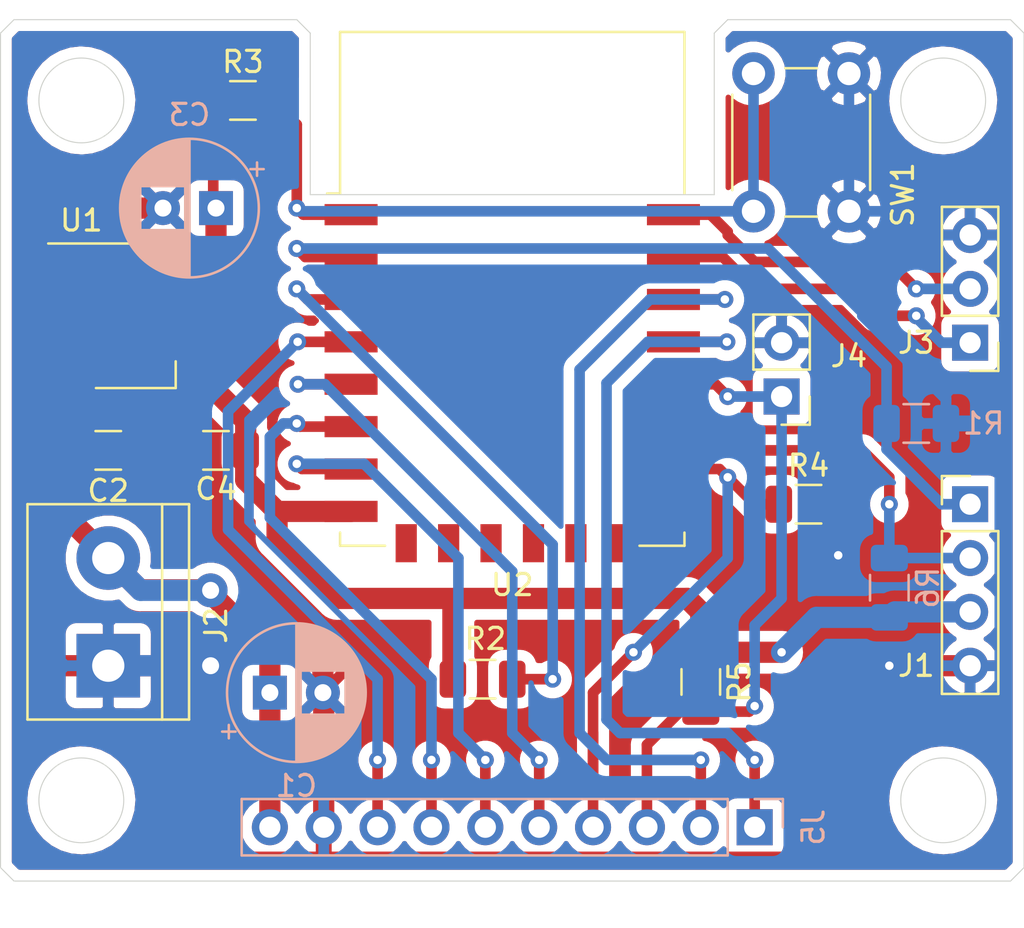
<source format=kicad_pcb>
(kicad_pcb (version 20171130) (host pcbnew 5.1.2)

  (general
    (thickness 1.6)
    (drawings 18)
    (tracks 222)
    (zones 0)
    (modules 18)
    (nets 24)
  )

  (page A4)
  (layers
    (0 F.Cu signal)
    (31 B.Cu signal)
    (32 B.Adhes user)
    (33 F.Adhes user)
    (34 B.Paste user)
    (35 F.Paste user)
    (36 B.SilkS user)
    (37 F.SilkS user)
    (38 B.Mask user)
    (39 F.Mask user)
    (40 Dwgs.User user)
    (41 Cmts.User user)
    (42 Eco1.User user)
    (43 Eco2.User user)
    (44 Edge.Cuts user)
    (45 Margin user)
    (46 B.CrtYd user)
    (47 F.CrtYd user)
    (48 B.Fab user)
    (49 F.Fab user)
  )

  (setup
    (last_trace_width 1)
    (user_trace_width 0.5)
    (user_trace_width 0.75)
    (user_trace_width 1)
    (trace_clearance 0.2)
    (zone_clearance 0.508)
    (zone_45_only no)
    (trace_min 0.2)
    (via_size 0.8)
    (via_drill 0.4)
    (via_min_size 0.4)
    (via_min_drill 0.3)
    (uvia_size 0.3)
    (uvia_drill 0.1)
    (uvias_allowed no)
    (uvia_min_size 0.2)
    (uvia_min_drill 0.1)
    (edge_width 0.05)
    (segment_width 0.2)
    (pcb_text_width 0.3)
    (pcb_text_size 1.5 1.5)
    (mod_edge_width 0.12)
    (mod_text_size 1 1)
    (mod_text_width 0.15)
    (pad_size 1.524 1.524)
    (pad_drill 0.762)
    (pad_to_mask_clearance 0.051)
    (solder_mask_min_width 0.25)
    (aux_axis_origin 0 0)
    (visible_elements FFFFFF7F)
    (pcbplotparams
      (layerselection 0x010fc_ffffffff)
      (usegerberextensions false)
      (usegerberattributes false)
      (usegerberadvancedattributes false)
      (creategerberjobfile false)
      (excludeedgelayer true)
      (linewidth 0.100000)
      (plotframeref false)
      (viasonmask false)
      (mode 1)
      (useauxorigin false)
      (hpglpennumber 1)
      (hpglpenspeed 20)
      (hpglpendiameter 15.000000)
      (psnegative false)
      (psa4output false)
      (plotreference true)
      (plotvalue true)
      (plotinvisibletext false)
      (padsonsilk false)
      (subtractmaskfromsilk false)
      (outputformat 1)
      (mirror false)
      (drillshape 1)
      (scaleselection 1)
      (outputdirectory ""))
  )

  (net 0 "")
  (net 1 +5V)
  (net 2 GNDD)
  (net 3 +3V3)
  (net 4 /ADC)
  (net 5 /LED)
  (net 6 /RX)
  (net 7 /TX)
  (net 8 /XRESET)
  (net 9 /DREQ)
  (net 10 /XDCS)
  (net 11 /XCS)
  (net 12 /SCK)
  (net 13 /SI)
  (net 14 /MISO)
  (net 15 /CS)
  (net 16 "Net-(R2-Pad2)")
  (net 17 "Net-(U2-Pad9)")
  (net 18 "Net-(U2-Pad10)")
  (net 19 "Net-(U2-Pad11)")
  (net 20 "Net-(U2-Pad12)")
  (net 21 "Net-(U2-Pad13)")
  (net 22 "Net-(U2-Pad14)")
  (net 23 /~RST)

  (net_class Default "Это класс цепей по умолчанию."
    (clearance 0.2)
    (trace_width 0.25)
    (via_dia 0.8)
    (via_drill 0.4)
    (uvia_dia 0.3)
    (uvia_drill 0.1)
    (add_net +3V3)
    (add_net +5V)
    (add_net /ADC)
    (add_net /CS)
    (add_net /DREQ)
    (add_net /LED)
    (add_net /MISO)
    (add_net /RX)
    (add_net /SCK)
    (add_net /SI)
    (add_net /TX)
    (add_net /XCS)
    (add_net /XDCS)
    (add_net /XRESET)
    (add_net /~RST)
    (add_net GNDD)
    (add_net "Net-(R2-Pad2)")
    (add_net "Net-(U2-Pad10)")
    (add_net "Net-(U2-Pad11)")
    (add_net "Net-(U2-Pad12)")
    (add_net "Net-(U2-Pad13)")
    (add_net "Net-(U2-Pad14)")
    (add_net "Net-(U2-Pad9)")
  )

  (module Capacitor_THT:CP_Radial_D6.3mm_P2.50mm (layer B.Cu) (tedit 5AE50EF0) (tstamp 5D332769)
    (at 186.69 96.52)
    (descr "CP, Radial series, Radial, pin pitch=2.50mm, , diameter=6.3mm, Electrolytic Capacitor")
    (tags "CP Radial series Radial pin pitch 2.50mm  diameter 6.3mm Electrolytic Capacitor")
    (path /5D38C207)
    (fp_text reference C1 (at 1.25 4.4) (layer B.SilkS)
      (effects (font (size 1 1) (thickness 0.15)) (justify mirror))
    )
    (fp_text value 100.0 (at 1.25 -4.4) (layer B.Fab)
      (effects (font (size 1 1) (thickness 0.15)) (justify mirror))
    )
    (fp_text user %R (at 1.25 0) (layer B.Fab)
      (effects (font (size 1 1) (thickness 0.15)) (justify mirror))
    )
    (fp_line (start -1.935241 2.154) (end -1.935241 1.524) (layer B.SilkS) (width 0.12))
    (fp_line (start -2.250241 1.839) (end -1.620241 1.839) (layer B.SilkS) (width 0.12))
    (fp_line (start 4.491 0.402) (end 4.491 -0.402) (layer B.SilkS) (width 0.12))
    (fp_line (start 4.451 0.633) (end 4.451 -0.633) (layer B.SilkS) (width 0.12))
    (fp_line (start 4.411 0.802) (end 4.411 -0.802) (layer B.SilkS) (width 0.12))
    (fp_line (start 4.371 0.94) (end 4.371 -0.94) (layer B.SilkS) (width 0.12))
    (fp_line (start 4.331 1.059) (end 4.331 -1.059) (layer B.SilkS) (width 0.12))
    (fp_line (start 4.291 1.165) (end 4.291 -1.165) (layer B.SilkS) (width 0.12))
    (fp_line (start 4.251 1.262) (end 4.251 -1.262) (layer B.SilkS) (width 0.12))
    (fp_line (start 4.211 1.35) (end 4.211 -1.35) (layer B.SilkS) (width 0.12))
    (fp_line (start 4.171 1.432) (end 4.171 -1.432) (layer B.SilkS) (width 0.12))
    (fp_line (start 4.131 1.509) (end 4.131 -1.509) (layer B.SilkS) (width 0.12))
    (fp_line (start 4.091 1.581) (end 4.091 -1.581) (layer B.SilkS) (width 0.12))
    (fp_line (start 4.051 1.65) (end 4.051 -1.65) (layer B.SilkS) (width 0.12))
    (fp_line (start 4.011 1.714) (end 4.011 -1.714) (layer B.SilkS) (width 0.12))
    (fp_line (start 3.971 1.776) (end 3.971 -1.776) (layer B.SilkS) (width 0.12))
    (fp_line (start 3.931 1.834) (end 3.931 -1.834) (layer B.SilkS) (width 0.12))
    (fp_line (start 3.891 1.89) (end 3.891 -1.89) (layer B.SilkS) (width 0.12))
    (fp_line (start 3.851 1.944) (end 3.851 -1.944) (layer B.SilkS) (width 0.12))
    (fp_line (start 3.811 1.995) (end 3.811 -1.995) (layer B.SilkS) (width 0.12))
    (fp_line (start 3.771 2.044) (end 3.771 -2.044) (layer B.SilkS) (width 0.12))
    (fp_line (start 3.731 2.092) (end 3.731 -2.092) (layer B.SilkS) (width 0.12))
    (fp_line (start 3.691 2.137) (end 3.691 -2.137) (layer B.SilkS) (width 0.12))
    (fp_line (start 3.651 2.182) (end 3.651 -2.182) (layer B.SilkS) (width 0.12))
    (fp_line (start 3.611 2.224) (end 3.611 -2.224) (layer B.SilkS) (width 0.12))
    (fp_line (start 3.571 2.265) (end 3.571 -2.265) (layer B.SilkS) (width 0.12))
    (fp_line (start 3.531 -1.04) (end 3.531 -2.305) (layer B.SilkS) (width 0.12))
    (fp_line (start 3.531 2.305) (end 3.531 1.04) (layer B.SilkS) (width 0.12))
    (fp_line (start 3.491 -1.04) (end 3.491 -2.343) (layer B.SilkS) (width 0.12))
    (fp_line (start 3.491 2.343) (end 3.491 1.04) (layer B.SilkS) (width 0.12))
    (fp_line (start 3.451 -1.04) (end 3.451 -2.38) (layer B.SilkS) (width 0.12))
    (fp_line (start 3.451 2.38) (end 3.451 1.04) (layer B.SilkS) (width 0.12))
    (fp_line (start 3.411 -1.04) (end 3.411 -2.416) (layer B.SilkS) (width 0.12))
    (fp_line (start 3.411 2.416) (end 3.411 1.04) (layer B.SilkS) (width 0.12))
    (fp_line (start 3.371 -1.04) (end 3.371 -2.45) (layer B.SilkS) (width 0.12))
    (fp_line (start 3.371 2.45) (end 3.371 1.04) (layer B.SilkS) (width 0.12))
    (fp_line (start 3.331 -1.04) (end 3.331 -2.484) (layer B.SilkS) (width 0.12))
    (fp_line (start 3.331 2.484) (end 3.331 1.04) (layer B.SilkS) (width 0.12))
    (fp_line (start 3.291 -1.04) (end 3.291 -2.516) (layer B.SilkS) (width 0.12))
    (fp_line (start 3.291 2.516) (end 3.291 1.04) (layer B.SilkS) (width 0.12))
    (fp_line (start 3.251 -1.04) (end 3.251 -2.548) (layer B.SilkS) (width 0.12))
    (fp_line (start 3.251 2.548) (end 3.251 1.04) (layer B.SilkS) (width 0.12))
    (fp_line (start 3.211 -1.04) (end 3.211 -2.578) (layer B.SilkS) (width 0.12))
    (fp_line (start 3.211 2.578) (end 3.211 1.04) (layer B.SilkS) (width 0.12))
    (fp_line (start 3.171 -1.04) (end 3.171 -2.607) (layer B.SilkS) (width 0.12))
    (fp_line (start 3.171 2.607) (end 3.171 1.04) (layer B.SilkS) (width 0.12))
    (fp_line (start 3.131 -1.04) (end 3.131 -2.636) (layer B.SilkS) (width 0.12))
    (fp_line (start 3.131 2.636) (end 3.131 1.04) (layer B.SilkS) (width 0.12))
    (fp_line (start 3.091 -1.04) (end 3.091 -2.664) (layer B.SilkS) (width 0.12))
    (fp_line (start 3.091 2.664) (end 3.091 1.04) (layer B.SilkS) (width 0.12))
    (fp_line (start 3.051 -1.04) (end 3.051 -2.69) (layer B.SilkS) (width 0.12))
    (fp_line (start 3.051 2.69) (end 3.051 1.04) (layer B.SilkS) (width 0.12))
    (fp_line (start 3.011 -1.04) (end 3.011 -2.716) (layer B.SilkS) (width 0.12))
    (fp_line (start 3.011 2.716) (end 3.011 1.04) (layer B.SilkS) (width 0.12))
    (fp_line (start 2.971 -1.04) (end 2.971 -2.742) (layer B.SilkS) (width 0.12))
    (fp_line (start 2.971 2.742) (end 2.971 1.04) (layer B.SilkS) (width 0.12))
    (fp_line (start 2.931 -1.04) (end 2.931 -2.766) (layer B.SilkS) (width 0.12))
    (fp_line (start 2.931 2.766) (end 2.931 1.04) (layer B.SilkS) (width 0.12))
    (fp_line (start 2.891 -1.04) (end 2.891 -2.79) (layer B.SilkS) (width 0.12))
    (fp_line (start 2.891 2.79) (end 2.891 1.04) (layer B.SilkS) (width 0.12))
    (fp_line (start 2.851 -1.04) (end 2.851 -2.812) (layer B.SilkS) (width 0.12))
    (fp_line (start 2.851 2.812) (end 2.851 1.04) (layer B.SilkS) (width 0.12))
    (fp_line (start 2.811 -1.04) (end 2.811 -2.834) (layer B.SilkS) (width 0.12))
    (fp_line (start 2.811 2.834) (end 2.811 1.04) (layer B.SilkS) (width 0.12))
    (fp_line (start 2.771 -1.04) (end 2.771 -2.856) (layer B.SilkS) (width 0.12))
    (fp_line (start 2.771 2.856) (end 2.771 1.04) (layer B.SilkS) (width 0.12))
    (fp_line (start 2.731 -1.04) (end 2.731 -2.876) (layer B.SilkS) (width 0.12))
    (fp_line (start 2.731 2.876) (end 2.731 1.04) (layer B.SilkS) (width 0.12))
    (fp_line (start 2.691 -1.04) (end 2.691 -2.896) (layer B.SilkS) (width 0.12))
    (fp_line (start 2.691 2.896) (end 2.691 1.04) (layer B.SilkS) (width 0.12))
    (fp_line (start 2.651 -1.04) (end 2.651 -2.916) (layer B.SilkS) (width 0.12))
    (fp_line (start 2.651 2.916) (end 2.651 1.04) (layer B.SilkS) (width 0.12))
    (fp_line (start 2.611 -1.04) (end 2.611 -2.934) (layer B.SilkS) (width 0.12))
    (fp_line (start 2.611 2.934) (end 2.611 1.04) (layer B.SilkS) (width 0.12))
    (fp_line (start 2.571 -1.04) (end 2.571 -2.952) (layer B.SilkS) (width 0.12))
    (fp_line (start 2.571 2.952) (end 2.571 1.04) (layer B.SilkS) (width 0.12))
    (fp_line (start 2.531 -1.04) (end 2.531 -2.97) (layer B.SilkS) (width 0.12))
    (fp_line (start 2.531 2.97) (end 2.531 1.04) (layer B.SilkS) (width 0.12))
    (fp_line (start 2.491 -1.04) (end 2.491 -2.986) (layer B.SilkS) (width 0.12))
    (fp_line (start 2.491 2.986) (end 2.491 1.04) (layer B.SilkS) (width 0.12))
    (fp_line (start 2.451 -1.04) (end 2.451 -3.002) (layer B.SilkS) (width 0.12))
    (fp_line (start 2.451 3.002) (end 2.451 1.04) (layer B.SilkS) (width 0.12))
    (fp_line (start 2.411 -1.04) (end 2.411 -3.018) (layer B.SilkS) (width 0.12))
    (fp_line (start 2.411 3.018) (end 2.411 1.04) (layer B.SilkS) (width 0.12))
    (fp_line (start 2.371 -1.04) (end 2.371 -3.033) (layer B.SilkS) (width 0.12))
    (fp_line (start 2.371 3.033) (end 2.371 1.04) (layer B.SilkS) (width 0.12))
    (fp_line (start 2.331 -1.04) (end 2.331 -3.047) (layer B.SilkS) (width 0.12))
    (fp_line (start 2.331 3.047) (end 2.331 1.04) (layer B.SilkS) (width 0.12))
    (fp_line (start 2.291 -1.04) (end 2.291 -3.061) (layer B.SilkS) (width 0.12))
    (fp_line (start 2.291 3.061) (end 2.291 1.04) (layer B.SilkS) (width 0.12))
    (fp_line (start 2.251 -1.04) (end 2.251 -3.074) (layer B.SilkS) (width 0.12))
    (fp_line (start 2.251 3.074) (end 2.251 1.04) (layer B.SilkS) (width 0.12))
    (fp_line (start 2.211 -1.04) (end 2.211 -3.086) (layer B.SilkS) (width 0.12))
    (fp_line (start 2.211 3.086) (end 2.211 1.04) (layer B.SilkS) (width 0.12))
    (fp_line (start 2.171 -1.04) (end 2.171 -3.098) (layer B.SilkS) (width 0.12))
    (fp_line (start 2.171 3.098) (end 2.171 1.04) (layer B.SilkS) (width 0.12))
    (fp_line (start 2.131 -1.04) (end 2.131 -3.11) (layer B.SilkS) (width 0.12))
    (fp_line (start 2.131 3.11) (end 2.131 1.04) (layer B.SilkS) (width 0.12))
    (fp_line (start 2.091 -1.04) (end 2.091 -3.121) (layer B.SilkS) (width 0.12))
    (fp_line (start 2.091 3.121) (end 2.091 1.04) (layer B.SilkS) (width 0.12))
    (fp_line (start 2.051 -1.04) (end 2.051 -3.131) (layer B.SilkS) (width 0.12))
    (fp_line (start 2.051 3.131) (end 2.051 1.04) (layer B.SilkS) (width 0.12))
    (fp_line (start 2.011 -1.04) (end 2.011 -3.141) (layer B.SilkS) (width 0.12))
    (fp_line (start 2.011 3.141) (end 2.011 1.04) (layer B.SilkS) (width 0.12))
    (fp_line (start 1.971 -1.04) (end 1.971 -3.15) (layer B.SilkS) (width 0.12))
    (fp_line (start 1.971 3.15) (end 1.971 1.04) (layer B.SilkS) (width 0.12))
    (fp_line (start 1.93 -1.04) (end 1.93 -3.159) (layer B.SilkS) (width 0.12))
    (fp_line (start 1.93 3.159) (end 1.93 1.04) (layer B.SilkS) (width 0.12))
    (fp_line (start 1.89 -1.04) (end 1.89 -3.167) (layer B.SilkS) (width 0.12))
    (fp_line (start 1.89 3.167) (end 1.89 1.04) (layer B.SilkS) (width 0.12))
    (fp_line (start 1.85 -1.04) (end 1.85 -3.175) (layer B.SilkS) (width 0.12))
    (fp_line (start 1.85 3.175) (end 1.85 1.04) (layer B.SilkS) (width 0.12))
    (fp_line (start 1.81 -1.04) (end 1.81 -3.182) (layer B.SilkS) (width 0.12))
    (fp_line (start 1.81 3.182) (end 1.81 1.04) (layer B.SilkS) (width 0.12))
    (fp_line (start 1.77 -1.04) (end 1.77 -3.189) (layer B.SilkS) (width 0.12))
    (fp_line (start 1.77 3.189) (end 1.77 1.04) (layer B.SilkS) (width 0.12))
    (fp_line (start 1.73 -1.04) (end 1.73 -3.195) (layer B.SilkS) (width 0.12))
    (fp_line (start 1.73 3.195) (end 1.73 1.04) (layer B.SilkS) (width 0.12))
    (fp_line (start 1.69 -1.04) (end 1.69 -3.201) (layer B.SilkS) (width 0.12))
    (fp_line (start 1.69 3.201) (end 1.69 1.04) (layer B.SilkS) (width 0.12))
    (fp_line (start 1.65 -1.04) (end 1.65 -3.206) (layer B.SilkS) (width 0.12))
    (fp_line (start 1.65 3.206) (end 1.65 1.04) (layer B.SilkS) (width 0.12))
    (fp_line (start 1.61 -1.04) (end 1.61 -3.211) (layer B.SilkS) (width 0.12))
    (fp_line (start 1.61 3.211) (end 1.61 1.04) (layer B.SilkS) (width 0.12))
    (fp_line (start 1.57 -1.04) (end 1.57 -3.215) (layer B.SilkS) (width 0.12))
    (fp_line (start 1.57 3.215) (end 1.57 1.04) (layer B.SilkS) (width 0.12))
    (fp_line (start 1.53 -1.04) (end 1.53 -3.218) (layer B.SilkS) (width 0.12))
    (fp_line (start 1.53 3.218) (end 1.53 1.04) (layer B.SilkS) (width 0.12))
    (fp_line (start 1.49 -1.04) (end 1.49 -3.222) (layer B.SilkS) (width 0.12))
    (fp_line (start 1.49 3.222) (end 1.49 1.04) (layer B.SilkS) (width 0.12))
    (fp_line (start 1.45 3.224) (end 1.45 -3.224) (layer B.SilkS) (width 0.12))
    (fp_line (start 1.41 3.227) (end 1.41 -3.227) (layer B.SilkS) (width 0.12))
    (fp_line (start 1.37 3.228) (end 1.37 -3.228) (layer B.SilkS) (width 0.12))
    (fp_line (start 1.33 3.23) (end 1.33 -3.23) (layer B.SilkS) (width 0.12))
    (fp_line (start 1.29 3.23) (end 1.29 -3.23) (layer B.SilkS) (width 0.12))
    (fp_line (start 1.25 3.23) (end 1.25 -3.23) (layer B.SilkS) (width 0.12))
    (fp_line (start -1.128972 1.6885) (end -1.128972 1.0585) (layer B.Fab) (width 0.1))
    (fp_line (start -1.443972 1.3735) (end -0.813972 1.3735) (layer B.Fab) (width 0.1))
    (fp_circle (center 1.25 0) (end 4.65 0) (layer B.CrtYd) (width 0.05))
    (fp_circle (center 1.25 0) (end 4.52 0) (layer B.SilkS) (width 0.12))
    (fp_circle (center 1.25 0) (end 4.4 0) (layer B.Fab) (width 0.1))
    (pad 2 thru_hole circle (at 2.5 0) (size 1.6 1.6) (drill 0.8) (layers *.Cu *.Mask)
      (net 2 GNDD))
    (pad 1 thru_hole rect (at 0 0) (size 1.6 1.6) (drill 0.8) (layers *.Cu *.Mask)
      (net 1 +5V))
    (model ${KISYS3DMOD}/Capacitor_THT.3dshapes/CP_Radial_D6.3mm_P2.50mm.wrl
      (at (xyz 0 0 0))
      (scale (xyz 1 1 1))
      (rotate (xyz 0 0 0))
    )
  )

  (module Capacitor_SMD:C_1206_3216Metric (layer F.Cu) (tedit 5B301BBE) (tstamp 5D338AE8)
    (at 179.07 85.09)
    (descr "Capacitor SMD 1206 (3216 Metric), square (rectangular) end terminal, IPC_7351 nominal, (Body size source: http://www.tortai-tech.com/upload/download/2011102023233369053.pdf), generated with kicad-footprint-generator")
    (tags capacitor)
    (path /5D38AF8C)
    (attr smd)
    (fp_text reference C2 (at 0 1.905) (layer F.SilkS)
      (effects (font (size 1 1) (thickness 0.15)))
    )
    (fp_text value 0.1 (at 0 1.82) (layer F.Fab)
      (effects (font (size 1 1) (thickness 0.15)))
    )
    (fp_text user %R (at 0 0) (layer F.Fab)
      (effects (font (size 0.8 0.8) (thickness 0.12)))
    )
    (fp_line (start 2.28 1.12) (end -2.28 1.12) (layer F.CrtYd) (width 0.05))
    (fp_line (start 2.28 -1.12) (end 2.28 1.12) (layer F.CrtYd) (width 0.05))
    (fp_line (start -2.28 -1.12) (end 2.28 -1.12) (layer F.CrtYd) (width 0.05))
    (fp_line (start -2.28 1.12) (end -2.28 -1.12) (layer F.CrtYd) (width 0.05))
    (fp_line (start -0.602064 0.91) (end 0.602064 0.91) (layer F.SilkS) (width 0.12))
    (fp_line (start -0.602064 -0.91) (end 0.602064 -0.91) (layer F.SilkS) (width 0.12))
    (fp_line (start 1.6 0.8) (end -1.6 0.8) (layer F.Fab) (width 0.1))
    (fp_line (start 1.6 -0.8) (end 1.6 0.8) (layer F.Fab) (width 0.1))
    (fp_line (start -1.6 -0.8) (end 1.6 -0.8) (layer F.Fab) (width 0.1))
    (fp_line (start -1.6 0.8) (end -1.6 -0.8) (layer F.Fab) (width 0.1))
    (pad 2 smd roundrect (at 1.4 0) (size 1.25 1.75) (layers F.Cu F.Paste F.Mask) (roundrect_rratio 0.2)
      (net 2 GNDD))
    (pad 1 smd roundrect (at -1.4 0) (size 1.25 1.75) (layers F.Cu F.Paste F.Mask) (roundrect_rratio 0.2)
      (net 1 +5V))
    (model ${KISYS3DMOD}/Capacitor_SMD.3dshapes/C_1206_3216Metric.wrl
      (at (xyz 0 0 0))
      (scale (xyz 1 1 1))
      (rotate (xyz 0 0 0))
    )
  )

  (module Capacitor_THT:CP_Radial_D6.3mm_P2.50mm (layer B.Cu) (tedit 5AE50EF0) (tstamp 5D336CB4)
    (at 184.15 73.66 180)
    (descr "CP, Radial series, Radial, pin pitch=2.50mm, , diameter=6.3mm, Electrolytic Capacitor")
    (tags "CP Radial series Radial pin pitch 2.50mm  diameter 6.3mm Electrolytic Capacitor")
    (path /5D39AB4F)
    (fp_text reference C3 (at 1.25 4.4 180) (layer B.SilkS)
      (effects (font (size 1 1) (thickness 0.15)) (justify mirror))
    )
    (fp_text value 100.0 (at 1.25 -4.4 180) (layer B.Fab)
      (effects (font (size 1 1) (thickness 0.15)) (justify mirror))
    )
    (fp_text user %R (at 1.25 0 180) (layer B.Fab)
      (effects (font (size 1 1) (thickness 0.15)) (justify mirror))
    )
    (fp_line (start -1.935241 2.154) (end -1.935241 1.524) (layer B.SilkS) (width 0.12))
    (fp_line (start -2.250241 1.839) (end -1.620241 1.839) (layer B.SilkS) (width 0.12))
    (fp_line (start 4.491 0.402) (end 4.491 -0.402) (layer B.SilkS) (width 0.12))
    (fp_line (start 4.451 0.633) (end 4.451 -0.633) (layer B.SilkS) (width 0.12))
    (fp_line (start 4.411 0.802) (end 4.411 -0.802) (layer B.SilkS) (width 0.12))
    (fp_line (start 4.371 0.94) (end 4.371 -0.94) (layer B.SilkS) (width 0.12))
    (fp_line (start 4.331 1.059) (end 4.331 -1.059) (layer B.SilkS) (width 0.12))
    (fp_line (start 4.291 1.165) (end 4.291 -1.165) (layer B.SilkS) (width 0.12))
    (fp_line (start 4.251 1.262) (end 4.251 -1.262) (layer B.SilkS) (width 0.12))
    (fp_line (start 4.211 1.35) (end 4.211 -1.35) (layer B.SilkS) (width 0.12))
    (fp_line (start 4.171 1.432) (end 4.171 -1.432) (layer B.SilkS) (width 0.12))
    (fp_line (start 4.131 1.509) (end 4.131 -1.509) (layer B.SilkS) (width 0.12))
    (fp_line (start 4.091 1.581) (end 4.091 -1.581) (layer B.SilkS) (width 0.12))
    (fp_line (start 4.051 1.65) (end 4.051 -1.65) (layer B.SilkS) (width 0.12))
    (fp_line (start 4.011 1.714) (end 4.011 -1.714) (layer B.SilkS) (width 0.12))
    (fp_line (start 3.971 1.776) (end 3.971 -1.776) (layer B.SilkS) (width 0.12))
    (fp_line (start 3.931 1.834) (end 3.931 -1.834) (layer B.SilkS) (width 0.12))
    (fp_line (start 3.891 1.89) (end 3.891 -1.89) (layer B.SilkS) (width 0.12))
    (fp_line (start 3.851 1.944) (end 3.851 -1.944) (layer B.SilkS) (width 0.12))
    (fp_line (start 3.811 1.995) (end 3.811 -1.995) (layer B.SilkS) (width 0.12))
    (fp_line (start 3.771 2.044) (end 3.771 -2.044) (layer B.SilkS) (width 0.12))
    (fp_line (start 3.731 2.092) (end 3.731 -2.092) (layer B.SilkS) (width 0.12))
    (fp_line (start 3.691 2.137) (end 3.691 -2.137) (layer B.SilkS) (width 0.12))
    (fp_line (start 3.651 2.182) (end 3.651 -2.182) (layer B.SilkS) (width 0.12))
    (fp_line (start 3.611 2.224) (end 3.611 -2.224) (layer B.SilkS) (width 0.12))
    (fp_line (start 3.571 2.265) (end 3.571 -2.265) (layer B.SilkS) (width 0.12))
    (fp_line (start 3.531 -1.04) (end 3.531 -2.305) (layer B.SilkS) (width 0.12))
    (fp_line (start 3.531 2.305) (end 3.531 1.04) (layer B.SilkS) (width 0.12))
    (fp_line (start 3.491 -1.04) (end 3.491 -2.343) (layer B.SilkS) (width 0.12))
    (fp_line (start 3.491 2.343) (end 3.491 1.04) (layer B.SilkS) (width 0.12))
    (fp_line (start 3.451 -1.04) (end 3.451 -2.38) (layer B.SilkS) (width 0.12))
    (fp_line (start 3.451 2.38) (end 3.451 1.04) (layer B.SilkS) (width 0.12))
    (fp_line (start 3.411 -1.04) (end 3.411 -2.416) (layer B.SilkS) (width 0.12))
    (fp_line (start 3.411 2.416) (end 3.411 1.04) (layer B.SilkS) (width 0.12))
    (fp_line (start 3.371 -1.04) (end 3.371 -2.45) (layer B.SilkS) (width 0.12))
    (fp_line (start 3.371 2.45) (end 3.371 1.04) (layer B.SilkS) (width 0.12))
    (fp_line (start 3.331 -1.04) (end 3.331 -2.484) (layer B.SilkS) (width 0.12))
    (fp_line (start 3.331 2.484) (end 3.331 1.04) (layer B.SilkS) (width 0.12))
    (fp_line (start 3.291 -1.04) (end 3.291 -2.516) (layer B.SilkS) (width 0.12))
    (fp_line (start 3.291 2.516) (end 3.291 1.04) (layer B.SilkS) (width 0.12))
    (fp_line (start 3.251 -1.04) (end 3.251 -2.548) (layer B.SilkS) (width 0.12))
    (fp_line (start 3.251 2.548) (end 3.251 1.04) (layer B.SilkS) (width 0.12))
    (fp_line (start 3.211 -1.04) (end 3.211 -2.578) (layer B.SilkS) (width 0.12))
    (fp_line (start 3.211 2.578) (end 3.211 1.04) (layer B.SilkS) (width 0.12))
    (fp_line (start 3.171 -1.04) (end 3.171 -2.607) (layer B.SilkS) (width 0.12))
    (fp_line (start 3.171 2.607) (end 3.171 1.04) (layer B.SilkS) (width 0.12))
    (fp_line (start 3.131 -1.04) (end 3.131 -2.636) (layer B.SilkS) (width 0.12))
    (fp_line (start 3.131 2.636) (end 3.131 1.04) (layer B.SilkS) (width 0.12))
    (fp_line (start 3.091 -1.04) (end 3.091 -2.664) (layer B.SilkS) (width 0.12))
    (fp_line (start 3.091 2.664) (end 3.091 1.04) (layer B.SilkS) (width 0.12))
    (fp_line (start 3.051 -1.04) (end 3.051 -2.69) (layer B.SilkS) (width 0.12))
    (fp_line (start 3.051 2.69) (end 3.051 1.04) (layer B.SilkS) (width 0.12))
    (fp_line (start 3.011 -1.04) (end 3.011 -2.716) (layer B.SilkS) (width 0.12))
    (fp_line (start 3.011 2.716) (end 3.011 1.04) (layer B.SilkS) (width 0.12))
    (fp_line (start 2.971 -1.04) (end 2.971 -2.742) (layer B.SilkS) (width 0.12))
    (fp_line (start 2.971 2.742) (end 2.971 1.04) (layer B.SilkS) (width 0.12))
    (fp_line (start 2.931 -1.04) (end 2.931 -2.766) (layer B.SilkS) (width 0.12))
    (fp_line (start 2.931 2.766) (end 2.931 1.04) (layer B.SilkS) (width 0.12))
    (fp_line (start 2.891 -1.04) (end 2.891 -2.79) (layer B.SilkS) (width 0.12))
    (fp_line (start 2.891 2.79) (end 2.891 1.04) (layer B.SilkS) (width 0.12))
    (fp_line (start 2.851 -1.04) (end 2.851 -2.812) (layer B.SilkS) (width 0.12))
    (fp_line (start 2.851 2.812) (end 2.851 1.04) (layer B.SilkS) (width 0.12))
    (fp_line (start 2.811 -1.04) (end 2.811 -2.834) (layer B.SilkS) (width 0.12))
    (fp_line (start 2.811 2.834) (end 2.811 1.04) (layer B.SilkS) (width 0.12))
    (fp_line (start 2.771 -1.04) (end 2.771 -2.856) (layer B.SilkS) (width 0.12))
    (fp_line (start 2.771 2.856) (end 2.771 1.04) (layer B.SilkS) (width 0.12))
    (fp_line (start 2.731 -1.04) (end 2.731 -2.876) (layer B.SilkS) (width 0.12))
    (fp_line (start 2.731 2.876) (end 2.731 1.04) (layer B.SilkS) (width 0.12))
    (fp_line (start 2.691 -1.04) (end 2.691 -2.896) (layer B.SilkS) (width 0.12))
    (fp_line (start 2.691 2.896) (end 2.691 1.04) (layer B.SilkS) (width 0.12))
    (fp_line (start 2.651 -1.04) (end 2.651 -2.916) (layer B.SilkS) (width 0.12))
    (fp_line (start 2.651 2.916) (end 2.651 1.04) (layer B.SilkS) (width 0.12))
    (fp_line (start 2.611 -1.04) (end 2.611 -2.934) (layer B.SilkS) (width 0.12))
    (fp_line (start 2.611 2.934) (end 2.611 1.04) (layer B.SilkS) (width 0.12))
    (fp_line (start 2.571 -1.04) (end 2.571 -2.952) (layer B.SilkS) (width 0.12))
    (fp_line (start 2.571 2.952) (end 2.571 1.04) (layer B.SilkS) (width 0.12))
    (fp_line (start 2.531 -1.04) (end 2.531 -2.97) (layer B.SilkS) (width 0.12))
    (fp_line (start 2.531 2.97) (end 2.531 1.04) (layer B.SilkS) (width 0.12))
    (fp_line (start 2.491 -1.04) (end 2.491 -2.986) (layer B.SilkS) (width 0.12))
    (fp_line (start 2.491 2.986) (end 2.491 1.04) (layer B.SilkS) (width 0.12))
    (fp_line (start 2.451 -1.04) (end 2.451 -3.002) (layer B.SilkS) (width 0.12))
    (fp_line (start 2.451 3.002) (end 2.451 1.04) (layer B.SilkS) (width 0.12))
    (fp_line (start 2.411 -1.04) (end 2.411 -3.018) (layer B.SilkS) (width 0.12))
    (fp_line (start 2.411 3.018) (end 2.411 1.04) (layer B.SilkS) (width 0.12))
    (fp_line (start 2.371 -1.04) (end 2.371 -3.033) (layer B.SilkS) (width 0.12))
    (fp_line (start 2.371 3.033) (end 2.371 1.04) (layer B.SilkS) (width 0.12))
    (fp_line (start 2.331 -1.04) (end 2.331 -3.047) (layer B.SilkS) (width 0.12))
    (fp_line (start 2.331 3.047) (end 2.331 1.04) (layer B.SilkS) (width 0.12))
    (fp_line (start 2.291 -1.04) (end 2.291 -3.061) (layer B.SilkS) (width 0.12))
    (fp_line (start 2.291 3.061) (end 2.291 1.04) (layer B.SilkS) (width 0.12))
    (fp_line (start 2.251 -1.04) (end 2.251 -3.074) (layer B.SilkS) (width 0.12))
    (fp_line (start 2.251 3.074) (end 2.251 1.04) (layer B.SilkS) (width 0.12))
    (fp_line (start 2.211 -1.04) (end 2.211 -3.086) (layer B.SilkS) (width 0.12))
    (fp_line (start 2.211 3.086) (end 2.211 1.04) (layer B.SilkS) (width 0.12))
    (fp_line (start 2.171 -1.04) (end 2.171 -3.098) (layer B.SilkS) (width 0.12))
    (fp_line (start 2.171 3.098) (end 2.171 1.04) (layer B.SilkS) (width 0.12))
    (fp_line (start 2.131 -1.04) (end 2.131 -3.11) (layer B.SilkS) (width 0.12))
    (fp_line (start 2.131 3.11) (end 2.131 1.04) (layer B.SilkS) (width 0.12))
    (fp_line (start 2.091 -1.04) (end 2.091 -3.121) (layer B.SilkS) (width 0.12))
    (fp_line (start 2.091 3.121) (end 2.091 1.04) (layer B.SilkS) (width 0.12))
    (fp_line (start 2.051 -1.04) (end 2.051 -3.131) (layer B.SilkS) (width 0.12))
    (fp_line (start 2.051 3.131) (end 2.051 1.04) (layer B.SilkS) (width 0.12))
    (fp_line (start 2.011 -1.04) (end 2.011 -3.141) (layer B.SilkS) (width 0.12))
    (fp_line (start 2.011 3.141) (end 2.011 1.04) (layer B.SilkS) (width 0.12))
    (fp_line (start 1.971 -1.04) (end 1.971 -3.15) (layer B.SilkS) (width 0.12))
    (fp_line (start 1.971 3.15) (end 1.971 1.04) (layer B.SilkS) (width 0.12))
    (fp_line (start 1.93 -1.04) (end 1.93 -3.159) (layer B.SilkS) (width 0.12))
    (fp_line (start 1.93 3.159) (end 1.93 1.04) (layer B.SilkS) (width 0.12))
    (fp_line (start 1.89 -1.04) (end 1.89 -3.167) (layer B.SilkS) (width 0.12))
    (fp_line (start 1.89 3.167) (end 1.89 1.04) (layer B.SilkS) (width 0.12))
    (fp_line (start 1.85 -1.04) (end 1.85 -3.175) (layer B.SilkS) (width 0.12))
    (fp_line (start 1.85 3.175) (end 1.85 1.04) (layer B.SilkS) (width 0.12))
    (fp_line (start 1.81 -1.04) (end 1.81 -3.182) (layer B.SilkS) (width 0.12))
    (fp_line (start 1.81 3.182) (end 1.81 1.04) (layer B.SilkS) (width 0.12))
    (fp_line (start 1.77 -1.04) (end 1.77 -3.189) (layer B.SilkS) (width 0.12))
    (fp_line (start 1.77 3.189) (end 1.77 1.04) (layer B.SilkS) (width 0.12))
    (fp_line (start 1.73 -1.04) (end 1.73 -3.195) (layer B.SilkS) (width 0.12))
    (fp_line (start 1.73 3.195) (end 1.73 1.04) (layer B.SilkS) (width 0.12))
    (fp_line (start 1.69 -1.04) (end 1.69 -3.201) (layer B.SilkS) (width 0.12))
    (fp_line (start 1.69 3.201) (end 1.69 1.04) (layer B.SilkS) (width 0.12))
    (fp_line (start 1.65 -1.04) (end 1.65 -3.206) (layer B.SilkS) (width 0.12))
    (fp_line (start 1.65 3.206) (end 1.65 1.04) (layer B.SilkS) (width 0.12))
    (fp_line (start 1.61 -1.04) (end 1.61 -3.211) (layer B.SilkS) (width 0.12))
    (fp_line (start 1.61 3.211) (end 1.61 1.04) (layer B.SilkS) (width 0.12))
    (fp_line (start 1.57 -1.04) (end 1.57 -3.215) (layer B.SilkS) (width 0.12))
    (fp_line (start 1.57 3.215) (end 1.57 1.04) (layer B.SilkS) (width 0.12))
    (fp_line (start 1.53 -1.04) (end 1.53 -3.218) (layer B.SilkS) (width 0.12))
    (fp_line (start 1.53 3.218) (end 1.53 1.04) (layer B.SilkS) (width 0.12))
    (fp_line (start 1.49 -1.04) (end 1.49 -3.222) (layer B.SilkS) (width 0.12))
    (fp_line (start 1.49 3.222) (end 1.49 1.04) (layer B.SilkS) (width 0.12))
    (fp_line (start 1.45 3.224) (end 1.45 -3.224) (layer B.SilkS) (width 0.12))
    (fp_line (start 1.41 3.227) (end 1.41 -3.227) (layer B.SilkS) (width 0.12))
    (fp_line (start 1.37 3.228) (end 1.37 -3.228) (layer B.SilkS) (width 0.12))
    (fp_line (start 1.33 3.23) (end 1.33 -3.23) (layer B.SilkS) (width 0.12))
    (fp_line (start 1.29 3.23) (end 1.29 -3.23) (layer B.SilkS) (width 0.12))
    (fp_line (start 1.25 3.23) (end 1.25 -3.23) (layer B.SilkS) (width 0.12))
    (fp_line (start -1.128972 1.6885) (end -1.128972 1.0585) (layer B.Fab) (width 0.1))
    (fp_line (start -1.443972 1.3735) (end -0.813972 1.3735) (layer B.Fab) (width 0.1))
    (fp_circle (center 1.25 0) (end 4.65 0) (layer B.CrtYd) (width 0.05))
    (fp_circle (center 1.25 0) (end 4.52 0) (layer B.SilkS) (width 0.12))
    (fp_circle (center 1.25 0) (end 4.4 0) (layer B.Fab) (width 0.1))
    (pad 2 thru_hole circle (at 2.5 0 180) (size 1.6 1.6) (drill 0.8) (layers *.Cu *.Mask)
      (net 2 GNDD))
    (pad 1 thru_hole rect (at 0 0 180) (size 1.6 1.6) (drill 0.8) (layers *.Cu *.Mask)
      (net 3 +3V3))
    (model ${KISYS3DMOD}/Capacitor_THT.3dshapes/CP_Radial_D6.3mm_P2.50mm.wrl
      (at (xyz 0 0 0))
      (scale (xyz 1 1 1))
      (rotate (xyz 0 0 0))
    )
  )

  (module Capacitor_SMD:C_1206_3216Metric (layer F.Cu) (tedit 5B301BBE) (tstamp 5D336CC5)
    (at 184.15 85.09 180)
    (descr "Capacitor SMD 1206 (3216 Metric), square (rectangular) end terminal, IPC_7351 nominal, (Body size source: http://www.tortai-tech.com/upload/download/2011102023233369053.pdf), generated with kicad-footprint-generator")
    (tags capacitor)
    (path /5D39B1E9)
    (attr smd)
    (fp_text reference C4 (at 0 -1.82) (layer F.SilkS)
      (effects (font (size 1 1) (thickness 0.15)))
    )
    (fp_text value 0.1 (at 0 1.82) (layer F.Fab)
      (effects (font (size 1 1) (thickness 0.15)))
    )
    (fp_text user %R (at 0 0) (layer F.Fab)
      (effects (font (size 0.8 0.8) (thickness 0.12)))
    )
    (fp_line (start 2.28 1.12) (end -2.28 1.12) (layer F.CrtYd) (width 0.05))
    (fp_line (start 2.28 -1.12) (end 2.28 1.12) (layer F.CrtYd) (width 0.05))
    (fp_line (start -2.28 -1.12) (end 2.28 -1.12) (layer F.CrtYd) (width 0.05))
    (fp_line (start -2.28 1.12) (end -2.28 -1.12) (layer F.CrtYd) (width 0.05))
    (fp_line (start -0.602064 0.91) (end 0.602064 0.91) (layer F.SilkS) (width 0.12))
    (fp_line (start -0.602064 -0.91) (end 0.602064 -0.91) (layer F.SilkS) (width 0.12))
    (fp_line (start 1.6 0.8) (end -1.6 0.8) (layer F.Fab) (width 0.1))
    (fp_line (start 1.6 -0.8) (end 1.6 0.8) (layer F.Fab) (width 0.1))
    (fp_line (start -1.6 -0.8) (end 1.6 -0.8) (layer F.Fab) (width 0.1))
    (fp_line (start -1.6 0.8) (end -1.6 -0.8) (layer F.Fab) (width 0.1))
    (pad 2 smd roundrect (at 1.4 0 180) (size 1.25 1.75) (layers F.Cu F.Paste F.Mask) (roundrect_rratio 0.2)
      (net 2 GNDD))
    (pad 1 smd roundrect (at -1.4 0 180) (size 1.25 1.75) (layers F.Cu F.Paste F.Mask) (roundrect_rratio 0.2)
      (net 3 +3V3))
    (model ${KISYS3DMOD}/Capacitor_SMD.3dshapes/C_1206_3216Metric.wrl
      (at (xyz 0 0 0))
      (scale (xyz 1 1 1))
      (rotate (xyz 0 0 0))
    )
  )

  (module TerminalBlock:TerminalBlock_bornier-2_P5.08mm (layer F.Cu) (tedit 59FF03AB) (tstamp 5D336CF2)
    (at 179.07 95.25 90)
    (descr "simple 2-pin terminal block, pitch 5.08mm, revamped version of bornier2")
    (tags "terminal block bornier2")
    (path /5D37DE2D)
    (fp_text reference J2 (at 1.905 5.08 90) (layer F.SilkS)
      (effects (font (size 1 1) (thickness 0.15)))
    )
    (fp_text value PWR (at 2.54 5.08 90) (layer F.Fab)
      (effects (font (size 1 1) (thickness 0.15)))
    )
    (fp_line (start 7.79 4) (end -2.71 4) (layer F.CrtYd) (width 0.05))
    (fp_line (start 7.79 4) (end 7.79 -4) (layer F.CrtYd) (width 0.05))
    (fp_line (start -2.71 -4) (end -2.71 4) (layer F.CrtYd) (width 0.05))
    (fp_line (start -2.71 -4) (end 7.79 -4) (layer F.CrtYd) (width 0.05))
    (fp_line (start -2.54 3.81) (end 7.62 3.81) (layer F.SilkS) (width 0.12))
    (fp_line (start -2.54 -3.81) (end -2.54 3.81) (layer F.SilkS) (width 0.12))
    (fp_line (start 7.62 -3.81) (end -2.54 -3.81) (layer F.SilkS) (width 0.12))
    (fp_line (start 7.62 3.81) (end 7.62 -3.81) (layer F.SilkS) (width 0.12))
    (fp_line (start 7.62 2.54) (end -2.54 2.54) (layer F.SilkS) (width 0.12))
    (fp_line (start 7.54 -3.75) (end -2.46 -3.75) (layer F.Fab) (width 0.1))
    (fp_line (start 7.54 3.75) (end 7.54 -3.75) (layer F.Fab) (width 0.1))
    (fp_line (start -2.46 3.75) (end 7.54 3.75) (layer F.Fab) (width 0.1))
    (fp_line (start -2.46 -3.75) (end -2.46 3.75) (layer F.Fab) (width 0.1))
    (fp_line (start -2.41 2.55) (end 7.49 2.55) (layer F.Fab) (width 0.1))
    (fp_text user %R (at 2.54 0 90) (layer F.Fab)
      (effects (font (size 1 1) (thickness 0.15)))
    )
    (pad 2 thru_hole circle (at 5.08 0 90) (size 3 3) (drill 1.52) (layers *.Cu *.Mask)
      (net 1 +5V))
    (pad 1 thru_hole rect (at 0 0 90) (size 3 3) (drill 1.52) (layers *.Cu *.Mask)
      (net 2 GNDD))
    (model ${KISYS3DMOD}/TerminalBlock.3dshapes/TerminalBlock_bornier-2_P5.08mm.wrl
      (offset (xyz 2.539999961853027 0 0))
      (scale (xyz 1 1 1))
      (rotate (xyz 0 0 0))
    )
  )

  (module Connector_PinSocket_2.54mm:PinSocket_1x10_P2.54mm_Vertical (layer B.Cu) (tedit 5A19A425) (tstamp 5D336D3D)
    (at 209.55 102.87 90)
    (descr "Through hole straight socket strip, 1x10, 2.54mm pitch, single row (from Kicad 4.0.7), script generated")
    (tags "Through hole socket strip THT 1x10 2.54mm single row")
    (path /5D3315AE)
    (fp_text reference J5 (at 0 2.77 -90) (layer B.SilkS)
      (effects (font (size 1 1) (thickness 0.15)) (justify mirror))
    )
    (fp_text value VS1053_RED (at 0 -25.63 -90) (layer B.Fab)
      (effects (font (size 1 1) (thickness 0.15)) (justify mirror))
    )
    (fp_text user %R (at 0 -11.43) (layer B.Fab)
      (effects (font (size 1 1) (thickness 0.15)) (justify mirror))
    )
    (fp_line (start -1.8 -24.6) (end -1.8 1.8) (layer B.CrtYd) (width 0.05))
    (fp_line (start 1.75 -24.6) (end -1.8 -24.6) (layer B.CrtYd) (width 0.05))
    (fp_line (start 1.75 1.8) (end 1.75 -24.6) (layer B.CrtYd) (width 0.05))
    (fp_line (start -1.8 1.8) (end 1.75 1.8) (layer B.CrtYd) (width 0.05))
    (fp_line (start 0 1.33) (end 1.33 1.33) (layer B.SilkS) (width 0.12))
    (fp_line (start 1.33 1.33) (end 1.33 0) (layer B.SilkS) (width 0.12))
    (fp_line (start 1.33 -1.27) (end 1.33 -24.19) (layer B.SilkS) (width 0.12))
    (fp_line (start -1.33 -24.19) (end 1.33 -24.19) (layer B.SilkS) (width 0.12))
    (fp_line (start -1.33 -1.27) (end -1.33 -24.19) (layer B.SilkS) (width 0.12))
    (fp_line (start -1.33 -1.27) (end 1.33 -1.27) (layer B.SilkS) (width 0.12))
    (fp_line (start -1.27 -24.13) (end -1.27 1.27) (layer B.Fab) (width 0.1))
    (fp_line (start 1.27 -24.13) (end -1.27 -24.13) (layer B.Fab) (width 0.1))
    (fp_line (start 1.27 0.635) (end 1.27 -24.13) (layer B.Fab) (width 0.1))
    (fp_line (start 0.635 1.27) (end 1.27 0.635) (layer B.Fab) (width 0.1))
    (fp_line (start -1.27 1.27) (end 0.635 1.27) (layer B.Fab) (width 0.1))
    (pad 10 thru_hole oval (at 0 -22.86 90) (size 1.7 1.7) (drill 1) (layers *.Cu *.Mask)
      (net 1 +5V))
    (pad 9 thru_hole oval (at 0 -20.32 90) (size 1.7 1.7) (drill 1) (layers *.Cu *.Mask)
      (net 2 GNDD))
    (pad 8 thru_hole oval (at 0 -17.78 90) (size 1.7 1.7) (drill 1) (layers *.Cu *.Mask)
      (net 15 /CS))
    (pad 7 thru_hole oval (at 0 -15.24 90) (size 1.7 1.7) (drill 1) (layers *.Cu *.Mask)
      (net 14 /MISO))
    (pad 6 thru_hole oval (at 0 -12.7 90) (size 1.7 1.7) (drill 1) (layers *.Cu *.Mask)
      (net 13 /SI))
    (pad 5 thru_hole oval (at 0 -10.16 90) (size 1.7 1.7) (drill 1) (layers *.Cu *.Mask)
      (net 12 /SCK))
    (pad 4 thru_hole oval (at 0 -7.62 90) (size 1.7 1.7) (drill 1) (layers *.Cu *.Mask)
      (net 11 /XCS))
    (pad 3 thru_hole oval (at 0 -5.08 90) (size 1.7 1.7) (drill 1) (layers *.Cu *.Mask)
      (net 8 /XRESET))
    (pad 2 thru_hole oval (at 0 -2.54 90) (size 1.7 1.7) (drill 1) (layers *.Cu *.Mask)
      (net 10 /XDCS))
    (pad 1 thru_hole rect (at 0 0 90) (size 1.7 1.7) (drill 1) (layers *.Cu *.Mask)
      (net 9 /DREQ))
    (model ${KISYS3DMOD}/Connector_PinSocket_2.54mm.3dshapes/PinSocket_1x10_P2.54mm_Vertical.wrl
      (at (xyz 0 0 0))
      (scale (xyz 1 1 1))
      (rotate (xyz 0 0 0))
    )
  )

  (module Resistor_SMD:R_1206_3216Metric (layer B.Cu) (tedit 5B301BBD) (tstamp 5D336D4E)
    (at 217.17 83.82)
    (descr "Resistor SMD 1206 (3216 Metric), square (rectangular) end terminal, IPC_7351 nominal, (Body size source: http://www.tortai-tech.com/upload/download/2011102023233369053.pdf), generated with kicad-footprint-generator")
    (tags resistor)
    (path /5D45AFA6)
    (attr smd)
    (fp_text reference R1 (at 3.175 0) (layer B.SilkS)
      (effects (font (size 1 1) (thickness 0.15)) (justify mirror))
    )
    (fp_text value 10k (at 0 -1.82) (layer B.Fab)
      (effects (font (size 1 1) (thickness 0.15)) (justify mirror))
    )
    (fp_text user %R (at 0 0) (layer B.Fab)
      (effects (font (size 0.8 0.8) (thickness 0.12)) (justify mirror))
    )
    (fp_line (start 2.28 -1.12) (end -2.28 -1.12) (layer B.CrtYd) (width 0.05))
    (fp_line (start 2.28 1.12) (end 2.28 -1.12) (layer B.CrtYd) (width 0.05))
    (fp_line (start -2.28 1.12) (end 2.28 1.12) (layer B.CrtYd) (width 0.05))
    (fp_line (start -2.28 -1.12) (end -2.28 1.12) (layer B.CrtYd) (width 0.05))
    (fp_line (start -0.602064 -0.91) (end 0.602064 -0.91) (layer B.SilkS) (width 0.12))
    (fp_line (start -0.602064 0.91) (end 0.602064 0.91) (layer B.SilkS) (width 0.12))
    (fp_line (start 1.6 -0.8) (end -1.6 -0.8) (layer B.Fab) (width 0.1))
    (fp_line (start 1.6 0.8) (end 1.6 -0.8) (layer B.Fab) (width 0.1))
    (fp_line (start -1.6 0.8) (end 1.6 0.8) (layer B.Fab) (width 0.1))
    (fp_line (start -1.6 -0.8) (end -1.6 0.8) (layer B.Fab) (width 0.1))
    (pad 2 smd roundrect (at 1.4 0) (size 1.25 1.75) (layers B.Cu B.Paste B.Mask) (roundrect_rratio 0.2)
      (net 2 GNDD))
    (pad 1 smd roundrect (at -1.4 0) (size 1.25 1.75) (layers B.Cu B.Paste B.Mask) (roundrect_rratio 0.2)
      (net 4 /ADC))
    (model ${KISYS3DMOD}/Resistor_SMD.3dshapes/R_1206_3216Metric.wrl
      (at (xyz 0 0 0))
      (scale (xyz 1 1 1))
      (rotate (xyz 0 0 0))
    )
  )

  (module Resistor_SMD:R_1206_3216Metric (layer F.Cu) (tedit 5B301BBD) (tstamp 5D333223)
    (at 196.72 95.885)
    (descr "Resistor SMD 1206 (3216 Metric), square (rectangular) end terminal, IPC_7351 nominal, (Body size source: http://www.tortai-tech.com/upload/download/2011102023233369053.pdf), generated with kicad-footprint-generator")
    (tags resistor)
    (path /5D3519BC)
    (attr smd)
    (fp_text reference R2 (at 0.13 -1.905) (layer F.SilkS)
      (effects (font (size 1 1) (thickness 0.15)))
    )
    (fp_text value 10k (at 0 1.82) (layer F.Fab)
      (effects (font (size 1 1) (thickness 0.15)))
    )
    (fp_text user %R (at 0 0) (layer F.Fab)
      (effects (font (size 0.8 0.8) (thickness 0.12)))
    )
    (fp_line (start 2.28 1.12) (end -2.28 1.12) (layer F.CrtYd) (width 0.05))
    (fp_line (start 2.28 -1.12) (end 2.28 1.12) (layer F.CrtYd) (width 0.05))
    (fp_line (start -2.28 -1.12) (end 2.28 -1.12) (layer F.CrtYd) (width 0.05))
    (fp_line (start -2.28 1.12) (end -2.28 -1.12) (layer F.CrtYd) (width 0.05))
    (fp_line (start -0.602064 0.91) (end 0.602064 0.91) (layer F.SilkS) (width 0.12))
    (fp_line (start -0.602064 -0.91) (end 0.602064 -0.91) (layer F.SilkS) (width 0.12))
    (fp_line (start 1.6 0.8) (end -1.6 0.8) (layer F.Fab) (width 0.1))
    (fp_line (start 1.6 -0.8) (end 1.6 0.8) (layer F.Fab) (width 0.1))
    (fp_line (start -1.6 -0.8) (end 1.6 -0.8) (layer F.Fab) (width 0.1))
    (fp_line (start -1.6 0.8) (end -1.6 -0.8) (layer F.Fab) (width 0.1))
    (pad 2 smd roundrect (at 1.4 0) (size 1.25 1.75) (layers F.Cu F.Paste F.Mask) (roundrect_rratio 0.2)
      (net 16 "Net-(R2-Pad2)"))
    (pad 1 smd roundrect (at -1.4 0) (size 1.25 1.75) (layers F.Cu F.Paste F.Mask) (roundrect_rratio 0.2)
      (net 3 +3V3))
    (model ${KISYS3DMOD}/Resistor_SMD.3dshapes/R_1206_3216Metric.wrl
      (at (xyz 0 0 0))
      (scale (xyz 1 1 1))
      (rotate (xyz 0 0 0))
    )
  )

  (module Resistor_SMD:R_1206_3216Metric (layer F.Cu) (tedit 5B301BBD) (tstamp 5D336D70)
    (at 185.42 68.58)
    (descr "Resistor SMD 1206 (3216 Metric), square (rectangular) end terminal, IPC_7351 nominal, (Body size source: http://www.tortai-tech.com/upload/download/2011102023233369053.pdf), generated with kicad-footprint-generator")
    (tags resistor)
    (path /5D3470CD)
    (attr smd)
    (fp_text reference R3 (at 0 -1.82) (layer F.SilkS)
      (effects (font (size 1 1) (thickness 0.15)))
    )
    (fp_text value 10k (at 0 1.82) (layer F.Fab)
      (effects (font (size 1 1) (thickness 0.15)))
    )
    (fp_text user %R (at 0 0) (layer F.Fab)
      (effects (font (size 0.8 0.8) (thickness 0.12)))
    )
    (fp_line (start 2.28 1.12) (end -2.28 1.12) (layer F.CrtYd) (width 0.05))
    (fp_line (start 2.28 -1.12) (end 2.28 1.12) (layer F.CrtYd) (width 0.05))
    (fp_line (start -2.28 -1.12) (end 2.28 -1.12) (layer F.CrtYd) (width 0.05))
    (fp_line (start -2.28 1.12) (end -2.28 -1.12) (layer F.CrtYd) (width 0.05))
    (fp_line (start -0.602064 0.91) (end 0.602064 0.91) (layer F.SilkS) (width 0.12))
    (fp_line (start -0.602064 -0.91) (end 0.602064 -0.91) (layer F.SilkS) (width 0.12))
    (fp_line (start 1.6 0.8) (end -1.6 0.8) (layer F.Fab) (width 0.1))
    (fp_line (start 1.6 -0.8) (end 1.6 0.8) (layer F.Fab) (width 0.1))
    (fp_line (start -1.6 -0.8) (end 1.6 -0.8) (layer F.Fab) (width 0.1))
    (fp_line (start -1.6 0.8) (end -1.6 -0.8) (layer F.Fab) (width 0.1))
    (pad 2 smd roundrect (at 1.4 0) (size 1.25 1.75) (layers F.Cu F.Paste F.Mask) (roundrect_rratio 0.2)
      (net 23 /~RST))
    (pad 1 smd roundrect (at -1.4 0) (size 1.25 1.75) (layers F.Cu F.Paste F.Mask) (roundrect_rratio 0.2)
      (net 3 +3V3))
    (model ${KISYS3DMOD}/Resistor_SMD.3dshapes/R_1206_3216Metric.wrl
      (at (xyz 0 0 0))
      (scale (xyz 1 1 1))
      (rotate (xyz 0 0 0))
    )
  )

  (module Resistor_SMD:R_1206_3216Metric (layer F.Cu) (tedit 5B301BBD) (tstamp 5D336D81)
    (at 212.09 87.63)
    (descr "Resistor SMD 1206 (3216 Metric), square (rectangular) end terminal, IPC_7351 nominal, (Body size source: http://www.tortai-tech.com/upload/download/2011102023233369053.pdf), generated with kicad-footprint-generator")
    (tags resistor)
    (path /5D361A1B)
    (attr smd)
    (fp_text reference R4 (at 0 -1.82) (layer F.SilkS)
      (effects (font (size 1 1) (thickness 0.15)))
    )
    (fp_text value 10k (at 0 1.82) (layer F.Fab)
      (effects (font (size 1 1) (thickness 0.15)))
    )
    (fp_text user %R (at 0 0) (layer F.Fab)
      (effects (font (size 0.8 0.8) (thickness 0.12)))
    )
    (fp_line (start 2.28 1.12) (end -2.28 1.12) (layer F.CrtYd) (width 0.05))
    (fp_line (start 2.28 -1.12) (end 2.28 1.12) (layer F.CrtYd) (width 0.05))
    (fp_line (start -2.28 -1.12) (end 2.28 -1.12) (layer F.CrtYd) (width 0.05))
    (fp_line (start -2.28 1.12) (end -2.28 -1.12) (layer F.CrtYd) (width 0.05))
    (fp_line (start -0.602064 0.91) (end 0.602064 0.91) (layer F.SilkS) (width 0.12))
    (fp_line (start -0.602064 -0.91) (end 0.602064 -0.91) (layer F.SilkS) (width 0.12))
    (fp_line (start 1.6 0.8) (end -1.6 0.8) (layer F.Fab) (width 0.1))
    (fp_line (start 1.6 -0.8) (end 1.6 0.8) (layer F.Fab) (width 0.1))
    (fp_line (start -1.6 -0.8) (end 1.6 -0.8) (layer F.Fab) (width 0.1))
    (fp_line (start -1.6 0.8) (end -1.6 -0.8) (layer F.Fab) (width 0.1))
    (pad 2 smd roundrect (at 1.4 0) (size 1.25 1.75) (layers F.Cu F.Paste F.Mask) (roundrect_rratio 0.2)
      (net 2 GNDD))
    (pad 1 smd roundrect (at -1.4 0) (size 1.25 1.75) (layers F.Cu F.Paste F.Mask) (roundrect_rratio 0.2)
      (net 11 /XCS))
    (model ${KISYS3DMOD}/Resistor_SMD.3dshapes/R_1206_3216Metric.wrl
      (at (xyz 0 0 0))
      (scale (xyz 1 1 1))
      (rotate (xyz 0 0 0))
    )
  )

  (module Resistor_SMD:R_1206_3216Metric (layer F.Cu) (tedit 5B301BBD) (tstamp 5D336D92)
    (at 207.01 96.015 270)
    (descr "Resistor SMD 1206 (3216 Metric), square (rectangular) end terminal, IPC_7351 nominal, (Body size source: http://www.tortai-tech.com/upload/download/2011102023233369053.pdf), generated with kicad-footprint-generator")
    (tags resistor)
    (path /5D363BC1)
    (attr smd)
    (fp_text reference R5 (at 0 -1.82 90) (layer F.SilkS)
      (effects (font (size 1 1) (thickness 0.15)))
    )
    (fp_text value 10k (at 0 1.82 90) (layer F.Fab)
      (effects (font (size 1 1) (thickness 0.15)))
    )
    (fp_line (start -1.6 0.8) (end -1.6 -0.8) (layer F.Fab) (width 0.1))
    (fp_line (start -1.6 -0.8) (end 1.6 -0.8) (layer F.Fab) (width 0.1))
    (fp_line (start 1.6 -0.8) (end 1.6 0.8) (layer F.Fab) (width 0.1))
    (fp_line (start 1.6 0.8) (end -1.6 0.8) (layer F.Fab) (width 0.1))
    (fp_line (start -0.602064 -0.91) (end 0.602064 -0.91) (layer F.SilkS) (width 0.12))
    (fp_line (start -0.602064 0.91) (end 0.602064 0.91) (layer F.SilkS) (width 0.12))
    (fp_line (start -2.28 1.12) (end -2.28 -1.12) (layer F.CrtYd) (width 0.05))
    (fp_line (start -2.28 -1.12) (end 2.28 -1.12) (layer F.CrtYd) (width 0.05))
    (fp_line (start 2.28 -1.12) (end 2.28 1.12) (layer F.CrtYd) (width 0.05))
    (fp_line (start 2.28 1.12) (end -2.28 1.12) (layer F.CrtYd) (width 0.05))
    (fp_text user %R (at 0 0 90) (layer F.Fab)
      (effects (font (size 0.8 0.8) (thickness 0.12)))
    )
    (pad 1 smd roundrect (at -1.4 0 270) (size 1.25 1.75) (layers F.Cu F.Paste F.Mask) (roundrect_rratio 0.2)
      (net 3 +3V3))
    (pad 2 smd roundrect (at 1.4 0 270) (size 1.25 1.75) (layers F.Cu F.Paste F.Mask) (roundrect_rratio 0.2)
      (net 8 /XRESET))
    (model ${KISYS3DMOD}/Resistor_SMD.3dshapes/R_1206_3216Metric.wrl
      (at (xyz 0 0 0))
      (scale (xyz 1 1 1))
      (rotate (xyz 0 0 0))
    )
  )

  (module Resistor_SMD:R_1206_3216Metric (layer B.Cu) (tedit 5B301BBD) (tstamp 5D336DA3)
    (at 215.9 91.57 90)
    (descr "Resistor SMD 1206 (3216 Metric), square (rectangular) end terminal, IPC_7351 nominal, (Body size source: http://www.tortai-tech.com/upload/download/2011102023233369053.pdf), generated with kicad-footprint-generator")
    (tags resistor)
    (path /5D366861)
    (attr smd)
    (fp_text reference R6 (at 0 1.82 270) (layer B.SilkS)
      (effects (font (size 1 1) (thickness 0.15)) (justify mirror))
    )
    (fp_text value 10k (at 0 -1.82 270) (layer B.Fab)
      (effects (font (size 1 1) (thickness 0.15)) (justify mirror))
    )
    (fp_text user %R (at 0 0 270) (layer B.Fab)
      (effects (font (size 0.8 0.8) (thickness 0.12)) (justify mirror))
    )
    (fp_line (start 2.28 -1.12) (end -2.28 -1.12) (layer B.CrtYd) (width 0.05))
    (fp_line (start 2.28 1.12) (end 2.28 -1.12) (layer B.CrtYd) (width 0.05))
    (fp_line (start -2.28 1.12) (end 2.28 1.12) (layer B.CrtYd) (width 0.05))
    (fp_line (start -2.28 -1.12) (end -2.28 1.12) (layer B.CrtYd) (width 0.05))
    (fp_line (start -0.602064 -0.91) (end 0.602064 -0.91) (layer B.SilkS) (width 0.12))
    (fp_line (start -0.602064 0.91) (end 0.602064 0.91) (layer B.SilkS) (width 0.12))
    (fp_line (start 1.6 -0.8) (end -1.6 -0.8) (layer B.Fab) (width 0.1))
    (fp_line (start 1.6 0.8) (end 1.6 -0.8) (layer B.Fab) (width 0.1))
    (fp_line (start -1.6 0.8) (end 1.6 0.8) (layer B.Fab) (width 0.1))
    (fp_line (start -1.6 -0.8) (end -1.6 0.8) (layer B.Fab) (width 0.1))
    (pad 2 smd roundrect (at 1.4 0 90) (size 1.25 1.75) (layers B.Cu B.Paste B.Mask) (roundrect_rratio 0.2)
      (net 5 /LED))
    (pad 1 smd roundrect (at -1.4 0 90) (size 1.25 1.75) (layers B.Cu B.Paste B.Mask) (roundrect_rratio 0.2)
      (net 3 +3V3))
    (model ${KISYS3DMOD}/Resistor_SMD.3dshapes/R_1206_3216Metric.wrl
      (at (xyz 0 0 0))
      (scale (xyz 1 1 1))
      (rotate (xyz 0 0 0))
    )
  )

  (module Button_Switch_THT:SW_PUSH_6mm (layer F.Cu) (tedit 5A02FE31) (tstamp 5D33828E)
    (at 213.995 67.31 270)
    (descr https://www.omron.com/ecb/products/pdf/en-b3f.pdf)
    (tags "tact sw push 6mm")
    (path /5D34AE32)
    (fp_text reference SW1 (at 5.715 -2.54 90) (layer F.SilkS)
      (effects (font (size 1 1) (thickness 0.15)))
    )
    (fp_text value RESET (at 3.75 6.7 90) (layer F.Fab)
      (effects (font (size 1 1) (thickness 0.15)))
    )
    (fp_circle (center 3.25 2.25) (end 1.25 2.5) (layer F.Fab) (width 0.1))
    (fp_line (start 6.75 3) (end 6.75 1.5) (layer F.SilkS) (width 0.12))
    (fp_line (start 5.5 -1) (end 1 -1) (layer F.SilkS) (width 0.12))
    (fp_line (start -0.25 1.5) (end -0.25 3) (layer F.SilkS) (width 0.12))
    (fp_line (start 1 5.5) (end 5.5 5.5) (layer F.SilkS) (width 0.12))
    (fp_line (start 8 -1.25) (end 8 5.75) (layer F.CrtYd) (width 0.05))
    (fp_line (start 7.75 6) (end -1.25 6) (layer F.CrtYd) (width 0.05))
    (fp_line (start -1.5 5.75) (end -1.5 -1.25) (layer F.CrtYd) (width 0.05))
    (fp_line (start -1.25 -1.5) (end 7.75 -1.5) (layer F.CrtYd) (width 0.05))
    (fp_line (start -1.5 6) (end -1.25 6) (layer F.CrtYd) (width 0.05))
    (fp_line (start -1.5 5.75) (end -1.5 6) (layer F.CrtYd) (width 0.05))
    (fp_line (start -1.5 -1.5) (end -1.25 -1.5) (layer F.CrtYd) (width 0.05))
    (fp_line (start -1.5 -1.25) (end -1.5 -1.5) (layer F.CrtYd) (width 0.05))
    (fp_line (start 8 -1.5) (end 8 -1.25) (layer F.CrtYd) (width 0.05))
    (fp_line (start 7.75 -1.5) (end 8 -1.5) (layer F.CrtYd) (width 0.05))
    (fp_line (start 8 6) (end 8 5.75) (layer F.CrtYd) (width 0.05))
    (fp_line (start 7.75 6) (end 8 6) (layer F.CrtYd) (width 0.05))
    (fp_line (start 0.25 -0.75) (end 3.25 -0.75) (layer F.Fab) (width 0.1))
    (fp_line (start 0.25 5.25) (end 0.25 -0.75) (layer F.Fab) (width 0.1))
    (fp_line (start 6.25 5.25) (end 0.25 5.25) (layer F.Fab) (width 0.1))
    (fp_line (start 6.25 -0.75) (end 6.25 5.25) (layer F.Fab) (width 0.1))
    (fp_line (start 3.25 -0.75) (end 6.25 -0.75) (layer F.Fab) (width 0.1))
    (fp_text user %R (at 3.25 2.25 90) (layer F.Fab)
      (effects (font (size 1 1) (thickness 0.15)))
    )
    (pad 1 thru_hole circle (at 6.5 0) (size 2 2) (drill 1.1) (layers *.Cu *.Mask)
      (net 2 GNDD))
    (pad 2 thru_hole circle (at 6.5 4.5) (size 2 2) (drill 1.1) (layers *.Cu *.Mask)
      (net 23 /~RST))
    (pad 1 thru_hole circle (at 0 0) (size 2 2) (drill 1.1) (layers *.Cu *.Mask)
      (net 2 GNDD))
    (pad 2 thru_hole circle (at 0 4.5) (size 2 2) (drill 1.1) (layers *.Cu *.Mask)
      (net 23 /~RST))
    (model ${KISYS3DMOD}/Button_Switch_THT.3dshapes/SW_PUSH_6mm.wrl
      (at (xyz 0 0 0))
      (scale (xyz 1 1 1))
      (rotate (xyz 0 0 0))
    )
  )

  (module Package_TO_SOT_SMD:SOT-223-3_TabPin2 (layer F.Cu) (tedit 5A02FF57) (tstamp 5D336DD8)
    (at 180.34 78.74)
    (descr "module CMS SOT223 4 pins")
    (tags "CMS SOT")
    (path /5D3359EF)
    (attr smd)
    (fp_text reference U1 (at -2.54 -4.5) (layer F.SilkS)
      (effects (font (size 1 1) (thickness 0.15)))
    )
    (fp_text value AMS1117-3.3 (at 0 4.5) (layer F.Fab)
      (effects (font (size 1 1) (thickness 0.15)))
    )
    (fp_line (start 1.85 -3.35) (end 1.85 3.35) (layer F.Fab) (width 0.1))
    (fp_line (start -1.85 3.35) (end 1.85 3.35) (layer F.Fab) (width 0.1))
    (fp_line (start -4.1 -3.41) (end 1.91 -3.41) (layer F.SilkS) (width 0.12))
    (fp_line (start -0.85 -3.35) (end 1.85 -3.35) (layer F.Fab) (width 0.1))
    (fp_line (start -1.85 3.41) (end 1.91 3.41) (layer F.SilkS) (width 0.12))
    (fp_line (start -1.85 -2.35) (end -1.85 3.35) (layer F.Fab) (width 0.1))
    (fp_line (start -1.85 -2.35) (end -0.85 -3.35) (layer F.Fab) (width 0.1))
    (fp_line (start -4.4 -3.6) (end -4.4 3.6) (layer F.CrtYd) (width 0.05))
    (fp_line (start -4.4 3.6) (end 4.4 3.6) (layer F.CrtYd) (width 0.05))
    (fp_line (start 4.4 3.6) (end 4.4 -3.6) (layer F.CrtYd) (width 0.05))
    (fp_line (start 4.4 -3.6) (end -4.4 -3.6) (layer F.CrtYd) (width 0.05))
    (fp_line (start 1.91 -3.41) (end 1.91 -2.15) (layer F.SilkS) (width 0.12))
    (fp_line (start 1.91 3.41) (end 1.91 2.15) (layer F.SilkS) (width 0.12))
    (fp_text user %R (at 0 0 90) (layer F.Fab)
      (effects (font (size 0.8 0.8) (thickness 0.12)))
    )
    (pad 1 smd rect (at -3.15 -2.3) (size 2 1.5) (layers F.Cu F.Paste F.Mask)
      (net 2 GNDD))
    (pad 3 smd rect (at -3.15 2.3) (size 2 1.5) (layers F.Cu F.Paste F.Mask)
      (net 1 +5V))
    (pad 2 smd rect (at -3.15 0) (size 2 1.5) (layers F.Cu F.Paste F.Mask)
      (net 3 +3V3))
    (pad 2 smd rect (at 3.15 0) (size 2 3.8) (layers F.Cu F.Paste F.Mask)
      (net 3 +3V3))
    (model ${KISYS3DMOD}/Package_TO_SOT_SMD.3dshapes/SOT-223.wrl
      (at (xyz 0 0 0))
      (scale (xyz 1 1 1))
      (rotate (xyz 0 0 0))
    )
  )

  (module RF_Module:ESP-12E (layer F.Cu) (tedit 5A030172) (tstamp 5D337458)
    (at 198.12 77.47)
    (descr "Wi-Fi Module, http://wiki.ai-thinker.com/_media/esp8266/docs/aithinker_esp_12f_datasheet_en.pdf")
    (tags "Wi-Fi Module")
    (path /5D32FC74)
    (attr smd)
    (fp_text reference U2 (at 0 13.97) (layer F.SilkS)
      (effects (font (size 1 1) (thickness 0.15)))
    )
    (fp_text value ESP-12E (at -0.06 -12.78) (layer F.Fab)
      (effects (font (size 1 1) (thickness 0.15)))
    )
    (fp_line (start 5.56 -4.8) (end 8.12 -7.36) (layer Dwgs.User) (width 0.12))
    (fp_line (start 2.56 -4.8) (end 8.12 -10.36) (layer Dwgs.User) (width 0.12))
    (fp_line (start -0.44 -4.8) (end 6.88 -12.12) (layer Dwgs.User) (width 0.12))
    (fp_line (start -3.44 -4.8) (end 3.88 -12.12) (layer Dwgs.User) (width 0.12))
    (fp_line (start -6.44 -4.8) (end 0.88 -12.12) (layer Dwgs.User) (width 0.12))
    (fp_line (start -8.12 -6.12) (end -2.12 -12.12) (layer Dwgs.User) (width 0.12))
    (fp_line (start -8.12 -9.12) (end -5.12 -12.12) (layer Dwgs.User) (width 0.12))
    (fp_line (start -8.12 -4.8) (end -8.12 -12.12) (layer Dwgs.User) (width 0.12))
    (fp_line (start 8.12 -4.8) (end -8.12 -4.8) (layer Dwgs.User) (width 0.12))
    (fp_line (start 8.12 -12.12) (end 8.12 -4.8) (layer Dwgs.User) (width 0.12))
    (fp_line (start -8.12 -12.12) (end 8.12 -12.12) (layer Dwgs.User) (width 0.12))
    (fp_line (start -8.12 -4.5) (end -8.73 -4.5) (layer F.SilkS) (width 0.12))
    (fp_line (start -8.12 -4.5) (end -8.12 -12.12) (layer F.SilkS) (width 0.12))
    (fp_line (start -8.12 12.12) (end -8.12 11.5) (layer F.SilkS) (width 0.12))
    (fp_line (start -6 12.12) (end -8.12 12.12) (layer F.SilkS) (width 0.12))
    (fp_line (start 8.12 12.12) (end 6 12.12) (layer F.SilkS) (width 0.12))
    (fp_line (start 8.12 11.5) (end 8.12 12.12) (layer F.SilkS) (width 0.12))
    (fp_line (start 8.12 -12.12) (end 8.12 -4.5) (layer F.SilkS) (width 0.12))
    (fp_line (start -8.12 -12.12) (end 8.12 -12.12) (layer F.SilkS) (width 0.12))
    (fp_line (start -9.05 13.1) (end -9.05 -12.2) (layer F.CrtYd) (width 0.05))
    (fp_line (start 9.05 13.1) (end -9.05 13.1) (layer F.CrtYd) (width 0.05))
    (fp_line (start 9.05 -12.2) (end 9.05 13.1) (layer F.CrtYd) (width 0.05))
    (fp_line (start -9.05 -12.2) (end 9.05 -12.2) (layer F.CrtYd) (width 0.05))
    (fp_line (start -8 -4) (end -8 -12) (layer F.Fab) (width 0.12))
    (fp_line (start -7.5 -3.5) (end -8 -4) (layer F.Fab) (width 0.12))
    (fp_line (start -8 -3) (end -7.5 -3.5) (layer F.Fab) (width 0.12))
    (fp_line (start -8 12) (end -8 -3) (layer F.Fab) (width 0.12))
    (fp_line (start 8 12) (end -8 12) (layer F.Fab) (width 0.12))
    (fp_line (start 8 -12) (end 8 12) (layer F.Fab) (width 0.12))
    (fp_line (start -8 -12) (end 8 -12) (layer F.Fab) (width 0.12))
    (fp_text user %R (at 0.49 -0.8) (layer F.Fab)
      (effects (font (size 1 1) (thickness 0.15)))
    )
    (fp_text user "KEEP-OUT ZONE" (at 0.03 -9.55 180) (layer Cmts.User)
      (effects (font (size 1 1) (thickness 0.15)))
    )
    (fp_text user Antenna (at -0.06 -7 180) (layer Cmts.User)
      (effects (font (size 1 1) (thickness 0.15)))
    )
    (pad 22 smd rect (at 7.6 -3.5) (size 2.5 1) (layers F.Cu F.Paste F.Mask)
      (net 7 /TX))
    (pad 21 smd rect (at 7.6 -1.5) (size 2.5 1) (layers F.Cu F.Paste F.Mask)
      (net 6 /RX))
    (pad 20 smd rect (at 7.6 0.5) (size 2.5 1) (layers F.Cu F.Paste F.Mask)
      (net 10 /XDCS))
    (pad 19 smd rect (at 7.6 2.5) (size 2.5 1) (layers F.Cu F.Paste F.Mask)
      (net 9 /DREQ))
    (pad 18 smd rect (at 7.6 4.5) (size 2.5 1) (layers F.Cu F.Paste F.Mask)
      (net 8 /XRESET))
    (pad 17 smd rect (at 7.6 6.5) (size 2.5 1) (layers F.Cu F.Paste F.Mask)
      (net 5 /LED))
    (pad 16 smd rect (at 7.6 8.5) (size 2.5 1) (layers F.Cu F.Paste F.Mask)
      (net 11 /XCS))
    (pad 15 smd rect (at 7.6 10.5) (size 2.5 1) (layers F.Cu F.Paste F.Mask)
      (net 2 GNDD))
    (pad 14 smd rect (at 5 12) (size 1 1.8) (layers F.Cu F.Paste F.Mask)
      (net 22 "Net-(U2-Pad14)"))
    (pad 13 smd rect (at 3 12) (size 1 1.8) (layers F.Cu F.Paste F.Mask)
      (net 21 "Net-(U2-Pad13)"))
    (pad 12 smd rect (at 1 12) (size 1 1.8) (layers F.Cu F.Paste F.Mask)
      (net 20 "Net-(U2-Pad12)"))
    (pad 11 smd rect (at -1 12) (size 1 1.8) (layers F.Cu F.Paste F.Mask)
      (net 19 "Net-(U2-Pad11)"))
    (pad 10 smd rect (at -3 12) (size 1 1.8) (layers F.Cu F.Paste F.Mask)
      (net 18 "Net-(U2-Pad10)"))
    (pad 9 smd rect (at -5 12) (size 1 1.8) (layers F.Cu F.Paste F.Mask)
      (net 17 "Net-(U2-Pad9)"))
    (pad 8 smd rect (at -7.6 10.5) (size 2.5 1) (layers F.Cu F.Paste F.Mask)
      (net 3 +3V3))
    (pad 7 smd rect (at -7.6 8.5) (size 2.5 1) (layers F.Cu F.Paste F.Mask)
      (net 13 /SI))
    (pad 6 smd rect (at -7.6 6.5) (size 2.5 1) (layers F.Cu F.Paste F.Mask)
      (net 14 /MISO))
    (pad 5 smd rect (at -7.6 4.5) (size 2.5 1) (layers F.Cu F.Paste F.Mask)
      (net 12 /SCK))
    (pad 4 smd rect (at -7.6 2.5) (size 2.5 1) (layers F.Cu F.Paste F.Mask)
      (net 15 /CS))
    (pad 3 smd rect (at -7.6 0.5) (size 2.5 1) (layers F.Cu F.Paste F.Mask)
      (net 16 "Net-(R2-Pad2)"))
    (pad 2 smd rect (at -7.6 -1.5) (size 2.5 1) (layers F.Cu F.Paste F.Mask)
      (net 4 /ADC))
    (pad 1 smd rect (at -7.6 -3.5) (size 2.5 1) (layers F.Cu F.Paste F.Mask)
      (net 23 /~RST))
    (model ${KISYS3DMOD}/RF_Module.3dshapes/ESP-12E.wrl
      (at (xyz 0 0 0))
      (scale (xyz 1 1 1))
      (rotate (xyz 0 0 0))
    )
  )

  (module Connector_PinHeader_2.54mm:PinHeader_1x04_P2.54mm_Vertical (layer F.Cu) (tedit 59FED5CC) (tstamp 5D339586)
    (at 219.71 87.63)
    (descr "Through hole straight pin header, 1x04, 2.54mm pitch, single row")
    (tags "Through hole pin header THT 1x04 2.54mm single row")
    (path /5D42EE6D)
    (fp_text reference J1 (at -2.54 7.62) (layer F.SilkS)
      (effects (font (size 1 1) (thickness 0.15)))
    )
    (fp_text value CTRL (at 0 9.95) (layer F.Fab)
      (effects (font (size 1 1) (thickness 0.15)))
    )
    (fp_line (start -0.635 -1.27) (end 1.27 -1.27) (layer F.Fab) (width 0.1))
    (fp_line (start 1.27 -1.27) (end 1.27 8.89) (layer F.Fab) (width 0.1))
    (fp_line (start 1.27 8.89) (end -1.27 8.89) (layer F.Fab) (width 0.1))
    (fp_line (start -1.27 8.89) (end -1.27 -0.635) (layer F.Fab) (width 0.1))
    (fp_line (start -1.27 -0.635) (end -0.635 -1.27) (layer F.Fab) (width 0.1))
    (fp_line (start -1.33 8.95) (end 1.33 8.95) (layer F.SilkS) (width 0.12))
    (fp_line (start -1.33 1.27) (end -1.33 8.95) (layer F.SilkS) (width 0.12))
    (fp_line (start 1.33 1.27) (end 1.33 8.95) (layer F.SilkS) (width 0.12))
    (fp_line (start -1.33 1.27) (end 1.33 1.27) (layer F.SilkS) (width 0.12))
    (fp_line (start -1.33 0) (end -1.33 -1.33) (layer F.SilkS) (width 0.12))
    (fp_line (start -1.33 -1.33) (end 0 -1.33) (layer F.SilkS) (width 0.12))
    (fp_line (start -1.8 -1.8) (end -1.8 9.4) (layer F.CrtYd) (width 0.05))
    (fp_line (start -1.8 9.4) (end 1.8 9.4) (layer F.CrtYd) (width 0.05))
    (fp_line (start 1.8 9.4) (end 1.8 -1.8) (layer F.CrtYd) (width 0.05))
    (fp_line (start 1.8 -1.8) (end -1.8 -1.8) (layer F.CrtYd) (width 0.05))
    (fp_text user %R (at 0 3.81 90) (layer F.Fab)
      (effects (font (size 1 1) (thickness 0.15)))
    )
    (pad 1 thru_hole rect (at 0 0) (size 1.7 1.7) (drill 1) (layers *.Cu *.Mask)
      (net 4 /ADC))
    (pad 2 thru_hole oval (at 0 2.54) (size 1.7 1.7) (drill 1) (layers *.Cu *.Mask)
      (net 5 /LED))
    (pad 3 thru_hole oval (at 0 5.08) (size 1.7 1.7) (drill 1) (layers *.Cu *.Mask)
      (net 3 +3V3))
    (pad 4 thru_hole oval (at 0 7.62) (size 1.7 1.7) (drill 1) (layers *.Cu *.Mask)
      (net 2 GNDD))
    (model ${KISYS3DMOD}/Connector_PinHeader_2.54mm.3dshapes/PinHeader_1x04_P2.54mm_Vertical.wrl
      (at (xyz 0 0 0))
      (scale (xyz 1 1 1))
      (rotate (xyz 0 0 0))
    )
  )

  (module Connector_PinHeader_2.54mm:PinHeader_1x03_P2.54mm_Vertical (layer F.Cu) (tedit 59FED5CC) (tstamp 5D33959D)
    (at 219.71 80.01 180)
    (descr "Through hole straight pin header, 1x03, 2.54mm pitch, single row")
    (tags "Through hole pin header THT 1x03 2.54mm single row")
    (path /5D337F2D)
    (fp_text reference J3 (at 2.54 0) (layer F.SilkS)
      (effects (font (size 1 1) (thickness 0.15)))
    )
    (fp_text value UART (at 0 7.41) (layer F.Fab)
      (effects (font (size 1 1) (thickness 0.15)))
    )
    (fp_line (start -0.635 -1.27) (end 1.27 -1.27) (layer F.Fab) (width 0.1))
    (fp_line (start 1.27 -1.27) (end 1.27 6.35) (layer F.Fab) (width 0.1))
    (fp_line (start 1.27 6.35) (end -1.27 6.35) (layer F.Fab) (width 0.1))
    (fp_line (start -1.27 6.35) (end -1.27 -0.635) (layer F.Fab) (width 0.1))
    (fp_line (start -1.27 -0.635) (end -0.635 -1.27) (layer F.Fab) (width 0.1))
    (fp_line (start -1.33 6.41) (end 1.33 6.41) (layer F.SilkS) (width 0.12))
    (fp_line (start -1.33 1.27) (end -1.33 6.41) (layer F.SilkS) (width 0.12))
    (fp_line (start 1.33 1.27) (end 1.33 6.41) (layer F.SilkS) (width 0.12))
    (fp_line (start -1.33 1.27) (end 1.33 1.27) (layer F.SilkS) (width 0.12))
    (fp_line (start -1.33 0) (end -1.33 -1.33) (layer F.SilkS) (width 0.12))
    (fp_line (start -1.33 -1.33) (end 0 -1.33) (layer F.SilkS) (width 0.12))
    (fp_line (start -1.8 -1.8) (end -1.8 6.85) (layer F.CrtYd) (width 0.05))
    (fp_line (start -1.8 6.85) (end 1.8 6.85) (layer F.CrtYd) (width 0.05))
    (fp_line (start 1.8 6.85) (end 1.8 -1.8) (layer F.CrtYd) (width 0.05))
    (fp_line (start 1.8 -1.8) (end -1.8 -1.8) (layer F.CrtYd) (width 0.05))
    (fp_text user %R (at 0 2.54 90) (layer F.Fab)
      (effects (font (size 1 1) (thickness 0.15)))
    )
    (pad 1 thru_hole rect (at 0 0 180) (size 1.7 1.7) (drill 1) (layers *.Cu *.Mask)
      (net 6 /RX))
    (pad 2 thru_hole oval (at 0 2.54 180) (size 1.7 1.7) (drill 1) (layers *.Cu *.Mask)
      (net 7 /TX))
    (pad 3 thru_hole oval (at 0 5.08 180) (size 1.7 1.7) (drill 1) (layers *.Cu *.Mask)
      (net 2 GNDD))
    (model ${KISYS3DMOD}/Connector_PinHeader_2.54mm.3dshapes/PinHeader_1x03_P2.54mm_Vertical.wrl
      (at (xyz 0 0 0))
      (scale (xyz 1 1 1))
      (rotate (xyz 0 0 0))
    )
  )

  (module Connector_PinHeader_2.54mm:PinHeader_1x02_P2.54mm_Vertical (layer F.Cu) (tedit 59FED5CC) (tstamp 5D3395B3)
    (at 210.82 82.55 180)
    (descr "Through hole straight pin header, 1x02, 2.54mm pitch, single row")
    (tags "Through hole pin header THT 1x02 2.54mm single row")
    (path /5D369038)
    (fp_text reference J4 (at -3.175 1.905) (layer F.SilkS)
      (effects (font (size 1 1) (thickness 0.15)))
    )
    (fp_text value FW (at 0 4.87) (layer F.Fab)
      (effects (font (size 1 1) (thickness 0.15)))
    )
    (fp_line (start -0.635 -1.27) (end 1.27 -1.27) (layer F.Fab) (width 0.1))
    (fp_line (start 1.27 -1.27) (end 1.27 3.81) (layer F.Fab) (width 0.1))
    (fp_line (start 1.27 3.81) (end -1.27 3.81) (layer F.Fab) (width 0.1))
    (fp_line (start -1.27 3.81) (end -1.27 -0.635) (layer F.Fab) (width 0.1))
    (fp_line (start -1.27 -0.635) (end -0.635 -1.27) (layer F.Fab) (width 0.1))
    (fp_line (start -1.33 3.87) (end 1.33 3.87) (layer F.SilkS) (width 0.12))
    (fp_line (start -1.33 1.27) (end -1.33 3.87) (layer F.SilkS) (width 0.12))
    (fp_line (start 1.33 1.27) (end 1.33 3.87) (layer F.SilkS) (width 0.12))
    (fp_line (start -1.33 1.27) (end 1.33 1.27) (layer F.SilkS) (width 0.12))
    (fp_line (start -1.33 0) (end -1.33 -1.33) (layer F.SilkS) (width 0.12))
    (fp_line (start -1.33 -1.33) (end 0 -1.33) (layer F.SilkS) (width 0.12))
    (fp_line (start -1.8 -1.8) (end -1.8 4.35) (layer F.CrtYd) (width 0.05))
    (fp_line (start -1.8 4.35) (end 1.8 4.35) (layer F.CrtYd) (width 0.05))
    (fp_line (start 1.8 4.35) (end 1.8 -1.8) (layer F.CrtYd) (width 0.05))
    (fp_line (start 1.8 -1.8) (end -1.8 -1.8) (layer F.CrtYd) (width 0.05))
    (fp_text user %R (at 0 1.27 90) (layer F.Fab)
      (effects (font (size 1 1) (thickness 0.15)))
    )
    (pad 1 thru_hole rect (at 0 0 180) (size 1.7 1.7) (drill 1) (layers *.Cu *.Mask)
      (net 8 /XRESET))
    (pad 2 thru_hole oval (at 0 2.54 180) (size 1.7 1.7) (drill 1) (layers *.Cu *.Mask)
      (net 2 GNDD))
    (model ${KISYS3DMOD}/Connector_PinHeader_2.54mm.3dshapes/PinHeader_1x02_P2.54mm_Vertical.wrl
      (at (xyz 0 0 0))
      (scale (xyz 1 1 1))
      (rotate (xyz 0 0 0))
    )
  )

  (gr_line (start 221.615 64.77) (end 222.25 65.405) (layer Edge.Cuts) (width 0.05))
  (gr_line (start 221.615 105.41) (end 222.25 104.775) (layer Edge.Cuts) (width 0.05))
  (gr_line (start 173.99 104.775) (end 174.625 105.41) (layer Edge.Cuts) (width 0.05))
  (gr_line (start 174.625 64.77) (end 173.99 65.405) (layer Edge.Cuts) (width 0.05))
  (gr_line (start 207.645 65.405) (end 208.28 64.77) (layer Edge.Cuts) (width 0.05))
  (gr_line (start 188.595 65.405) (end 187.96 64.77) (layer Edge.Cuts) (width 0.05))
  (gr_line (start 221.615 64.77) (end 208.28 64.77) (layer Edge.Cuts) (width 0.05) (tstamp 5D334479))
  (gr_line (start 207.645 73.025) (end 207.645 65.405) (layer Edge.Cuts) (width 0.05))
  (gr_line (start 188.595 73.025) (end 207.645 73.025) (layer Edge.Cuts) (width 0.05))
  (gr_line (start 188.595 65.405) (end 188.595 73.025) (layer Edge.Cuts) (width 0.05))
  (gr_line (start 174.625 64.77) (end 187.96 64.77) (layer Edge.Cuts) (width 0.05))
  (gr_line (start 173.99 104.775) (end 173.99 65.405) (layer Edge.Cuts) (width 0.05) (tstamp 5D3375D4))
  (gr_line (start 221.615 105.41) (end 174.625 105.41) (layer Edge.Cuts) (width 0.05))
  (gr_line (start 222.25 65.405) (end 222.25 104.775) (layer Edge.Cuts) (width 0.05))
  (gr_circle (center 177.8 68.58) (end 179.8 68.58) (layer Edge.Cuts) (width 0.05))
  (gr_circle (center 218.44 68.58) (end 220.44 68.58) (layer Edge.Cuts) (width 0.05))
  (gr_circle (center 218.44 101.6) (end 220.44 101.6) (layer Edge.Cuts) (width 0.05))
  (gr_circle (center 177.8 101.6) (end 179.8 101.6) (layer Edge.Cuts) (width 0.05))

  (segment (start 177.19 88.29) (end 179.07 90.17) (width 1) (layer F.Cu) (net 1) (status 20))
  (segment (start 177.19 81.04) (end 177.19 88.29) (width 1) (layer F.Cu) (net 1) (status 10))
  (segment (start 186.69 96.52) (end 186.69 102.87) (width 1) (layer F.Cu) (net 1) (status 30))
  (segment (start 183.744999 91.669999) (end 186.69 94.615) (width 1) (layer F.Cu) (net 1))
  (segment (start 180.569999 91.669999) (end 183.744999 91.669999) (width 1) (layer F.Cu) (net 1))
  (segment (start 179.07 90.17) (end 180.569999 91.669999) (width 1) (layer F.Cu) (net 1) (status 10))
  (segment (start 186.69 94.615) (end 186.69 96.52) (width 1) (layer F.Cu) (net 1) (status 20))
  (segment (start 179.07 90.17) (end 180.594 91.694) (width 1) (layer B.Cu) (net 1))
  (segment (start 180.594 91.694) (end 183.896 91.694) (width 1) (layer B.Cu) (net 1))
  (segment (start 183.896 91.694) (end 183.896 91.694) (width 1) (layer B.Cu) (net 1) (tstamp 5D333F0F))
  (via (at 183.896 91.694) (size 1.6) (drill 0.8) (layers F.Cu B.Cu) (net 1))
  (segment (start 213.995 73.81) (end 216.05 73.81) (width 0.5) (layer B.Cu) (net 2) (status 10))
  (segment (start 219.71 74.93) (end 217.17 74.93) (width 0.5) (layer B.Cu) (net 2) (status 10))
  (segment (start 216.05 73.81) (end 217.17 74.93) (width 0.5) (layer B.Cu) (net 2))
  (segment (start 213.995 73.81) (end 213.995 67.31) (width 0.5) (layer B.Cu) (net 2) (status 30))
  (segment (start 178.22 73.66) (end 181.65 73.66) (width 1) (layer F.Cu) (net 2) (status 20))
  (segment (start 177.19 76.44) (end 177.19 74.69) (width 1) (layer F.Cu) (net 2) (status 10))
  (segment (start 177.19 74.69) (end 178.22 73.66) (width 1) (layer F.Cu) (net 2))
  (segment (start 215.9 95.25) (end 219.71 95.25) (width 1) (layer F.Cu) (net 2) (status 20))
  (segment (start 189.23 96.56) (end 189.19 96.52) (width 1) (layer F.Cu) (net 2) (status 30))
  (segment (start 189.23 102.87) (end 189.23 96.56) (width 1) (layer F.Cu) (net 2) (status 30))
  (segment (start 189.19 94.02) (end 189.19 96.52) (width 1) (layer F.Cu) (net 2) (status 20))
  (segment (start 182.75 85.09) (end 182.75 87.58) (width 1) (layer F.Cu) (net 2) (status 10))
  (segment (start 182.75 87.58) (end 189.19 94.02) (width 1) (layer F.Cu) (net 2))
  (segment (start 182.75 85.09) (end 180.47 85.09) (width 1) (layer F.Cu) (net 2) (status 30))
  (segment (start 205.72 87.97) (end 207.97 87.97) (width 1) (layer F.Cu) (net 2) (status 10))
  (segment (start 213.36 93.36) (end 213.36 95.25) (width 1) (layer F.Cu) (net 2))
  (segment (start 213.49 87.63) (end 213.49 90.04) (width 0.5) (layer F.Cu) (net 2) (status 10))
  (segment (start 207.97 87.97) (end 211.765 91.765) (width 1) (layer F.Cu) (net 2))
  (segment (start 211.765 91.765) (end 213.36 93.36) (width 1) (layer F.Cu) (net 2))
  (segment (start 213.49 90.04) (end 211.765 91.765) (width 0.5) (layer F.Cu) (net 2) (tstamp 5D333C8F))
  (via (at 213.49 90.04) (size 0.8) (drill 0.4) (layers F.Cu B.Cu) (net 2))
  (segment (start 212.725 80.01) (end 210.82 80.01) (width 0.5) (layer B.Cu) (net 2) (status 20))
  (segment (start 213.49 90.04) (end 213.49 80.775) (width 0.5) (layer B.Cu) (net 2))
  (segment (start 213.49 80.775) (end 212.725 80.01) (width 0.5) (layer B.Cu) (net 2))
  (segment (start 214.63 78.74) (end 214.63 77.47) (width 0.5) (layer B.Cu) (net 2))
  (segment (start 214.63 77.47) (end 217.17 74.93) (width 0.5) (layer B.Cu) (net 2))
  (segment (start 218.57 83.82) (end 218.57 82.68) (width 0.5) (layer B.Cu) (net 2) (status 10))
  (segment (start 218.57 82.68) (end 214.63 78.74) (width 0.5) (layer B.Cu) (net 2))
  (segment (start 175.44 76.44) (end 175.006 76.874) (width 0.75) (layer F.Cu) (net 2))
  (segment (start 177.19 76.44) (end 175.44 76.44) (width 0.75) (layer F.Cu) (net 2) (status 10))
  (segment (start 175.006 93.726) (end 176.53 95.25) (width 0.75) (layer F.Cu) (net 2))
  (segment (start 175.006 76.874) (end 175.006 93.726) (width 0.75) (layer F.Cu) (net 2))
  (segment (start 176.53 95.25) (end 179.07 95.25) (width 1) (layer F.Cu) (net 2) (status 20))
  (segment (start 213.36 95.25) (end 213.36 103.124) (width 1) (layer F.Cu) (net 2))
  (segment (start 215.9 95.25) (end 213.36 95.25) (width 1) (layer F.Cu) (net 2) (tstamp 5D334D5F))
  (via (at 215.9 95.25) (size 0.8) (drill 0.4) (layers F.Cu B.Cu) (net 2))
  (segment (start 215.9 95.25) (end 215.9 96.774) (width 0.75) (layer B.Cu) (net 2))
  (segment (start 215.9 96.774) (end 216.662 97.536) (width 0.75) (layer B.Cu) (net 2))
  (segment (start 216.662 97.536) (end 220.726 97.536) (width 0.75) (layer B.Cu) (net 2))
  (segment (start 218.57 83.82) (end 221.234 83.82) (width 0.75) (layer B.Cu) (net 2) (status 10))
  (segment (start 221.234 97.028) (end 220.726 97.536) (width 0.75) (layer B.Cu) (net 2))
  (segment (start 221.234 83.82) (end 221.234 97.028) (width 0.75) (layer B.Cu) (net 2))
  (segment (start 189.23 104.394) (end 189.23 102.87) (width 0.75) (layer F.Cu) (net 2) (status 20))
  (segment (start 183.642 104.394) (end 189.23 104.394) (width 0.75) (layer F.Cu) (net 2))
  (segment (start 183.01 103.635) (end 183.01 103.762) (width 0.75) (layer F.Cu) (net 2))
  (segment (start 183.01 103.762) (end 183.642 104.394) (width 0.75) (layer F.Cu) (net 2))
  (segment (start 212.09 104.394) (end 213.36 103.124) (width 0.75) (layer F.Cu) (net 2))
  (segment (start 189.23 104.394) (end 212.09 104.394) (width 0.75) (layer F.Cu) (net 2))
  (segment (start 181.61 95.25) (end 183.896 95.25) (width 1) (layer F.Cu) (net 2))
  (segment (start 179.07 95.25) (end 181.61 95.25) (width 1) (layer F.Cu) (net 2))
  (segment (start 181.61 95.25) (end 183.01 95.25) (width 1) (layer F.Cu) (net 2))
  (segment (start 183.896 99.828) (end 183.01 100.714) (width 1) (layer F.Cu) (net 2))
  (segment (start 183.896 95.25) (end 183.896 99.828) (width 1) (layer F.Cu) (net 2))
  (segment (start 183.01 103.635) (end 183.01 100.714) (width 1) (layer F.Cu) (net 2))
  (segment (start 183.896 95.25) (end 183.896 95.25) (width 1) (layer F.Cu) (net 2) (tstamp 5D3341CD))
  (via (at 183.896 95.25) (size 1.6) (drill 0.8) (layers F.Cu B.Cu) (net 2) (status 1000000))
  (segment (start 179.07 95.25) (end 183.896 95.25) (width 1) (layer B.Cu) (net 2))
  (segment (start 187.03 87.97) (end 190.52 87.97) (width 1) (layer F.Cu) (net 3) (status 20))
  (segment (start 185.55 85.09) (end 185.55 86.49) (width 1) (layer F.Cu) (net 3) (status 10))
  (segment (start 185.55 86.49) (end 187.03 87.97) (width 1) (layer F.Cu) (net 3))
  (segment (start 184.15 78.08) (end 183.49 78.74) (width 1) (layer F.Cu) (net 3) (status 30))
  (segment (start 184.15 73.66) (end 184.15 78.08) (width 1) (layer F.Cu) (net 3) (status 30))
  (segment (start 185.55 83.7) (end 185.55 85.09) (width 1) (layer F.Cu) (net 3) (status 20))
  (segment (start 183.49 78.74) (end 183.49 81.64) (width 1) (layer F.Cu) (net 3) (status 10))
  (segment (start 183.49 81.64) (end 185.55 83.7) (width 1) (layer F.Cu) (net 3))
  (segment (start 184.02 73.53) (end 184.15 73.66) (width 0.5) (layer F.Cu) (net 3) (status 30))
  (segment (start 184.02 68.58) (end 184.02 73.53) (width 0.5) (layer F.Cu) (net 3) (status 30))
  (segment (start 177.19 78.74) (end 183.49 78.74) (width 1) (layer F.Cu) (net 3) (status 30))
  (via (at 210.82 94.615) (size 0.8) (drill 0.4) (layers F.Cu B.Cu) (net 3))
  (segment (start 187.03 87.97) (end 187.03 89.24) (width 1) (layer F.Cu) (net 3))
  (segment (start 189.865 92.075) (end 187.03 89.24) (width 1) (layer F.Cu) (net 3))
  (segment (start 207.01 94.615) (end 207.01 92.71) (width 1) (layer F.Cu) (net 3) (status 10))
  (segment (start 207.01 92.71) (end 206.375 92.075) (width 1) (layer F.Cu) (net 3))
  (segment (start 195.32 92.335) (end 195.58 92.075) (width 1) (layer F.Cu) (net 3))
  (segment (start 195.32 95.885) (end 195.32 92.335) (width 1) (layer F.Cu) (net 3) (status 10))
  (segment (start 206.375 92.075) (end 195.58 92.075) (width 1) (layer F.Cu) (net 3))
  (segment (start 195.58 92.075) (end 189.865 92.075) (width 1) (layer F.Cu) (net 3))
  (segment (start 210.82 94.615) (end 207.01 94.615) (width 1) (layer F.Cu) (net 3) (status 20))
  (segment (start 216.16 92.71) (end 215.9 92.97) (width 1) (layer B.Cu) (net 3) (status 30))
  (segment (start 219.71 92.71) (end 216.16 92.71) (width 1) (layer B.Cu) (net 3) (status 30))
  (segment (start 212.465 92.97) (end 210.82 94.615) (width 1) (layer B.Cu) (net 3))
  (segment (start 215.9 92.97) (end 212.465 92.97) (width 1) (layer B.Cu) (net 3) (status 10))
  (via (at 187.96 75.565) (size 0.8) (drill 0.4) (layers F.Cu B.Cu) (net 4))
  (segment (start 190.52 75.97) (end 188.365 75.97) (width 0.5) (layer F.Cu) (net 4) (status 10))
  (segment (start 188.365 75.97) (end 187.96 75.565) (width 0.5) (layer F.Cu) (net 4))
  (segment (start 187.96 75.565) (end 210.185 75.565) (width 0.5) (layer B.Cu) (net 4))
  (segment (start 215.77 81.15) (end 215.77 83.82) (width 0.5) (layer B.Cu) (net 4) (status 20))
  (segment (start 210.185 75.565) (end 215.77 81.15) (width 0.5) (layer B.Cu) (net 4))
  (segment (start 215.77 85.04) (end 215.77 83.82) (width 0.5) (layer B.Cu) (net 4) (status 20))
  (segment (start 218.36 87.63) (end 215.77 85.04) (width 0.5) (layer B.Cu) (net 4))
  (segment (start 219.71 87.63) (end 218.36 87.63) (width 0.5) (layer B.Cu) (net 4) (status 10))
  (segment (start 219.71 90.17) (end 215.9 90.17) (width 0.5) (layer B.Cu) (net 5) (status 30))
  (segment (start 215.9 86.36) (end 215.9 87.63) (width 0.5) (layer F.Cu) (net 5))
  (segment (start 209.55 85.09) (end 214.63 85.09) (width 0.5) (layer F.Cu) (net 5))
  (segment (start 205.72 83.97) (end 208.43 83.97) (width 0.5) (layer F.Cu) (net 5) (status 10))
  (segment (start 208.43 83.97) (end 209.55 85.09) (width 0.5) (layer F.Cu) (net 5))
  (segment (start 214.63 85.09) (end 215.9 86.36) (width 0.5) (layer F.Cu) (net 5))
  (segment (start 215.9 87.63) (end 215.9 90.17) (width 0.5) (layer B.Cu) (net 5) (tstamp 5D332218) (status 20))
  (via (at 215.9 87.63) (size 0.8) (drill 0.4) (layers F.Cu B.Cu) (net 5))
  (segment (start 218.36 80.01) (end 217.17 78.82) (width 0.5) (layer B.Cu) (net 6))
  (segment (start 219.71 80.01) (end 218.36 80.01) (width 0.5) (layer B.Cu) (net 6) (status 10))
  (via (at 217.17 78.74) (size 0.8) (drill 0.4) (layers F.Cu B.Cu) (net 6))
  (segment (start 205.72 75.97) (end 208.05 75.97) (width 0.5) (layer F.Cu) (net 6) (status 10))
  (segment (start 208.05 75.97) (end 209.55 77.47) (width 0.5) (layer F.Cu) (net 6))
  (segment (start 215.265 78.74) (end 213.995 77.47) (width 0.5) (layer F.Cu) (net 6))
  (segment (start 217.17 78.74) (end 215.265 78.74) (width 0.5) (layer F.Cu) (net 6))
  (segment (start 209.55 77.47) (end 213.995 77.47) (width 0.5) (layer F.Cu) (net 6))
  (segment (start 207.47 73.97) (end 208.28 74.78) (width 0.5) (layer F.Cu) (net 7))
  (segment (start 205.72 73.97) (end 207.47 73.97) (width 0.5) (layer F.Cu) (net 7) (status 10))
  (segment (start 208.28 74.78) (end 208.28 74.93) (width 0.5) (layer F.Cu) (net 7))
  (segment (start 208.28 74.93) (end 209.55 76.2) (width 0.5) (layer F.Cu) (net 7))
  (segment (start 209.55 76.2) (end 215.9 76.2) (width 0.5) (layer F.Cu) (net 7))
  (segment (start 215.9 76.2) (end 217.17 77.47) (width 0.5) (layer F.Cu) (net 7))
  (via (at 217.17 77.47) (size 0.8) (drill 0.4) (layers F.Cu B.Cu) (net 7))
  (segment (start 219.71 77.47) (end 217.17 77.47) (width 0.5) (layer B.Cu) (net 7) (status 10))
  (segment (start 205.72 81.97) (end 207.7 81.97) (width 0.5) (layer F.Cu) (net 8) (status 10))
  (segment (start 207.7 81.97) (end 208.28 82.55) (width 0.5) (layer F.Cu) (net 8))
  (segment (start 208.28 82.55) (end 210.82 82.55) (width 0.5) (layer B.Cu) (net 8) (tstamp 5D3322A4) (status 20))
  (via (at 208.28 82.55) (size 0.8) (drill 0.4) (layers F.Cu B.Cu) (net 8))
  (segment (start 204.47 98.98) (end 204.47 102.87) (width 0.5) (layer F.Cu) (net 8) (status 20))
  (segment (start 206.035 97.415) (end 204.47 98.98) (width 0.5) (layer F.Cu) (net 8))
  (segment (start 207.01 97.415) (end 206.035 97.415) (width 0.5) (layer F.Cu) (net 8) (status 10))
  (via (at 209.55 97.155) (size 0.8) (drill 0.4) (layers F.Cu B.Cu) (net 8))
  (segment (start 209.29 97.415) (end 209.55 97.155) (width 0.5) (layer F.Cu) (net 8))
  (segment (start 207.01 97.415) (end 209.29 97.415) (width 0.5) (layer F.Cu) (net 8) (status 10))
  (segment (start 210.82 92.075) (end 209.55 93.345) (width 0.5) (layer B.Cu) (net 8))
  (segment (start 210.82 82.55) (end 210.82 92.075) (width 0.5) (layer B.Cu) (net 8) (status 10))
  (segment (start 209.55 93.345) (end 209.55 97.155) (width 0.5) (layer B.Cu) (net 8))
  (segment (start 209.55 102.87) (end 209.55 99.695) (width 0.5) (layer F.Cu) (net 9) (status 10))
  (segment (start 205.72 79.97) (end 208.24 79.97) (width 0.5) (layer F.Cu) (net 9) (status 10))
  (via (at 208.24 79.97) (size 0.8) (drill 0.4) (layers F.Cu B.Cu) (net 9))
  (via (at 209.55 99.695) (size 0.8) (drill 0.4) (layers F.Cu B.Cu) (net 9))
  (segment (start 208.24 79.97) (end 204.51 79.97) (width 0.5) (layer B.Cu) (net 9))
  (segment (start 204.51 79.97) (end 202.565 81.915) (width 0.5) (layer B.Cu) (net 9))
  (segment (start 202.565 81.915) (end 202.565 97.79) (width 0.5) (layer B.Cu) (net 9))
  (segment (start 202.565 97.79) (end 203.2 98.425) (width 0.5) (layer B.Cu) (net 9))
  (segment (start 203.2 98.425) (end 208.28 98.425) (width 0.5) (layer B.Cu) (net 9))
  (segment (start 208.28 98.425) (end 209.55 99.695) (width 0.5) (layer B.Cu) (net 9))
  (segment (start 207.01 102.87) (end 207.01 99.695) (width 0.5) (layer F.Cu) (net 10) (status 10))
  (segment (start 205.72 77.97) (end 208.145 77.97) (width 0.5) (layer F.Cu) (net 10) (status 10))
  (via (at 208.145 77.97) (size 0.8) (drill 0.4) (layers F.Cu B.Cu) (net 10))
  (via (at 207.01 99.695) (size 0.8) (drill 0.4) (layers F.Cu B.Cu) (net 10))
  (segment (start 208.145 77.97) (end 204.605 77.97) (width 0.5) (layer B.Cu) (net 10))
  (segment (start 204.605 77.97) (end 201.295 81.28) (width 0.5) (layer B.Cu) (net 10))
  (segment (start 201.295 81.28) (end 201.295 98.425) (width 0.5) (layer B.Cu) (net 10))
  (segment (start 202.565 99.695) (end 207.01 99.695) (width 0.5) (layer B.Cu) (net 10))
  (segment (start 201.295 98.425) (end 202.565 99.695) (width 0.5) (layer B.Cu) (net 10))
  (segment (start 201.93 100.965) (end 201.93 96.52) (width 0.5) (layer F.Cu) (net 11))
  (segment (start 201.93 96.52) (end 203.835 94.615) (width 0.5) (layer F.Cu) (net 11))
  (segment (start 202.565 95.885) (end 203.835 94.615) (width 0.5) (layer F.Cu) (net 11))
  (segment (start 201.93 102.87) (end 201.93 100.965) (width 0.5) (layer F.Cu) (net 11) (status 10))
  (segment (start 201.93 100.965) (end 201.93 98.425) (width 0.5) (layer F.Cu) (net 11))
  (segment (start 207.89 85.97) (end 205.72 85.97) (width 0.5) (layer F.Cu) (net 11) (status 20))
  (segment (start 210.69 87.63) (end 209.55 87.63) (width 0.5) (layer F.Cu) (net 11) (status 10))
  (segment (start 209.55 87.63) (end 208.28 86.36) (width 0.5) (layer F.Cu) (net 11))
  (segment (start 208.28 86.36) (end 207.89 85.97) (width 0.5) (layer F.Cu) (net 11) (tstamp 5D333FE8))
  (via (at 208.28 86.36) (size 0.8) (drill 0.4) (layers F.Cu B.Cu) (net 11))
  (via (at 203.834997 94.615003) (size 0.8) (drill 0.4) (layers F.Cu B.Cu) (net 11))
  (segment (start 203.835 94.615) (end 203.834997 94.615003) (width 0.5) (layer F.Cu) (net 11))
  (segment (start 208.28 90.17) (end 203.834997 94.615003) (width 0.5) (layer B.Cu) (net 11))
  (segment (start 208.28 86.36) (end 208.28 90.17) (width 0.5) (layer B.Cu) (net 11))
  (segment (start 190.52 81.97) (end 188.015 81.97) (width 0.5) (layer F.Cu) (net 12) (status 10))
  (via (at 188.015 81.97) (size 0.8) (drill 0.4) (layers F.Cu B.Cu) (net 12))
  (segment (start 199.39 102.87) (end 199.39 99.695) (width 0.5) (layer F.Cu) (net 12) (status 10))
  (via (at 199.39 99.695) (size 0.8) (drill 0.4) (layers F.Cu B.Cu) (net 12))
  (segment (start 198.12 98.425) (end 199.39 99.695) (width 0.5) (layer B.Cu) (net 12))
  (segment (start 188.015 81.97) (end 189.285 81.97) (width 0.5) (layer B.Cu) (net 12))
  (segment (start 198.12 90.805) (end 198.12 98.425) (width 0.5) (layer B.Cu) (net 12))
  (segment (start 189.285 81.97) (end 198.12 90.805) (width 0.5) (layer B.Cu) (net 12))
  (segment (start 190.52 85.97) (end 188.205 85.97) (width 0.5) (layer F.Cu) (net 13) (status 10))
  (segment (start 188.205 85.97) (end 187.96 85.725) (width 0.5) (layer F.Cu) (net 13))
  (via (at 187.96 85.725) (size 0.8) (drill 0.4) (layers F.Cu B.Cu) (net 13))
  (segment (start 196.85 102.87) (end 196.85 99.695) (width 0.5) (layer F.Cu) (net 13) (status 10))
  (via (at 196.85 99.695) (size 0.8) (drill 0.4) (layers F.Cu B.Cu) (net 13))
  (segment (start 187.96 85.725) (end 191.135 85.725) (width 0.5) (layer B.Cu) (net 13))
  (segment (start 191.135 85.725) (end 195.58 90.17) (width 0.5) (layer B.Cu) (net 13))
  (segment (start 195.58 98.425) (end 196.85 99.695) (width 0.5) (layer B.Cu) (net 13))
  (segment (start 195.58 90.17) (end 195.58 98.425) (width 0.5) (layer B.Cu) (net 13))
  (segment (start 190.52 83.97) (end 188.11 83.97) (width 0.5) (layer F.Cu) (net 14) (status 10))
  (segment (start 188.11 83.97) (end 187.96 83.82) (width 0.5) (layer F.Cu) (net 14))
  (via (at 187.96 83.82) (size 0.8) (drill 0.4) (layers F.Cu B.Cu) (net 14))
  (segment (start 194.31 102.87) (end 194.31 99.695) (width 0.5) (layer F.Cu) (net 14) (status 10))
  (segment (start 194.31 95.885) (end 194.31 99.695) (width 0.5) (layer B.Cu) (net 14))
  (via (at 194.31 99.695) (size 0.8) (drill 0.4) (layers F.Cu B.Cu) (net 14))
  (segment (start 187.96 83.82) (end 187.325 83.82) (width 0.5) (layer B.Cu) (net 14))
  (segment (start 186.69 84.455) (end 186.69 88.265) (width 0.5) (layer B.Cu) (net 14))
  (segment (start 187.325 83.82) (end 186.69 84.455) (width 0.5) (layer B.Cu) (net 14))
  (segment (start 186.69 88.265) (end 194.31 95.885) (width 0.5) (layer B.Cu) (net 14))
  (segment (start 190.52 79.97) (end 188 79.97) (width 0.5) (layer F.Cu) (net 15) (status 10))
  (via (at 188 79.97) (size 0.8) (drill 0.4) (layers F.Cu B.Cu) (net 15))
  (segment (start 191.77 102.87) (end 191.77 99.695) (width 0.5) (layer F.Cu) (net 15) (status 10))
  (via (at 191.77 99.695) (size 0.8) (drill 0.4) (layers F.Cu B.Cu) (net 15))
  (segment (start 191.77 95.885) (end 191.77 99.695) (width 0.5) (layer B.Cu) (net 15))
  (segment (start 184.719989 88.834989) (end 191.77 95.885) (width 0.5) (layer B.Cu) (net 15))
  (segment (start 184.719989 83.250011) (end 184.719989 88.834989) (width 0.5) (layer B.Cu) (net 15))
  (segment (start 188 79.97) (end 184.719989 83.250011) (width 0.5) (layer B.Cu) (net 15))
  (segment (start 190.52 77.97) (end 188.46 77.97) (width 0.5) (layer F.Cu) (net 16) (status 10))
  (segment (start 188.46 77.97) (end 187.96 77.47) (width 0.5) (layer F.Cu) (net 16))
  (via (at 187.96 77.47) (size 0.8) (drill 0.4) (layers F.Cu B.Cu) (net 16))
  (segment (start 198.12 95.885) (end 200.025008 95.885) (width 0.5) (layer F.Cu) (net 16) (status 10))
  (segment (start 200.025008 89.535008) (end 200.025008 95.885) (width 0.5) (layer B.Cu) (net 16))
  (via (at 200.025008 95.885) (size 0.8) (drill 0.4) (layers F.Cu B.Cu) (net 16))
  (segment (start 187.96 77.47) (end 200.025008 89.535008) (width 0.5) (layer B.Cu) (net 16))
  (segment (start 209.495 67.31) (end 209.495 73.81) (width 0.5) (layer B.Cu) (net 23) (status 30))
  (via (at 187.96 73.659974) (size 0.8) (drill 0.4) (layers F.Cu B.Cu) (net 23))
  (segment (start 209.495 73.81) (end 188.110026 73.81) (width 0.5) (layer B.Cu) (net 23) (status 10))
  (segment (start 188.270026 73.97) (end 187.96 73.659974) (width 0.5) (layer F.Cu) (net 23))
  (segment (start 186.82 68.58) (end 187.96 69.72) (width 0.5) (layer F.Cu) (net 23) (status 10))
  (segment (start 187.96 69.72) (end 187.96 73.659974) (width 0.5) (layer F.Cu) (net 23))
  (segment (start 190.52 73.97) (end 188.270026 73.97) (width 0.5) (layer F.Cu) (net 23) (status 10))
  (segment (start 188.110026 73.81) (end 187.96 73.659974) (width 0.5) (layer B.Cu) (net 23))

  (zone (net 0) (net_name "") (layer F.Cu) (tstamp 0) (hatch edge 0.508)
    (connect_pads (clearance 0.508))
    (min_thickness 0.254)
    (keepout (tracks not_allowed) (vias not_allowed) (copperpour not_allowed))
    (fill (arc_segments 32) (thermal_gap 0.508) (thermal_bridge_width 0.508))
    (polygon
      (pts
        (xy 192.405 73.025) (xy 192.405 88.265) (xy 203.835 88.265) (xy 203.835 73.025)
      )
    )
  )
  (zone (net 2) (net_name GNDD) (layer B.Cu) (tstamp 5D334205) (hatch edge 0.508)
    (connect_pads (clearance 0.508))
    (min_thickness 0.254)
    (fill yes (arc_segments 32) (thermal_gap 0.508) (thermal_bridge_width 0.508))
    (polygon
      (pts
        (xy 174.625 64.77) (xy 187.96 64.77) (xy 188.595 65.405) (xy 188.595 73.025) (xy 207.645 73.025)
        (xy 207.645 65.405) (xy 208.28 64.77) (xy 221.615 64.77) (xy 222.25 65.405) (xy 222.25 104.775)
        (xy 221.615 105.41) (xy 174.625 105.41) (xy 173.99 104.775) (xy 173.99 65.405)
      )
    )
    (filled_polygon
      (pts
        (xy 187.935 65.678381) (xy 187.935001 72.624974) (xy 187.858061 72.624974) (xy 187.658102 72.664748) (xy 187.469744 72.742769)
        (xy 187.300226 72.856037) (xy 187.156063 73.0002) (xy 187.042795 73.169718) (xy 186.964774 73.358076) (xy 186.925 73.558035)
        (xy 186.925 73.761913) (xy 186.964774 73.961872) (xy 187.042795 74.15023) (xy 187.156063 74.319748) (xy 187.300226 74.463911)
        (xy 187.469744 74.577179) (xy 187.554984 74.612487) (xy 187.469744 74.647795) (xy 187.300226 74.761063) (xy 187.156063 74.905226)
        (xy 187.042795 75.074744) (xy 186.964774 75.263102) (xy 186.925 75.463061) (xy 186.925 75.666939) (xy 186.964774 75.866898)
        (xy 187.042795 76.055256) (xy 187.156063 76.224774) (xy 187.300226 76.368937) (xy 187.469744 76.482205) (xy 187.554953 76.5175)
        (xy 187.469744 76.552795) (xy 187.300226 76.666063) (xy 187.156063 76.810226) (xy 187.042795 76.979744) (xy 186.964774 77.168102)
        (xy 186.925 77.368061) (xy 186.925 77.571939) (xy 186.964774 77.771898) (xy 187.042795 77.960256) (xy 187.156063 78.129774)
        (xy 187.300226 78.273937) (xy 187.469744 78.387205) (xy 187.658102 78.465226) (xy 187.714957 78.476535) (xy 188.191171 78.952749)
        (xy 188.101939 78.935) (xy 187.898061 78.935) (xy 187.698102 78.974774) (xy 187.509744 79.052795) (xy 187.340226 79.166063)
        (xy 187.196063 79.310226) (xy 187.082795 79.479744) (xy 187.004774 79.668102) (xy 186.993465 79.724956) (xy 184.124945 82.593477)
        (xy 184.091172 82.621194) (xy 183.980578 82.755953) (xy 183.8984 82.909699) (xy 183.847794 83.076522) (xy 183.834989 83.206535)
        (xy 183.834989 83.206542) (xy 183.830708 83.250011) (xy 183.834989 83.29348) (xy 183.83499 88.79151) (xy 183.830708 88.834989)
        (xy 183.847794 89.008479) (xy 183.898401 89.175302) (xy 183.980579 89.329048) (xy 184.063457 89.430035) (xy 184.06346 89.430038)
        (xy 184.091173 89.463806) (xy 184.124941 89.491519) (xy 189.90349 95.270069) (xy 189.676004 95.162429) (xy 189.401816 95.0937)
        (xy 189.119488 95.079783) (xy 188.83987 95.121213) (xy 188.573708 95.216397) (xy 188.448486 95.283329) (xy 188.376903 95.527298)
        (xy 189.19 96.340395) (xy 189.204143 96.326253) (xy 189.383748 96.505858) (xy 189.369605 96.52) (xy 190.182702 97.333097)
        (xy 190.426671 97.261514) (xy 190.547571 97.006004) (xy 190.6163 96.731816) (xy 190.630217 96.449488) (xy 190.588787 96.16987)
        (xy 190.493603 95.903708) (xy 190.443624 95.810203) (xy 190.885 96.251579) (xy 190.885001 99.156544) (xy 190.852795 99.204744)
        (xy 190.774774 99.393102) (xy 190.735 99.593061) (xy 190.735 99.796939) (xy 190.774774 99.996898) (xy 190.852795 100.185256)
        (xy 190.966063 100.354774) (xy 191.110226 100.498937) (xy 191.279744 100.612205) (xy 191.468102 100.690226) (xy 191.668061 100.73)
        (xy 191.871939 100.73) (xy 192.071898 100.690226) (xy 192.260256 100.612205) (xy 192.429774 100.498937) (xy 192.573937 100.354774)
        (xy 192.687205 100.185256) (xy 192.765226 99.996898) (xy 192.805 99.796939) (xy 192.805 99.593061) (xy 192.765226 99.393102)
        (xy 192.687205 99.204744) (xy 192.655 99.156546) (xy 192.655 95.928465) (xy 192.659281 95.884999) (xy 192.655 95.841533)
        (xy 192.655 95.841523) (xy 192.642195 95.71151) (xy 192.591589 95.544687) (xy 192.509411 95.390941) (xy 192.398817 95.256183)
        (xy 192.365051 95.228472) (xy 185.604989 88.468411) (xy 185.604989 83.616589) (xy 187.008145 82.213434) (xy 187.019774 82.271898)
        (xy 187.097795 82.460256) (xy 187.211063 82.629774) (xy 187.355226 82.773937) (xy 187.5181 82.882765) (xy 187.469744 82.902795)
        (xy 187.421546 82.935) (xy 187.368469 82.935) (xy 187.325 82.930719) (xy 187.281531 82.935) (xy 187.281523 82.935)
        (xy 187.15151 82.947805) (xy 186.984686 82.998411) (xy 186.830941 83.080589) (xy 186.729953 83.163468) (xy 186.729951 83.16347)
        (xy 186.696183 83.191183) (xy 186.66847 83.224951) (xy 186.094956 83.798466) (xy 186.061183 83.826183) (xy 185.950589 83.960942)
        (xy 185.868411 84.114688) (xy 185.817805 84.281511) (xy 185.805 84.411524) (xy 185.805 84.411531) (xy 185.800719 84.455)
        (xy 185.805 84.498469) (xy 185.805001 88.221521) (xy 185.800719 88.265) (xy 185.817805 88.43849) (xy 185.868412 88.605313)
        (xy 185.95059 88.759059) (xy 186.033468 88.860046) (xy 186.033471 88.860049) (xy 186.061184 88.893817) (xy 186.094952 88.92153)
        (xy 193.425 96.251579) (xy 193.425001 99.156544) (xy 193.392795 99.204744) (xy 193.314774 99.393102) (xy 193.275 99.593061)
        (xy 193.275 99.796939) (xy 193.314774 99.996898) (xy 193.392795 100.185256) (xy 193.506063 100.354774) (xy 193.650226 100.498937)
        (xy 193.819744 100.612205) (xy 194.008102 100.690226) (xy 194.208061 100.73) (xy 194.411939 100.73) (xy 194.611898 100.690226)
        (xy 194.800256 100.612205) (xy 194.969774 100.498937) (xy 195.113937 100.354774) (xy 195.227205 100.185256) (xy 195.305226 99.996898)
        (xy 195.345 99.796939) (xy 195.345 99.593061) (xy 195.307387 99.403965) (xy 195.843465 99.940044) (xy 195.854774 99.996898)
        (xy 195.932795 100.185256) (xy 196.046063 100.354774) (xy 196.190226 100.498937) (xy 196.359744 100.612205) (xy 196.548102 100.690226)
        (xy 196.748061 100.73) (xy 196.951939 100.73) (xy 197.151898 100.690226) (xy 197.340256 100.612205) (xy 197.509774 100.498937)
        (xy 197.653937 100.354774) (xy 197.767205 100.185256) (xy 197.845226 99.996898) (xy 197.885 99.796939) (xy 197.885 99.593061)
        (xy 197.847387 99.403965) (xy 198.383465 99.940044) (xy 198.394774 99.996898) (xy 198.472795 100.185256) (xy 198.586063 100.354774)
        (xy 198.730226 100.498937) (xy 198.899744 100.612205) (xy 199.088102 100.690226) (xy 199.288061 100.73) (xy 199.491939 100.73)
        (xy 199.691898 100.690226) (xy 199.880256 100.612205) (xy 200.049774 100.498937) (xy 200.193937 100.354774) (xy 200.307205 100.185256)
        (xy 200.385226 99.996898) (xy 200.425 99.796939) (xy 200.425 99.593061) (xy 200.385226 99.393102) (xy 200.307205 99.204744)
        (xy 200.193937 99.035226) (xy 200.049774 98.891063) (xy 199.880256 98.777795) (xy 199.691898 98.699774) (xy 199.635044 98.688465)
        (xy 199.005 98.058422) (xy 199.005 96.062309) (xy 199.029782 96.186898) (xy 199.107803 96.375256) (xy 199.221071 96.544774)
        (xy 199.365234 96.688937) (xy 199.534752 96.802205) (xy 199.72311 96.880226) (xy 199.923069 96.92) (xy 200.126947 96.92)
        (xy 200.326906 96.880226) (xy 200.410001 96.845807) (xy 200.410001 98.381521) (xy 200.405719 98.425) (xy 200.422805 98.59849)
        (xy 200.473412 98.765313) (xy 200.55559 98.919059) (xy 200.638468 99.020046) (xy 200.638471 99.020049) (xy 200.666184 99.053817)
        (xy 200.699951 99.081529) (xy 201.90847 100.290049) (xy 201.936183 100.323817) (xy 201.969951 100.35153) (xy 201.969953 100.351532)
        (xy 201.986002 100.364703) (xy 202.070941 100.434411) (xy 202.224687 100.516589) (xy 202.39151 100.567195) (xy 202.521523 100.58)
        (xy 202.521533 100.58) (xy 202.564999 100.584281) (xy 202.608465 100.58) (xy 206.471546 100.58) (xy 206.519744 100.612205)
        (xy 206.708102 100.690226) (xy 206.908061 100.73) (xy 207.111939 100.73) (xy 207.311898 100.690226) (xy 207.500256 100.612205)
        (xy 207.669774 100.498937) (xy 207.813937 100.354774) (xy 207.927205 100.185256) (xy 208.005226 99.996898) (xy 208.045 99.796939)
        (xy 208.045 99.593061) (xy 208.007387 99.403965) (xy 208.543465 99.940044) (xy 208.554774 99.996898) (xy 208.632795 100.185256)
        (xy 208.746063 100.354774) (xy 208.890226 100.498937) (xy 209.059744 100.612205) (xy 209.248102 100.690226) (xy 209.448061 100.73)
        (xy 209.651939 100.73) (xy 209.851898 100.690226) (xy 210.040256 100.612205) (xy 210.209774 100.498937) (xy 210.353937 100.354774)
        (xy 210.467205 100.185256) (xy 210.545226 99.996898) (xy 210.585 99.796939) (xy 210.585 99.593061) (xy 210.545226 99.393102)
        (xy 210.467205 99.204744) (xy 210.353937 99.035226) (xy 210.209774 98.891063) (xy 210.040256 98.777795) (xy 209.851898 98.699774)
        (xy 209.795044 98.688465) (xy 209.258965 98.152387) (xy 209.448061 98.19) (xy 209.651939 98.19) (xy 209.851898 98.150226)
        (xy 210.040256 98.072205) (xy 210.209774 97.958937) (xy 210.353937 97.814774) (xy 210.467205 97.645256) (xy 210.545226 97.456898)
        (xy 210.585 97.256939) (xy 210.585 97.053061) (xy 210.545226 96.853102) (xy 210.467205 96.664744) (xy 210.435 96.616546)
        (xy 210.435 95.684282) (xy 210.597502 95.733577) (xy 210.82 95.755491) (xy 211.042498 95.733577) (xy 211.256446 95.668676)
        (xy 211.372039 95.60689) (xy 218.268524 95.60689) (xy 218.313175 95.754099) (xy 218.438359 96.01692) (xy 218.612412 96.250269)
        (xy 218.828645 96.445178) (xy 219.078748 96.594157) (xy 219.353109 96.691481) (xy 219.583 96.570814) (xy 219.583 95.377)
        (xy 219.837 95.377) (xy 219.837 96.570814) (xy 220.066891 96.691481) (xy 220.341252 96.594157) (xy 220.591355 96.445178)
        (xy 220.807588 96.250269) (xy 220.981641 96.01692) (xy 221.106825 95.754099) (xy 221.151476 95.60689) (xy 221.030155 95.377)
        (xy 219.837 95.377) (xy 219.583 95.377) (xy 218.389845 95.377) (xy 218.268524 95.60689) (xy 211.372039 95.60689)
        (xy 211.453622 95.563283) (xy 211.583143 95.456988) (xy 212.935132 94.105) (xy 214.822015 94.105) (xy 214.93515 94.165472)
        (xy 215.101746 94.216008) (xy 215.275 94.233072) (xy 216.525 94.233072) (xy 216.698254 94.216008) (xy 216.86485 94.165472)
        (xy 217.018386 94.083405) (xy 217.152962 93.972962) (xy 217.257977 93.845) (xy 218.752183 93.845) (xy 218.880986 93.950706)
        (xy 218.945523 93.985201) (xy 218.828645 94.054822) (xy 218.612412 94.249731) (xy 218.438359 94.48308) (xy 218.313175 94.745901)
        (xy 218.268524 94.89311) (xy 218.389845 95.123) (xy 219.583 95.123) (xy 219.583 95.103) (xy 219.837 95.103)
        (xy 219.837 95.123) (xy 221.030155 95.123) (xy 221.151476 94.89311) (xy 221.106825 94.745901) (xy 220.981641 94.48308)
        (xy 220.807588 94.249731) (xy 220.591355 94.054822) (xy 220.474477 93.985201) (xy 220.539014 93.950706) (xy 220.765134 93.765134)
        (xy 220.950706 93.539014) (xy 221.088599 93.281034) (xy 221.173513 93.001111) (xy 221.202185 92.71) (xy 221.173513 92.418889)
        (xy 221.088599 92.138966) (xy 220.950706 91.880986) (xy 220.765134 91.654866) (xy 220.539014 91.469294) (xy 220.484209 91.44)
        (xy 220.539014 91.410706) (xy 220.765134 91.225134) (xy 220.950706 90.999014) (xy 221.088599 90.741034) (xy 221.173513 90.461111)
        (xy 221.202185 90.17) (xy 221.173513 89.878889) (xy 221.088599 89.598966) (xy 220.950706 89.340986) (xy 220.765134 89.114866)
        (xy 220.735313 89.090393) (xy 220.80418 89.069502) (xy 220.914494 89.010537) (xy 221.011185 88.931185) (xy 221.090537 88.834494)
        (xy 221.149502 88.72418) (xy 221.185812 88.604482) (xy 221.198072 88.48) (xy 221.198072 86.78) (xy 221.185812 86.655518)
        (xy 221.149502 86.53582) (xy 221.090537 86.425506) (xy 221.011185 86.328815) (xy 220.914494 86.249463) (xy 220.80418 86.190498)
        (xy 220.684482 86.154188) (xy 220.56 86.141928) (xy 218.86 86.141928) (xy 218.735518 86.154188) (xy 218.61582 86.190498)
        (xy 218.505506 86.249463) (xy 218.408815 86.328815) (xy 218.364451 86.382873) (xy 216.89614 84.914561) (xy 216.965472 84.78485)
        (xy 216.992727 84.695) (xy 217.306928 84.695) (xy 217.319188 84.819482) (xy 217.355498 84.93918) (xy 217.414463 85.049494)
        (xy 217.493815 85.146185) (xy 217.590506 85.225537) (xy 217.70082 85.284502) (xy 217.820518 85.320812) (xy 217.945 85.333072)
        (xy 218.28425 85.33) (xy 218.443 85.17125) (xy 218.443 83.947) (xy 218.697 83.947) (xy 218.697 85.17125)
        (xy 218.85575 85.33) (xy 219.195 85.333072) (xy 219.319482 85.320812) (xy 219.43918 85.284502) (xy 219.549494 85.225537)
        (xy 219.646185 85.146185) (xy 219.725537 85.049494) (xy 219.784502 84.93918) (xy 219.820812 84.819482) (xy 219.833072 84.695)
        (xy 219.83 84.10575) (xy 219.67125 83.947) (xy 218.697 83.947) (xy 218.443 83.947) (xy 217.46875 83.947)
        (xy 217.31 84.10575) (xy 217.306928 84.695) (xy 216.992727 84.695) (xy 217.016008 84.618254) (xy 217.033072 84.445)
        (xy 217.033072 83.195) (xy 217.016008 83.021746) (xy 216.992728 82.945) (xy 217.306928 82.945) (xy 217.31 83.53425)
        (xy 217.46875 83.693) (xy 218.443 83.693) (xy 218.443 82.46875) (xy 218.697 82.46875) (xy 218.697 83.693)
        (xy 219.67125 83.693) (xy 219.83 83.53425) (xy 219.833072 82.945) (xy 219.820812 82.820518) (xy 219.784502 82.70082)
        (xy 219.725537 82.590506) (xy 219.646185 82.493815) (xy 219.549494 82.414463) (xy 219.43918 82.355498) (xy 219.319482 82.319188)
        (xy 219.195 82.306928) (xy 218.85575 82.31) (xy 218.697 82.46875) (xy 218.443 82.46875) (xy 218.28425 82.31)
        (xy 217.945 82.306928) (xy 217.820518 82.319188) (xy 217.70082 82.355498) (xy 217.590506 82.414463) (xy 217.493815 82.493815)
        (xy 217.414463 82.590506) (xy 217.355498 82.70082) (xy 217.319188 82.820518) (xy 217.306928 82.945) (xy 216.992728 82.945)
        (xy 216.965472 82.85515) (xy 216.883405 82.701614) (xy 216.772962 82.567038) (xy 216.655 82.47023) (xy 216.655 81.193469)
        (xy 216.659281 81.15) (xy 216.655 81.106531) (xy 216.655 81.106523) (xy 216.642195 80.97651) (xy 216.591589 80.809687)
        (xy 216.509411 80.655941) (xy 216.398817 80.521183) (xy 216.365051 80.493472) (xy 213.23964 77.368061) (xy 216.135 77.368061)
        (xy 216.135 77.571939) (xy 216.174774 77.771898) (xy 216.252795 77.960256) (xy 216.34951 78.105) (xy 216.252795 78.249744)
        (xy 216.174774 78.438102) (xy 216.135 78.638061) (xy 216.135 78.841939) (xy 216.174774 79.041898) (xy 216.252795 79.230256)
        (xy 216.366063 79.399774) (xy 216.510226 79.543937) (xy 216.679744 79.657205) (xy 216.809285 79.710863) (xy 217.70347 80.605049)
        (xy 217.731183 80.638817) (xy 217.764951 80.66653) (xy 217.764953 80.666532) (xy 217.817201 80.709411) (xy 217.865941 80.749411)
        (xy 218.019687 80.831589) (xy 218.18651 80.882195) (xy 218.224482 80.885935) (xy 218.234188 80.984482) (xy 218.270498 81.10418)
        (xy 218.329463 81.214494) (xy 218.408815 81.311185) (xy 218.505506 81.390537) (xy 218.61582 81.449502) (xy 218.735518 81.485812)
        (xy 218.86 81.498072) (xy 220.56 81.498072) (xy 220.684482 81.485812) (xy 220.80418 81.449502) (xy 220.914494 81.390537)
        (xy 221.011185 81.311185) (xy 221.090537 81.214494) (xy 221.149502 81.10418) (xy 221.185812 80.984482) (xy 221.198072 80.86)
        (xy 221.198072 79.16) (xy 221.185812 79.035518) (xy 221.149502 78.91582) (xy 221.090537 78.805506) (xy 221.011185 78.708815)
        (xy 220.914494 78.629463) (xy 220.80418 78.570498) (xy 220.735313 78.549607) (xy 220.765134 78.525134) (xy 220.950706 78.299014)
        (xy 221.088599 78.041034) (xy 221.173513 77.761111) (xy 221.202185 77.47) (xy 221.173513 77.178889) (xy 221.088599 76.898966)
        (xy 220.950706 76.640986) (xy 220.765134 76.414866) (xy 220.539014 76.229294) (xy 220.474477 76.194799) (xy 220.591355 76.125178)
        (xy 220.807588 75.930269) (xy 220.981641 75.69692) (xy 221.106825 75.434099) (xy 221.151476 75.28689) (xy 221.030155 75.057)
        (xy 219.837 75.057) (xy 219.837 75.077) (xy 219.583 75.077) (xy 219.583 75.057) (xy 218.389845 75.057)
        (xy 218.268524 75.28689) (xy 218.313175 75.434099) (xy 218.438359 75.69692) (xy 218.612412 75.930269) (xy 218.828645 76.125178)
        (xy 218.945523 76.194799) (xy 218.880986 76.229294) (xy 218.654866 76.414866) (xy 218.515241 76.585) (xy 217.708454 76.585)
        (xy 217.660256 76.552795) (xy 217.471898 76.474774) (xy 217.271939 76.435) (xy 217.068061 76.435) (xy 216.868102 76.474774)
        (xy 216.679744 76.552795) (xy 216.510226 76.666063) (xy 216.366063 76.810226) (xy 216.252795 76.979744) (xy 216.174774 77.168102)
        (xy 216.135 77.368061) (xy 213.23964 77.368061) (xy 210.841534 74.969956) (xy 210.821392 74.945413) (xy 213.039192 74.945413)
        (xy 213.134956 75.209814) (xy 213.424571 75.350704) (xy 213.736108 75.432384) (xy 214.057595 75.451718) (xy 214.376675 75.407961)
        (xy 214.681088 75.302795) (xy 214.855044 75.209814) (xy 214.950808 74.945413) (xy 213.995 73.989605) (xy 213.039192 74.945413)
        (xy 210.821392 74.945413) (xy 210.813817 74.936183) (xy 210.740899 74.87634) (xy 210.764987 74.852252) (xy 210.943918 74.584463)
        (xy 211.067168 74.286912) (xy 211.13 73.971033) (xy 211.13 73.872595) (xy 212.353282 73.872595) (xy 212.397039 74.191675)
        (xy 212.502205 74.496088) (xy 212.595186 74.670044) (xy 212.859587 74.765808) (xy 213.815395 73.81) (xy 214.174605 73.81)
        (xy 215.130413 74.765808) (xy 215.394814 74.670044) (xy 215.441969 74.57311) (xy 218.268524 74.57311) (xy 218.389845 74.803)
        (xy 219.583 74.803) (xy 219.583 73.609186) (xy 219.837 73.609186) (xy 219.837 74.803) (xy 221.030155 74.803)
        (xy 221.151476 74.57311) (xy 221.106825 74.425901) (xy 220.981641 74.16308) (xy 220.807588 73.929731) (xy 220.591355 73.734822)
        (xy 220.341252 73.585843) (xy 220.066891 73.488519) (xy 219.837 73.609186) (xy 219.583 73.609186) (xy 219.353109 73.488519)
        (xy 219.078748 73.585843) (xy 218.828645 73.734822) (xy 218.612412 73.929731) (xy 218.438359 74.16308) (xy 218.313175 74.425901)
        (xy 218.268524 74.57311) (xy 215.441969 74.57311) (xy 215.535704 74.380429) (xy 215.617384 74.068892) (xy 215.636718 73.747405)
        (xy 215.592961 73.428325) (xy 215.487795 73.123912) (xy 215.394814 72.949956) (xy 215.130413 72.854192) (xy 214.174605 73.81)
        (xy 213.815395 73.81) (xy 212.859587 72.854192) (xy 212.595186 72.949956) (xy 212.454296 73.239571) (xy 212.372616 73.551108)
        (xy 212.353282 73.872595) (xy 211.13 73.872595) (xy 211.13 73.648967) (xy 211.067168 73.333088) (xy 210.943918 73.035537)
        (xy 210.764987 72.767748) (xy 210.671826 72.674587) (xy 213.039192 72.674587) (xy 213.995 73.630395) (xy 214.950808 72.674587)
        (xy 214.855044 72.410186) (xy 214.565429 72.269296) (xy 214.253892 72.187616) (xy 213.932405 72.168282) (xy 213.613325 72.212039)
        (xy 213.308912 72.317205) (xy 213.134956 72.410186) (xy 213.039192 72.674587) (xy 210.671826 72.674587) (xy 210.537252 72.540013)
        (xy 210.38 72.434941) (xy 210.38 68.685059) (xy 210.537252 68.579987) (xy 210.671826 68.445413) (xy 213.039192 68.445413)
        (xy 213.134956 68.709814) (xy 213.424571 68.850704) (xy 213.736108 68.932384) (xy 214.057595 68.951718) (xy 214.376675 68.907961)
        (xy 214.681088 68.802795) (xy 214.855044 68.709814) (xy 214.888508 68.617419) (xy 215.760261 68.617419) (xy 215.818564 69.137203)
        (xy 215.976717 69.635764) (xy 216.228696 70.094112) (xy 216.564902 70.494787) (xy 216.972531 70.822528) (xy 217.436054 71.064853)
        (xy 217.937818 71.21253) (xy 218.45871 71.259935) (xy 218.978889 71.205262) (xy 219.478542 71.050593) (xy 219.938637 70.801821)
        (xy 220.34165 70.46842) (xy 220.672229 70.063089) (xy 220.917783 69.601269) (xy 221.06896 69.100548) (xy 221.12 68.58)
        (xy 221.118955 68.50517) (xy 221.0534 67.98625) (xy 220.888302 67.489946) (xy 220.629948 67.035161) (xy 220.28818 66.639219)
        (xy 219.876016 66.317201) (xy 219.409154 66.081372) (xy 218.905377 65.940715) (xy 218.383874 65.900588) (xy 217.864509 65.962518)
        (xy 217.367065 66.124148) (xy 216.910488 66.37932) (xy 216.512169 66.718316) (xy 216.187282 67.128222) (xy 215.948199 67.593426)
        (xy 215.804028 68.096209) (xy 215.760261 68.617419) (xy 214.888508 68.617419) (xy 214.950808 68.445413) (xy 213.995 67.489605)
        (xy 213.039192 68.445413) (xy 210.671826 68.445413) (xy 210.764987 68.352252) (xy 210.943918 68.084463) (xy 211.067168 67.786912)
        (xy 211.13 67.471033) (xy 211.13 67.372595) (xy 212.353282 67.372595) (xy 212.397039 67.691675) (xy 212.502205 67.996088)
        (xy 212.595186 68.170044) (xy 212.859587 68.265808) (xy 213.815395 67.31) (xy 214.174605 67.31) (xy 215.130413 68.265808)
        (xy 215.394814 68.170044) (xy 215.535704 67.880429) (xy 215.617384 67.568892) (xy 215.636718 67.247405) (xy 215.592961 66.928325)
        (xy 215.487795 66.623912) (xy 215.394814 66.449956) (xy 215.130413 66.354192) (xy 214.174605 67.31) (xy 213.815395 67.31)
        (xy 212.859587 66.354192) (xy 212.595186 66.449956) (xy 212.454296 66.739571) (xy 212.372616 67.051108) (xy 212.353282 67.372595)
        (xy 211.13 67.372595) (xy 211.13 67.148967) (xy 211.067168 66.833088) (xy 210.943918 66.535537) (xy 210.764987 66.267748)
        (xy 210.671826 66.174587) (xy 213.039192 66.174587) (xy 213.995 67.130395) (xy 214.950808 66.174587) (xy 214.855044 65.910186)
        (xy 214.565429 65.769296) (xy 214.253892 65.687616) (xy 213.932405 65.668282) (xy 213.613325 65.712039) (xy 213.308912 65.817205)
        (xy 213.134956 65.910186) (xy 213.039192 66.174587) (xy 210.671826 66.174587) (xy 210.537252 66.040013) (xy 210.269463 65.861082)
        (xy 209.971912 65.737832) (xy 209.656033 65.675) (xy 209.333967 65.675) (xy 209.018088 65.737832) (xy 208.720537 65.861082)
        (xy 208.452748 66.040013) (xy 208.305 66.187761) (xy 208.305 65.67838) (xy 208.553381 65.43) (xy 221.34162 65.43)
        (xy 221.59 65.678381) (xy 221.590001 104.501618) (xy 221.34162 104.75) (xy 174.898381 104.75) (xy 174.65 104.50162)
        (xy 174.65 101.637419) (xy 175.120261 101.637419) (xy 175.178564 102.157203) (xy 175.336717 102.655764) (xy 175.588696 103.114112)
        (xy 175.924902 103.514787) (xy 176.332531 103.842528) (xy 176.796054 104.084853) (xy 177.297818 104.23253) (xy 177.81871 104.279935)
        (xy 178.338889 104.225262) (xy 178.838542 104.070593) (xy 179.298637 103.821821) (xy 179.70165 103.48842) (xy 180.032229 103.083089)
        (xy 180.14553 102.87) (xy 185.197815 102.87) (xy 185.226487 103.161111) (xy 185.311401 103.441034) (xy 185.449294 103.699014)
        (xy 185.634866 103.925134) (xy 185.860986 104.110706) (xy 186.118966 104.248599) (xy 186.398889 104.333513) (xy 186.61705 104.355)
        (xy 186.76295 104.355) (xy 186.981111 104.333513) (xy 187.261034 104.248599) (xy 187.519014 104.110706) (xy 187.745134 103.925134)
        (xy 187.930706 103.699014) (xy 187.965201 103.634477) (xy 188.034822 103.751355) (xy 188.229731 103.967588) (xy 188.46308 104.141641)
        (xy 188.725901 104.266825) (xy 188.87311 104.311476) (xy 189.103 104.190155) (xy 189.103 102.997) (xy 189.083 102.997)
        (xy 189.083 102.743) (xy 189.103 102.743) (xy 189.103 101.549845) (xy 189.357 101.549845) (xy 189.357 102.743)
        (xy 189.377 102.743) (xy 189.377 102.997) (xy 189.357 102.997) (xy 189.357 104.190155) (xy 189.58689 104.311476)
        (xy 189.734099 104.266825) (xy 189.99692 104.141641) (xy 190.230269 103.967588) (xy 190.425178 103.751355) (xy 190.494799 103.634477)
        (xy 190.529294 103.699014) (xy 190.714866 103.925134) (xy 190.940986 104.110706) (xy 191.198966 104.248599) (xy 191.478889 104.333513)
        (xy 191.69705 104.355) (xy 191.84295 104.355) (xy 192.061111 104.333513) (xy 192.341034 104.248599) (xy 192.599014 104.110706)
        (xy 192.825134 103.925134) (xy 193.010706 103.699014) (xy 193.04 103.644209) (xy 193.069294 103.699014) (xy 193.254866 103.925134)
        (xy 193.480986 104.110706) (xy 193.738966 104.248599) (xy 194.018889 104.333513) (xy 194.23705 104.355) (xy 194.38295 104.355)
        (xy 194.601111 104.333513) (xy 194.881034 104.248599) (xy 195.139014 104.110706) (xy 195.365134 103.925134) (xy 195.550706 103.699014)
        (xy 195.58 103.644209) (xy 195.609294 103.699014) (xy 195.794866 103.925134) (xy 196.020986 104.110706) (xy 196.278966 104.248599)
        (xy 196.558889 104.333513) (xy 196.77705 104.355) (xy 196.92295 104.355) (xy 197.141111 104.333513) (xy 197.421034 104.248599)
        (xy 197.679014 104.110706) (xy 197.905134 103.925134) (xy 198.090706 103.699014) (xy 198.12 103.644209) (xy 198.149294 103.699014)
        (xy 198.334866 103.925134) (xy 198.560986 104.110706) (xy 198.818966 104.248599) (xy 199.098889 104.333513) (xy 199.31705 104.355)
        (xy 199.46295 104.355) (xy 199.681111 104.333513) (xy 199.961034 104.248599) (xy 200.219014 104.110706) (xy 200.445134 103.925134)
        (xy 200.630706 103.699014) (xy 200.66 103.644209) (xy 200.689294 103.699014) (xy 200.874866 103.925134) (xy 201.100986 104.110706)
        (xy 201.358966 104.248599) (xy 201.638889 104.333513) (xy 201.85705 104.355) (xy 202.00295 104.355) (xy 202.221111 104.333513)
        (xy 202.501034 104.248599) (xy 202.759014 104.110706) (xy 202.985134 103.925134) (xy 203.170706 103.699014) (xy 203.2 103.644209)
        (xy 203.229294 103.699014) (xy 203.414866 103.925134) (xy 203.640986 104.110706) (xy 203.898966 104.248599) (xy 204.178889 104.333513)
        (xy 204.39705 104.355) (xy 204.54295 104.355) (xy 204.761111 104.333513) (xy 205.041034 104.248599) (xy 205.299014 104.110706)
        (xy 205.525134 103.925134) (xy 205.710706 103.699014) (xy 205.74 103.644209) (xy 205.769294 103.699014) (xy 205.954866 103.925134)
        (xy 206.180986 104.110706) (xy 206.438966 104.248599) (xy 206.718889 104.333513) (xy 206.93705 104.355) (xy 207.08295 104.355)
        (xy 207.301111 104.333513) (xy 207.581034 104.248599) (xy 207.839014 104.110706) (xy 208.065134 103.925134) (xy 208.089607 103.895313)
        (xy 208.110498 103.96418) (xy 208.169463 104.074494) (xy 208.248815 104.171185) (xy 208.345506 104.250537) (xy 208.45582 104.309502)
        (xy 208.575518 104.345812) (xy 208.7 104.358072) (xy 210.4 104.358072) (xy 210.524482 104.345812) (xy 210.64418 104.309502)
        (xy 210.754494 104.250537) (xy 210.851185 104.171185) (xy 210.930537 104.074494) (xy 210.989502 103.96418) (xy 211.025812 103.844482)
        (xy 211.038072 103.72) (xy 211.038072 102.02) (xy 211.025812 101.895518) (xy 210.989502 101.77582) (xy 210.930537 101.665506)
        (xy 210.907487 101.637419) (xy 215.760261 101.637419) (xy 215.818564 102.157203) (xy 215.976717 102.655764) (xy 216.228696 103.114112)
        (xy 216.564902 103.514787) (xy 216.972531 103.842528) (xy 217.436054 104.084853) (xy 217.937818 104.23253) (xy 218.45871 104.279935)
        (xy 218.978889 104.225262) (xy 219.478542 104.070593) (xy 219.938637 103.821821) (xy 220.34165 103.48842) (xy 220.672229 103.083089)
        (xy 220.917783 102.621269) (xy 221.06896 102.120548) (xy 221.12 101.6) (xy 221.118955 101.52517) (xy 221.0534 101.00625)
        (xy 220.888302 100.509946) (xy 220.629948 100.055161) (xy 220.28818 99.659219) (xy 219.876016 99.337201) (xy 219.409154 99.101372)
        (xy 218.905377 98.960715) (xy 218.383874 98.920588) (xy 217.864509 98.982518) (xy 217.367065 99.144148) (xy 216.910488 99.39932)
        (xy 216.512169 99.738316) (xy 216.187282 100.148222) (xy 215.948199 100.613426) (xy 215.804028 101.116209) (xy 215.760261 101.637419)
        (xy 210.907487 101.637419) (xy 210.851185 101.568815) (xy 210.754494 101.489463) (xy 210.64418 101.430498) (xy 210.524482 101.394188)
        (xy 210.4 101.381928) (xy 208.7 101.381928) (xy 208.575518 101.394188) (xy 208.45582 101.430498) (xy 208.345506 101.489463)
        (xy 208.248815 101.568815) (xy 208.169463 101.665506) (xy 208.110498 101.77582) (xy 208.089607 101.844687) (xy 208.065134 101.814866)
        (xy 207.839014 101.629294) (xy 207.581034 101.491401) (xy 207.301111 101.406487) (xy 207.08295 101.385) (xy 206.93705 101.385)
        (xy 206.718889 101.406487) (xy 206.438966 101.491401) (xy 206.180986 101.629294) (xy 205.954866 101.814866) (xy 205.769294 102.040986)
        (xy 205.74 102.095791) (xy 205.710706 102.040986) (xy 205.525134 101.814866) (xy 205.299014 101.629294) (xy 205.041034 101.491401)
        (xy 204.761111 101.406487) (xy 204.54295 101.385) (xy 204.39705 101.385) (xy 204.178889 101.406487) (xy 203.898966 101.491401)
        (xy 203.640986 101.629294) (xy 203.414866 101.814866) (xy 203.229294 102.040986) (xy 203.2 102.095791) (xy 203.170706 102.040986)
        (xy 202.985134 101.814866) (xy 202.759014 101.629294) (xy 202.501034 101.491401) (xy 202.221111 101.406487) (xy 202.00295 101.385)
        (xy 201.85705 101.385) (xy 201.638889 101.406487) (xy 201.358966 101.491401) (xy 201.100986 101.629294) (xy 200.874866 101.814866)
        (xy 200.689294 102.040986) (xy 200.66 102.095791) (xy 200.630706 102.040986) (xy 200.445134 101.814866) (xy 200.219014 101.629294)
        (xy 199.961034 101.491401) (xy 199.681111 101.406487) (xy 199.46295 101.385) (xy 199.31705 101.385) (xy 199.098889 101.406487)
        (xy 198.818966 101.491401) (xy 198.560986 101.629294) (xy 198.334866 101.814866) (xy 198.149294 102.040986) (xy 198.12 102.095791)
        (xy 198.090706 102.040986) (xy 197.905134 101.814866) (xy 197.679014 101.629294) (xy 197.421034 101.491401) (xy 197.141111 101.406487)
        (xy 196.92295 101.385) (xy 196.77705 101.385) (xy 196.558889 101.406487) (xy 196.278966 101.491401) (xy 196.020986 101.629294)
        (xy 195.794866 101.814866) (xy 195.609294 102.040986) (xy 195.58 102.095791) (xy 195.550706 102.040986) (xy 195.365134 101.814866)
        (xy 195.139014 101.629294) (xy 194.881034 101.491401) (xy 194.601111 101.406487) (xy 194.38295 101.385) (xy 194.23705 101.385)
        (xy 194.018889 101.406487) (xy 193.738966 101.491401) (xy 193.480986 101.629294) (xy 193.254866 101.814866) (xy 193.069294 102.040986)
        (xy 193.04 102.095791) (xy 193.010706 102.040986) (xy 192.825134 101.814866) (xy 192.599014 101.629294) (xy 192.341034 101.491401)
        (xy 192.061111 101.406487) (xy 191.84295 101.385) (xy 191.69705 101.385) (xy 191.478889 101.406487) (xy 191.198966 101.491401)
        (xy 190.940986 101.629294) (xy 190.714866 101.814866) (xy 190.529294 102.040986) (xy 190.494799 102.105523) (xy 190.425178 101.988645)
        (xy 190.230269 101.772412) (xy 189.99692 101.598359) (xy 189.734099 101.473175) (xy 189.58689 101.428524) (xy 189.357 101.549845)
        (xy 189.103 101.549845) (xy 188.87311 101.428524) (xy 188.725901 101.473175) (xy 188.46308 101.598359) (xy 188.229731 101.772412)
        (xy 188.034822 101.988645) (xy 187.965201 102.105523) (xy 187.930706 102.040986) (xy 187.745134 101.814866) (xy 187.519014 101.629294)
        (xy 187.261034 101.491401) (xy 186.981111 101.406487) (xy 186.76295 101.385) (xy 186.61705 101.385) (xy 186.398889 101.406487)
        (xy 186.118966 101.491401) (xy 185.860986 101.629294) (xy 185.634866 101.814866) (xy 185.449294 102.040986) (xy 185.311401 102.298966)
        (xy 185.226487 102.578889) (xy 185.197815 102.87) (xy 180.14553 102.87) (xy 180.277783 102.621269) (xy 180.42896 102.120548)
        (xy 180.48 101.6) (xy 180.478955 101.52517) (xy 180.4134 101.00625) (xy 180.248302 100.509946) (xy 179.989948 100.055161)
        (xy 179.64818 99.659219) (xy 179.236016 99.337201) (xy 178.769154 99.101372) (xy 178.265377 98.960715) (xy 177.743874 98.920588)
        (xy 177.224509 98.982518) (xy 176.727065 99.144148) (xy 176.270488 99.39932) (xy 175.872169 99.738316) (xy 175.547282 100.148222)
        (xy 175.308199 100.613426) (xy 175.164028 101.116209) (xy 175.120261 101.637419) (xy 174.65 101.637419) (xy 174.65 96.75)
        (xy 176.931928 96.75) (xy 176.944188 96.874482) (xy 176.980498 96.99418) (xy 177.039463 97.104494) (xy 177.118815 97.201185)
        (xy 177.215506 97.280537) (xy 177.32582 97.339502) (xy 177.445518 97.375812) (xy 177.57 97.388072) (xy 178.78425 97.385)
        (xy 178.943 97.22625) (xy 178.943 95.377) (xy 179.197 95.377) (xy 179.197 97.22625) (xy 179.35575 97.385)
        (xy 180.57 97.388072) (xy 180.694482 97.375812) (xy 180.81418 97.339502) (xy 180.924494 97.280537) (xy 181.021185 97.201185)
        (xy 181.100537 97.104494) (xy 181.159502 96.99418) (xy 181.195812 96.874482) (xy 181.208072 96.75) (xy 181.205467 95.72)
        (xy 185.251928 95.72) (xy 185.251928 97.32) (xy 185.264188 97.444482) (xy 185.300498 97.56418) (xy 185.359463 97.674494)
        (xy 185.438815 97.771185) (xy 185.535506 97.850537) (xy 185.64582 97.909502) (xy 185.765518 97.945812) (xy 185.89 97.958072)
        (xy 187.49 97.958072) (xy 187.614482 97.945812) (xy 187.73418 97.909502) (xy 187.844494 97.850537) (xy 187.941185 97.771185)
        (xy 188.020537 97.674494) (xy 188.079502 97.56418) (xy 188.095117 97.512702) (xy 188.376903 97.512702) (xy 188.448486 97.756671)
        (xy 188.703996 97.877571) (xy 188.978184 97.9463) (xy 189.260512 97.960217) (xy 189.54013 97.918787) (xy 189.806292 97.823603)
        (xy 189.931514 97.756671) (xy 190.003097 97.512702) (xy 189.19 96.699605) (xy 188.376903 97.512702) (xy 188.095117 97.512702)
        (xy 188.115812 97.444482) (xy 188.128072 97.32) (xy 188.128072 97.312785) (xy 188.197298 97.333097) (xy 189.010395 96.52)
        (xy 188.197298 95.706903) (xy 188.128072 95.727215) (xy 188.128072 95.72) (xy 188.115812 95.595518) (xy 188.079502 95.47582)
        (xy 188.020537 95.365506) (xy 187.941185 95.268815) (xy 187.844494 95.189463) (xy 187.73418 95.130498) (xy 187.614482 95.094188)
        (xy 187.49 95.081928) (xy 185.89 95.081928) (xy 185.765518 95.094188) (xy 185.64582 95.130498) (xy 185.535506 95.189463)
        (xy 185.438815 95.268815) (xy 185.359463 95.365506) (xy 185.300498 95.47582) (xy 185.264188 95.595518) (xy 185.251928 95.72)
        (xy 181.205467 95.72) (xy 181.205 95.53575) (xy 181.04625 95.377) (xy 179.197 95.377) (xy 178.943 95.377)
        (xy 177.09375 95.377) (xy 176.935 95.53575) (xy 176.931928 96.75) (xy 174.65 96.75) (xy 174.65 93.75)
        (xy 176.931928 93.75) (xy 176.935 94.96425) (xy 177.09375 95.123) (xy 178.943 95.123) (xy 178.943 93.27375)
        (xy 179.197 93.27375) (xy 179.197 95.123) (xy 181.04625 95.123) (xy 181.205 94.96425) (xy 181.208072 93.75)
        (xy 181.195812 93.625518) (xy 181.159502 93.50582) (xy 181.100537 93.395506) (xy 181.021185 93.298815) (xy 180.924494 93.219463)
        (xy 180.81418 93.160498) (xy 180.694482 93.124188) (xy 180.57 93.111928) (xy 179.35575 93.115) (xy 179.197 93.27375)
        (xy 178.943 93.27375) (xy 178.78425 93.115) (xy 177.57 93.111928) (xy 177.445518 93.124188) (xy 177.32582 93.160498)
        (xy 177.215506 93.219463) (xy 177.118815 93.298815) (xy 177.039463 93.395506) (xy 176.980498 93.50582) (xy 176.944188 93.625518)
        (xy 176.931928 93.75) (xy 174.65 93.75) (xy 174.65 89.959721) (xy 176.935 89.959721) (xy 176.935 90.380279)
        (xy 177.017047 90.792756) (xy 177.177988 91.181302) (xy 177.411637 91.530983) (xy 177.709017 91.828363) (xy 178.058698 92.062012)
        (xy 178.447244 92.222953) (xy 178.859721 92.305) (xy 179.280279 92.305) (xy 179.546845 92.251977) (xy 179.752009 92.45714)
        (xy 179.787551 92.500449) (xy 179.960377 92.642284) (xy 180.157553 92.747676) (xy 180.371501 92.812577) (xy 180.538248 92.829)
        (xy 180.538257 92.829) (xy 180.593999 92.83449) (xy 180.649741 92.829) (xy 183.011716 92.829) (xy 183.216273 92.96568)
        (xy 183.477426 93.073853) (xy 183.754665 93.129) (xy 184.037335 93.129) (xy 184.314574 93.073853) (xy 184.575727 92.96568)
        (xy 184.810759 92.808637) (xy 185.010637 92.608759) (xy 185.16768 92.373727) (xy 185.275853 92.112574) (xy 185.331 91.835335)
        (xy 185.331 91.552665) (xy 185.275853 91.275426) (xy 185.16768 91.014273) (xy 185.010637 90.779241) (xy 184.810759 90.579363)
        (xy 184.575727 90.42232) (xy 184.314574 90.314147) (xy 184.037335 90.259) (xy 183.754665 90.259) (xy 183.477426 90.314147)
        (xy 183.216273 90.42232) (xy 183.011716 90.559) (xy 181.16945 90.559) (xy 181.205 90.380279) (xy 181.205 89.959721)
        (xy 181.122953 89.547244) (xy 180.962012 89.158698) (xy 180.728363 88.809017) (xy 180.430983 88.511637) (xy 180.081302 88.277988)
        (xy 179.692756 88.117047) (xy 179.280279 88.035) (xy 178.859721 88.035) (xy 178.447244 88.117047) (xy 178.058698 88.277988)
        (xy 177.709017 88.511637) (xy 177.411637 88.809017) (xy 177.177988 89.158698) (xy 177.017047 89.547244) (xy 176.935 89.959721)
        (xy 174.65 89.959721) (xy 174.65 74.652702) (xy 180.836903 74.652702) (xy 180.908486 74.896671) (xy 181.163996 75.017571)
        (xy 181.438184 75.0863) (xy 181.720512 75.100217) (xy 182.00013 75.058787) (xy 182.266292 74.963603) (xy 182.391514 74.896671)
        (xy 182.463097 74.652702) (xy 181.65 73.839605) (xy 180.836903 74.652702) (xy 174.65 74.652702) (xy 174.65 73.730512)
        (xy 180.209783 73.730512) (xy 180.251213 74.01013) (xy 180.346397 74.276292) (xy 180.413329 74.401514) (xy 180.657298 74.473097)
        (xy 181.470395 73.66) (xy 181.829605 73.66) (xy 182.642702 74.473097) (xy 182.711928 74.452785) (xy 182.711928 74.46)
        (xy 182.724188 74.584482) (xy 182.760498 74.70418) (xy 182.819463 74.814494) (xy 182.898815 74.911185) (xy 182.995506 74.990537)
        (xy 183.10582 75.049502) (xy 183.225518 75.085812) (xy 183.35 75.098072) (xy 184.95 75.098072) (xy 185.074482 75.085812)
        (xy 185.19418 75.049502) (xy 185.304494 74.990537) (xy 185.401185 74.911185) (xy 185.480537 74.814494) (xy 185.539502 74.70418)
        (xy 185.575812 74.584482) (xy 185.588072 74.46) (xy 185.588072 72.86) (xy 185.575812 72.735518) (xy 185.539502 72.61582)
        (xy 185.480537 72.505506) (xy 185.401185 72.408815) (xy 185.304494 72.329463) (xy 185.19418 72.270498) (xy 185.074482 72.234188)
        (xy 184.95 72.221928) (xy 183.35 72.221928) (xy 183.225518 72.234188) (xy 183.10582 72.270498) (xy 182.995506 72.329463)
        (xy 182.898815 72.408815) (xy 182.819463 72.505506) (xy 182.760498 72.61582) (xy 182.724188 72.735518) (xy 182.711928 72.86)
        (xy 182.711928 72.867215) (xy 182.642702 72.846903) (xy 181.829605 73.66) (xy 181.470395 73.66) (xy 180.657298 72.846903)
        (xy 180.413329 72.918486) (xy 180.292429 73.173996) (xy 180.2237 73.448184) (xy 180.209783 73.730512) (xy 174.65 73.730512)
        (xy 174.65 72.667298) (xy 180.836903 72.667298) (xy 181.65 73.480395) (xy 182.463097 72.667298) (xy 182.391514 72.423329)
        (xy 182.136004 72.302429) (xy 181.861816 72.2337) (xy 181.579488 72.219783) (xy 181.29987 72.261213) (xy 181.033708 72.356397)
        (xy 180.908486 72.423329) (xy 180.836903 72.667298) (xy 174.65 72.667298) (xy 174.65 68.617419) (xy 175.120261 68.617419)
        (xy 175.178564 69.137203) (xy 175.336717 69.635764) (xy 175.588696 70.094112) (xy 175.924902 70.494787) (xy 176.332531 70.822528)
        (xy 176.796054 71.064853) (xy 177.297818 71.21253) (xy 177.81871 71.259935) (xy 178.338889 71.205262) (xy 178.838542 71.050593)
        (xy 179.298637 70.801821) (xy 179.70165 70.46842) (xy 180.032229 70.063089) (xy 180.277783 69.601269) (xy 180.42896 69.100548)
        (xy 180.48 68.58) (xy 180.478955 68.50517) (xy 180.4134 67.98625) (xy 180.248302 67.489946) (xy 179.989948 67.035161)
        (xy 179.64818 66.639219) (xy 179.236016 66.317201) (xy 178.769154 66.081372) (xy 178.265377 65.940715) (xy 177.743874 65.900588)
        (xy 177.224509 65.962518) (xy 176.727065 66.124148) (xy 176.270488 66.37932) (xy 175.872169 66.718316) (xy 175.547282 67.128222)
        (xy 175.308199 67.593426) (xy 175.164028 68.096209) (xy 175.120261 68.617419) (xy 174.65 68.617419) (xy 174.65 65.67838)
        (xy 174.898381 65.43) (xy 187.68662 65.43)
      )
    )
    (filled_polygon
      (pts
        (xy 214.885 81.516579) (xy 214.885 82.470229) (xy 214.767038 82.567038) (xy 214.656595 82.701614) (xy 214.574528 82.85515)
        (xy 214.523992 83.021746) (xy 214.506928 83.195) (xy 214.506928 84.445) (xy 214.523992 84.618254) (xy 214.574528 84.78485)
        (xy 214.656595 84.938386) (xy 214.767038 85.072962) (xy 214.894247 85.177359) (xy 214.897805 85.213489) (xy 214.948411 85.380312)
        (xy 215.030589 85.534058) (xy 215.141183 85.668817) (xy 215.174956 85.696534) (xy 216.091171 86.612749) (xy 216.001939 86.595)
        (xy 215.798061 86.595) (xy 215.598102 86.634774) (xy 215.409744 86.712795) (xy 215.240226 86.826063) (xy 215.096063 86.970226)
        (xy 214.982795 87.139744) (xy 214.904774 87.328102) (xy 214.865 87.528061) (xy 214.865 87.731939) (xy 214.904774 87.931898)
        (xy 214.982795 88.120256) (xy 215.015 88.168455) (xy 215.015001 88.950306) (xy 214.93515 88.974528) (xy 214.781614 89.056595)
        (xy 214.647038 89.167038) (xy 214.536595 89.301614) (xy 214.454528 89.45515) (xy 214.403992 89.621746) (xy 214.386928 89.795)
        (xy 214.386928 90.545) (xy 214.403992 90.718254) (xy 214.454528 90.88485) (xy 214.536595 91.038386) (xy 214.647038 91.172962)
        (xy 214.781614 91.283405) (xy 214.93515 91.365472) (xy 215.101746 91.416008) (xy 215.275 91.433072) (xy 216.525 91.433072)
        (xy 216.698254 91.416008) (xy 216.86485 91.365472) (xy 217.018386 91.283405) (xy 217.152962 91.172962) (xy 217.24977 91.055)
        (xy 218.515241 91.055) (xy 218.654866 91.225134) (xy 218.880986 91.410706) (xy 218.935791 91.44) (xy 218.880986 91.469294)
        (xy 218.752183 91.575) (xy 216.215752 91.575) (xy 216.16 91.569509) (xy 216.104248 91.575) (xy 215.937501 91.591423)
        (xy 215.723553 91.656324) (xy 215.628879 91.706928) (xy 215.275 91.706928) (xy 215.101746 91.723992) (xy 214.93515 91.774528)
        (xy 214.822015 91.835) (xy 212.520741 91.835) (xy 212.464999 91.82951) (xy 212.409257 91.835) (xy 212.409248 91.835)
        (xy 212.242501 91.851423) (xy 212.028553 91.916324) (xy 211.831377 92.021716) (xy 211.704255 92.126043) (xy 211.705 92.118477)
        (xy 211.705 92.118467) (xy 211.709281 92.075001) (xy 211.705 92.031535) (xy 211.705 84.034625) (xy 211.794482 84.025812)
        (xy 211.91418 83.989502) (xy 212.024494 83.930537) (xy 212.121185 83.851185) (xy 212.200537 83.754494) (xy 212.259502 83.64418)
        (xy 212.295812 83.524482) (xy 212.308072 83.4) (xy 212.308072 81.7) (xy 212.295812 81.575518) (xy 212.259502 81.45582)
        (xy 212.200537 81.345506) (xy 212.121185 81.248815) (xy 212.024494 81.169463) (xy 211.91418 81.110498) (xy 211.833534 81.086034)
        (xy 211.917588 81.010269) (xy 212.091641 80.77692) (xy 212.216825 80.514099) (xy 212.261476 80.36689) (xy 212.140155 80.137)
        (xy 210.947 80.137) (xy 210.947 80.157) (xy 210.693 80.157) (xy 210.693 80.137) (xy 209.499845 80.137)
        (xy 209.378524 80.36689) (xy 209.423175 80.514099) (xy 209.548359 80.77692) (xy 209.722412 81.010269) (xy 209.806466 81.086034)
        (xy 209.72582 81.110498) (xy 209.615506 81.169463) (xy 209.518815 81.248815) (xy 209.439463 81.345506) (xy 209.380498 81.45582)
        (xy 209.344188 81.575518) (xy 209.335375 81.665) (xy 208.818454 81.665) (xy 208.770256 81.632795) (xy 208.581898 81.554774)
        (xy 208.381939 81.515) (xy 208.178061 81.515) (xy 207.978102 81.554774) (xy 207.789744 81.632795) (xy 207.620226 81.746063)
        (xy 207.476063 81.890226) (xy 207.362795 82.059744) (xy 207.284774 82.248102) (xy 207.245 82.448061) (xy 207.245 82.651939)
        (xy 207.284774 82.851898) (xy 207.362795 83.040256) (xy 207.476063 83.209774) (xy 207.620226 83.353937) (xy 207.789744 83.467205)
        (xy 207.978102 83.545226) (xy 208.178061 83.585) (xy 208.381939 83.585) (xy 208.581898 83.545226) (xy 208.770256 83.467205)
        (xy 208.818454 83.435) (xy 209.335375 83.435) (xy 209.344188 83.524482) (xy 209.380498 83.64418) (xy 209.439463 83.754494)
        (xy 209.518815 83.851185) (xy 209.615506 83.930537) (xy 209.72582 83.989502) (xy 209.845518 84.025812) (xy 209.935 84.034625)
        (xy 209.935001 91.70842) (xy 208.954956 92.688466) (xy 208.921183 92.716183) (xy 208.810589 92.850942) (xy 208.728411 93.004688)
        (xy 208.70743 93.073853) (xy 208.685409 93.146446) (xy 208.677805 93.171511) (xy 208.665 93.301524) (xy 208.665 93.301531)
        (xy 208.660719 93.345) (xy 208.665 93.388469) (xy 208.665001 96.616544) (xy 208.632795 96.664744) (xy 208.554774 96.853102)
        (xy 208.515 97.053061) (xy 208.515 97.256939) (xy 208.554774 97.456898) (xy 208.614765 97.601728) (xy 208.45349 97.552805)
        (xy 208.323477 97.54) (xy 208.323469 97.54) (xy 208.28 97.535719) (xy 208.236531 97.54) (xy 203.566579 97.54)
        (xy 203.45 97.423422) (xy 203.45 95.575808) (xy 203.533099 95.610229) (xy 203.733058 95.650003) (xy 203.936936 95.650003)
        (xy 204.136895 95.610229) (xy 204.325253 95.532208) (xy 204.494771 95.41894) (xy 204.638934 95.274777) (xy 204.752202 95.105259)
        (xy 204.830223 94.916901) (xy 204.841532 94.860046) (xy 208.875049 90.82653) (xy 208.908817 90.798817) (xy 208.952397 90.745716)
        (xy 209.019411 90.664059) (xy 209.101589 90.510314) (xy 209.152195 90.34349) (xy 209.155085 90.314147) (xy 209.165 90.213477)
        (xy 209.165 90.213469) (xy 209.169281 90.17) (xy 209.165 90.126531) (xy 209.165 86.898454) (xy 209.197205 86.850256)
        (xy 209.275226 86.661898) (xy 209.315 86.461939) (xy 209.315 86.258061) (xy 209.275226 86.058102) (xy 209.197205 85.869744)
        (xy 209.083937 85.700226) (xy 208.939774 85.556063) (xy 208.770256 85.442795) (xy 208.581898 85.364774) (xy 208.381939 85.325)
        (xy 208.178061 85.325) (xy 207.978102 85.364774) (xy 207.789744 85.442795) (xy 207.620226 85.556063) (xy 207.476063 85.700226)
        (xy 207.362795 85.869744) (xy 207.284774 86.058102) (xy 207.245 86.258061) (xy 207.245 86.461939) (xy 207.284774 86.661898)
        (xy 207.362795 86.850256) (xy 207.395 86.898455) (xy 207.395001 89.80342) (xy 203.589954 93.608468) (xy 203.533099 93.619777)
        (xy 203.45 93.654198) (xy 203.45 82.281578) (xy 204.876579 80.855) (xy 207.701546 80.855) (xy 207.749744 80.887205)
        (xy 207.938102 80.965226) (xy 208.138061 81.005) (xy 208.341939 81.005) (xy 208.541898 80.965226) (xy 208.730256 80.887205)
        (xy 208.899774 80.773937) (xy 209.043937 80.629774) (xy 209.157205 80.460256) (xy 209.235226 80.271898) (xy 209.275 80.071939)
        (xy 209.275 79.868061) (xy 209.235226 79.668102) (xy 209.229017 79.65311) (xy 209.378524 79.65311) (xy 209.499845 79.883)
        (xy 210.693 79.883) (xy 210.693 78.689186) (xy 210.947 78.689186) (xy 210.947 79.883) (xy 212.140155 79.883)
        (xy 212.261476 79.65311) (xy 212.216825 79.505901) (xy 212.091641 79.24308) (xy 211.917588 79.009731) (xy 211.701355 78.814822)
        (xy 211.451252 78.665843) (xy 211.176891 78.568519) (xy 210.947 78.689186) (xy 210.693 78.689186) (xy 210.463109 78.568519)
        (xy 210.188748 78.665843) (xy 209.938645 78.814822) (xy 209.722412 79.009731) (xy 209.548359 79.24308) (xy 209.423175 79.505901)
        (xy 209.378524 79.65311) (xy 209.229017 79.65311) (xy 209.157205 79.479744) (xy 209.043937 79.310226) (xy 208.899774 79.166063)
        (xy 208.730256 79.052795) (xy 208.541898 78.974774) (xy 208.462145 78.95891) (xy 208.635256 78.887205) (xy 208.804774 78.773937)
        (xy 208.948937 78.629774) (xy 209.062205 78.460256) (xy 209.140226 78.271898) (xy 209.18 78.071939) (xy 209.18 77.868061)
        (xy 209.140226 77.668102) (xy 209.062205 77.479744) (xy 208.948937 77.310226) (xy 208.804774 77.166063) (xy 208.635256 77.052795)
        (xy 208.446898 76.974774) (xy 208.246939 76.935) (xy 208.043061 76.935) (xy 207.843102 76.974774) (xy 207.654744 77.052795)
        (xy 207.606546 77.085) (xy 204.648469 77.085) (xy 204.605 77.080719) (xy 204.561531 77.085) (xy 204.561523 77.085)
        (xy 204.43151 77.097805) (xy 204.264687 77.148411) (xy 204.110941 77.230589) (xy 204.009953 77.313468) (xy 204.009951 77.31347)
        (xy 203.976183 77.341183) (xy 203.94847 77.374951) (xy 200.699956 80.623466) (xy 200.666183 80.651183) (xy 200.555589 80.785942)
        (xy 200.473411 80.939688) (xy 200.422805 81.106511) (xy 200.41 81.236524) (xy 200.41 81.236531) (xy 200.405719 81.28)
        (xy 200.41 81.323469) (xy 200.41 88.668421) (xy 188.966535 77.224957) (xy 188.955226 77.168102) (xy 188.877205 76.979744)
        (xy 188.763937 76.810226) (xy 188.619774 76.666063) (xy 188.450256 76.552795) (xy 188.365047 76.5175) (xy 188.450256 76.482205)
        (xy 188.498454 76.45) (xy 209.818422 76.45)
      )
    )
  )
  (zone (net 2) (net_name GNDD) (layer F.Cu) (tstamp 5D334202) (hatch edge 0.508)
    (connect_pads (clearance 0.508))
    (min_thickness 0.254)
    (fill yes (arc_segments 32) (thermal_gap 0.508) (thermal_bridge_width 0.508))
    (polygon
      (pts
        (xy 174.625 64.77) (xy 173.99 65.405) (xy 173.99 104.775) (xy 174.625 105.41) (xy 221.615 105.41)
        (xy 222.25 104.775) (xy 222.25 65.405) (xy 221.615 64.77) (xy 208.28 64.77) (xy 207.645 65.405)
        (xy 207.645 73.025) (xy 188.595 73.025) (xy 188.595 65.405) (xy 187.96 64.77)
      )
    )
    (filled_polygon
      (pts
        (xy 187.935 65.678381) (xy 187.935 67.464599) (xy 187.933405 67.461614) (xy 187.822962 67.327038) (xy 187.688386 67.216595)
        (xy 187.53485 67.134528) (xy 187.368254 67.083992) (xy 187.195 67.066928) (xy 186.445 67.066928) (xy 186.271746 67.083992)
        (xy 186.10515 67.134528) (xy 185.951614 67.216595) (xy 185.817038 67.327038) (xy 185.706595 67.461614) (xy 185.624528 67.61515)
        (xy 185.573992 67.781746) (xy 185.556928 67.955) (xy 185.556928 69.205) (xy 185.573992 69.378254) (xy 185.624528 69.54485)
        (xy 185.706595 69.698386) (xy 185.817038 69.832962) (xy 185.951614 69.943405) (xy 186.10515 70.025472) (xy 186.271746 70.076008)
        (xy 186.445 70.093072) (xy 187.075 70.093072) (xy 187.075001 73.121518) (xy 187.042795 73.169718) (xy 186.964774 73.358076)
        (xy 186.925 73.558035) (xy 186.925 73.761913) (xy 186.964774 73.961872) (xy 187.042795 74.15023) (xy 187.156063 74.319748)
        (xy 187.300226 74.463911) (xy 187.469744 74.577179) (xy 187.554984 74.612487) (xy 187.469744 74.647795) (xy 187.300226 74.761063)
        (xy 187.156063 74.905226) (xy 187.042795 75.074744) (xy 186.964774 75.263102) (xy 186.925 75.463061) (xy 186.925 75.666939)
        (xy 186.964774 75.866898) (xy 187.042795 76.055256) (xy 187.156063 76.224774) (xy 187.300226 76.368937) (xy 187.469744 76.482205)
        (xy 187.554953 76.5175) (xy 187.469744 76.552795) (xy 187.300226 76.666063) (xy 187.156063 76.810226) (xy 187.042795 76.979744)
        (xy 186.964774 77.168102) (xy 186.925 77.368061) (xy 186.925 77.571939) (xy 186.964774 77.771898) (xy 187.042795 77.960256)
        (xy 187.156063 78.129774) (xy 187.300226 78.273937) (xy 187.469744 78.387205) (xy 187.658102 78.465226) (xy 187.714957 78.476535)
        (xy 187.803466 78.565044) (xy 187.831183 78.598817) (xy 187.965941 78.709411) (xy 188.119687 78.791589) (xy 188.28651 78.842195)
        (xy 188.416523 78.855) (xy 188.416531 78.855) (xy 188.46 78.859281) (xy 188.503469 78.855) (xy 188.764499 78.855)
        (xy 188.818815 78.921185) (xy 188.878296 78.97) (xy 188.818815 79.018815) (xy 188.764499 79.085) (xy 188.538454 79.085)
        (xy 188.490256 79.052795) (xy 188.301898 78.974774) (xy 188.101939 78.935) (xy 187.898061 78.935) (xy 187.698102 78.974774)
        (xy 187.509744 79.052795) (xy 187.340226 79.166063) (xy 187.196063 79.310226) (xy 187.082795 79.479744) (xy 187.004774 79.668102)
        (xy 186.965 79.868061) (xy 186.965 80.071939) (xy 187.004774 80.271898) (xy 187.082795 80.460256) (xy 187.196063 80.629774)
        (xy 187.340226 80.773937) (xy 187.509744 80.887205) (xy 187.698102 80.965226) (xy 187.729603 80.971492) (xy 187.713102 80.974774)
        (xy 187.524744 81.052795) (xy 187.355226 81.166063) (xy 187.211063 81.310226) (xy 187.097795 81.479744) (xy 187.019774 81.668102)
        (xy 186.98 81.868061) (xy 186.98 82.071939) (xy 187.019774 82.271898) (xy 187.097795 82.460256) (xy 187.211063 82.629774)
        (xy 187.355226 82.773937) (xy 187.5181 82.882765) (xy 187.469744 82.902795) (xy 187.300226 83.016063) (xy 187.156063 83.160226)
        (xy 187.042795 83.329744) (xy 186.964774 83.518102) (xy 186.925 83.718061) (xy 186.925 83.921939) (xy 186.964774 84.121898)
        (xy 187.042795 84.310256) (xy 187.156063 84.479774) (xy 187.300226 84.623937) (xy 187.469744 84.737205) (xy 187.554953 84.7725)
        (xy 187.469744 84.807795) (xy 187.300226 84.921063) (xy 187.156063 85.065226) (xy 187.042795 85.234744) (xy 186.964774 85.423102)
        (xy 186.925 85.623061) (xy 186.925 85.826939) (xy 186.964774 86.026898) (xy 187.042795 86.215256) (xy 187.156063 86.384774)
        (xy 187.300226 86.528937) (xy 187.469744 86.642205) (xy 187.658102 86.720226) (xy 187.774486 86.743376) (xy 187.864687 86.791589)
        (xy 188.007792 86.835) (xy 187.500132 86.835) (xy 186.736593 86.071462) (xy 186.745472 86.05485) (xy 186.796008 85.888254)
        (xy 186.813072 85.715) (xy 186.813072 84.465) (xy 186.796008 84.291746) (xy 186.745472 84.12515) (xy 186.685 84.012015)
        (xy 186.685 83.755751) (xy 186.690491 83.7) (xy 186.668577 83.477501) (xy 186.603676 83.263553) (xy 186.586057 83.23059)
        (xy 186.498284 83.066377) (xy 186.356449 82.893551) (xy 186.313141 82.858009) (xy 184.696165 81.241034) (xy 184.73418 81.229502)
        (xy 184.844494 81.170537) (xy 184.941185 81.091185) (xy 185.020537 80.994494) (xy 185.079502 80.88418) (xy 185.115812 80.764482)
        (xy 185.128072 80.64) (xy 185.128072 78.657893) (xy 185.203676 78.516447) (xy 185.268577 78.302499) (xy 185.285 78.135752)
        (xy 185.290491 78.08) (xy 185.285 78.024249) (xy 185.285 75.000957) (xy 185.304494 74.990537) (xy 185.401185 74.911185)
        (xy 185.480537 74.814494) (xy 185.539502 74.70418) (xy 185.575812 74.584482) (xy 185.588072 74.46) (xy 185.588072 72.86)
        (xy 185.575812 72.735518) (xy 185.539502 72.61582) (xy 185.480537 72.505506) (xy 185.401185 72.408815) (xy 185.304494 72.329463)
        (xy 185.19418 72.270498) (xy 185.074482 72.234188) (xy 184.95 72.221928) (xy 184.905 72.221928) (xy 184.905 69.92977)
        (xy 185.022962 69.832962) (xy 185.133405 69.698386) (xy 185.215472 69.54485) (xy 185.266008 69.378254) (xy 185.283072 69.205)
        (xy 185.283072 67.955) (xy 185.266008 67.781746) (xy 185.215472 67.61515) (xy 185.133405 67.461614) (xy 185.022962 67.327038)
        (xy 184.888386 67.216595) (xy 184.73485 67.134528) (xy 184.568254 67.083992) (xy 184.395 67.066928) (xy 183.645 67.066928)
        (xy 183.471746 67.083992) (xy 183.30515 67.134528) (xy 183.151614 67.216595) (xy 183.017038 67.327038) (xy 182.906595 67.461614)
        (xy 182.824528 67.61515) (xy 182.773992 67.781746) (xy 182.756928 67.955) (xy 182.756928 69.205) (xy 182.773992 69.378254)
        (xy 182.824528 69.54485) (xy 182.906595 69.698386) (xy 183.017038 69.832962) (xy 183.135 69.929771) (xy 183.135001 72.261646)
        (xy 183.10582 72.270498) (xy 182.995506 72.329463) (xy 182.898815 72.408815) (xy 182.819463 72.505506) (xy 182.760498 72.61582)
        (xy 182.724188 72.735518) (xy 182.711928 72.86) (xy 182.711928 72.867215) (xy 182.642702 72.846903) (xy 181.829605 73.66)
        (xy 182.642702 74.473097) (xy 182.711928 74.452785) (xy 182.711928 74.46) (xy 182.724188 74.584482) (xy 182.760498 74.70418)
        (xy 182.819463 74.814494) (xy 182.898815 74.911185) (xy 182.995506 74.990537) (xy 183.015 75.000957) (xy 183.015001 76.201928)
        (xy 182.49 76.201928) (xy 182.365518 76.214188) (xy 182.24582 76.250498) (xy 182.135506 76.309463) (xy 182.038815 76.388815)
        (xy 181.959463 76.485506) (xy 181.900498 76.59582) (xy 181.864188 76.715518) (xy 181.851928 76.84) (xy 181.851928 77.605)
        (xy 178.695501 77.605) (xy 178.683191 77.59) (xy 178.720537 77.544494) (xy 178.779502 77.43418) (xy 178.815812 77.314482)
        (xy 178.828072 77.19) (xy 178.825 76.72575) (xy 178.66625 76.567) (xy 177.317 76.567) (xy 177.317 76.587)
        (xy 177.063 76.587) (xy 177.063 76.567) (xy 175.71375 76.567) (xy 175.555 76.72575) (xy 175.551928 77.19)
        (xy 175.564188 77.314482) (xy 175.600498 77.43418) (xy 175.659463 77.544494) (xy 175.696809 77.59) (xy 175.659463 77.635506)
        (xy 175.600498 77.74582) (xy 175.564188 77.865518) (xy 175.551928 77.99) (xy 175.551928 79.49) (xy 175.564188 79.614482)
        (xy 175.600498 79.73418) (xy 175.659463 79.844494) (xy 175.696809 79.89) (xy 175.659463 79.935506) (xy 175.600498 80.04582)
        (xy 175.564188 80.165518) (xy 175.551928 80.29) (xy 175.551928 81.79) (xy 175.564188 81.914482) (xy 175.600498 82.03418)
        (xy 175.659463 82.144494) (xy 175.738815 82.241185) (xy 175.835506 82.320537) (xy 175.94582 82.379502) (xy 176.055 82.412621)
        (xy 176.055001 88.234239) (xy 176.049509 88.29) (xy 176.071423 88.512498) (xy 176.136324 88.726446) (xy 176.148476 88.74918)
        (xy 176.241717 88.923623) (xy 176.383552 89.096449) (xy 176.42686 89.131991) (xy 176.988023 89.693155) (xy 176.935 89.959721)
        (xy 176.935 90.380279) (xy 177.017047 90.792756) (xy 177.177988 91.181302) (xy 177.411637 91.530983) (xy 177.709017 91.828363)
        (xy 178.058698 92.062012) (xy 178.447244 92.222953) (xy 178.859721 92.305) (xy 179.280279 92.305) (xy 179.546845 92.251977)
        (xy 179.728007 92.433139) (xy 179.76355 92.476448) (xy 179.936376 92.618283) (xy 180.107968 92.71) (xy 180.133552 92.723675)
        (xy 180.3475 92.788576) (xy 180.569999 92.81049) (xy 180.62575 92.804999) (xy 182.977603 92.804999) (xy 182.981241 92.808637)
        (xy 183.216273 92.96568) (xy 183.477426 93.073853) (xy 183.560183 93.090315) (xy 185.555 95.085132) (xy 185.555 95.179043)
        (xy 185.535506 95.189463) (xy 185.438815 95.268815) (xy 185.359463 95.365506) (xy 185.300498 95.47582) (xy 185.264188 95.595518)
        (xy 185.251928 95.72) (xy 185.251928 97.32) (xy 185.264188 97.444482) (xy 185.300498 97.56418) (xy 185.359463 97.674494)
        (xy 185.438815 97.771185) (xy 185.535506 97.850537) (xy 185.555 97.860957) (xy 185.555001 101.912182) (xy 185.449294 102.040986)
        (xy 185.311401 102.298966) (xy 185.226487 102.578889) (xy 185.197815 102.87) (xy 185.226487 103.161111) (xy 185.311401 103.441034)
        (xy 185.449294 103.699014) (xy 185.634866 103.925134) (xy 185.860986 104.110706) (xy 186.118966 104.248599) (xy 186.398889 104.333513)
        (xy 186.61705 104.355) (xy 186.76295 104.355) (xy 186.981111 104.333513) (xy 187.261034 104.248599) (xy 187.519014 104.110706)
        (xy 187.745134 103.925134) (xy 187.930706 103.699014) (xy 187.965201 103.634477) (xy 188.034822 103.751355) (xy 188.229731 103.967588)
        (xy 188.46308 104.141641) (xy 188.725901 104.266825) (xy 188.87311 104.311476) (xy 189.103 104.190155) (xy 189.103 102.997)
        (xy 189.083 102.997) (xy 189.083 102.743) (xy 189.103 102.743) (xy 189.103 101.549845) (xy 189.357 101.549845)
        (xy 189.357 102.743) (xy 189.377 102.743) (xy 189.377 102.997) (xy 189.357 102.997) (xy 189.357 104.190155)
        (xy 189.58689 104.311476) (xy 189.734099 104.266825) (xy 189.99692 104.141641) (xy 190.230269 103.967588) (xy 190.425178 103.751355)
        (xy 190.494799 103.634477) (xy 190.529294 103.699014) (xy 190.714866 103.925134) (xy 190.940986 104.110706) (xy 191.198966 104.248599)
        (xy 191.478889 104.333513) (xy 191.69705 104.355) (xy 191.84295 104.355) (xy 192.061111 104.333513) (xy 192.341034 104.248599)
        (xy 192.599014 104.110706) (xy 192.825134 103.925134) (xy 193.010706 103.699014) (xy 193.04 103.644209) (xy 193.069294 103.699014)
        (xy 193.254866 103.925134) (xy 193.480986 104.110706) (xy 193.738966 104.248599) (xy 194.018889 104.333513) (xy 194.23705 104.355)
        (xy 194.38295 104.355) (xy 194.601111 104.333513) (xy 194.881034 104.248599) (xy 195.139014 104.110706) (xy 195.365134 103.925134)
        (xy 195.550706 103.699014) (xy 195.58 103.644209) (xy 195.609294 103.699014) (xy 195.794866 103.925134) (xy 196.020986 104.110706)
        (xy 196.278966 104.248599) (xy 196.558889 104.333513) (xy 196.77705 104.355) (xy 196.92295 104.355) (xy 197.141111 104.333513)
        (xy 197.421034 104.248599) (xy 197.679014 104.110706) (xy 197.905134 103.925134) (xy 198.090706 103.699014) (xy 198.12 103.644209)
        (xy 198.149294 103.699014) (xy 198.334866 103.925134) (xy 198.560986 104.110706) (xy 198.818966 104.248599) (xy 199.098889 104.333513)
        (xy 199.31705 104.355) (xy 199.46295 104.355) (xy 199.681111 104.333513) (xy 199.961034 104.248599) (xy 200.219014 104.110706)
        (xy 200.445134 103.925134) (xy 200.630706 103.699014) (xy 200.66 103.644209) (xy 200.689294 103.699014) (xy 200.874866 103.925134)
        (xy 201.100986 104.110706) (xy 201.358966 104.248599) (xy 201.638889 104.333513) (xy 201.85705 104.355) (xy 202.00295 104.355)
        (xy 202.221111 104.333513) (xy 202.501034 104.248599) (xy 202.759014 104.110706) (xy 202.985134 103.925134) (xy 203.170706 103.699014)
        (xy 203.2 103.644209) (xy 203.229294 103.699014) (xy 203.414866 103.925134) (xy 203.640986 104.110706) (xy 203.898966 104.248599)
        (xy 204.178889 104.333513) (xy 204.39705 104.355) (xy 204.54295 104.355) (xy 204.761111 104.333513) (xy 205.041034 104.248599)
        (xy 205.299014 104.110706) (xy 205.525134 103.925134) (xy 205.710706 103.699014) (xy 205.74 103.644209) (xy 205.769294 103.699014)
        (xy 205.954866 103.925134) (xy 206.180986 104.110706) (xy 206.438966 104.248599) (xy 206.718889 104.333513) (xy 206.93705 104.355)
        (xy 207.08295 104.355) (xy 207.301111 104.333513) (xy 207.581034 104.248599) (xy 207.839014 104.110706) (xy 208.065134 103.925134)
        (xy 208.089607 103.895313) (xy 208.110498 103.96418) (xy 208.169463 104.074494) (xy 208.248815 104.171185) (xy 208.345506 104.250537)
        (xy 208.45582 104.309502) (xy 208.575518 104.345812) (xy 208.7 104.358072) (xy 210.4 104.358072) (xy 210.524482 104.345812)
        (xy 210.64418 104.309502) (xy 210.754494 104.250537) (xy 210.851185 104.171185) (xy 210.930537 104.074494) (xy 210.989502 103.96418)
        (xy 211.025812 103.844482) (xy 211.038072 103.72) (xy 211.038072 102.02) (xy 211.025812 101.895518) (xy 210.989502 101.77582)
        (xy 210.930537 101.665506) (xy 210.907487 101.637419) (xy 215.760261 101.637419) (xy 215.818564 102.157203) (xy 215.976717 102.655764)
        (xy 216.228696 103.114112) (xy 216.564902 103.514787) (xy 216.972531 103.842528) (xy 217.436054 104.084853) (xy 217.937818 104.23253)
        (xy 218.45871 104.279935) (xy 218.978889 104.225262) (xy 219.478542 104.070593) (xy 219.938637 103.821821) (xy 220.34165 103.48842)
        (xy 220.672229 103.083089) (xy 220.917783 102.621269) (xy 221.06896 102.120548) (xy 221.12 101.6) (xy 221.118955 101.52517)
        (xy 221.0534 101.00625) (xy 220.888302 100.509946) (xy 220.629948 100.055161) (xy 220.28818 99.659219) (xy 219.876016 99.337201)
        (xy 219.409154 99.101372) (xy 218.905377 98.960715) (xy 218.383874 98.920588) (xy 217.864509 98.982518) (xy 217.367065 99.144148)
        (xy 216.910488 99.39932) (xy 216.512169 99.738316) (xy 216.187282 100.148222) (xy 215.948199 100.613426) (xy 215.804028 101.116209)
        (xy 215.760261 101.637419) (xy 210.907487 101.637419) (xy 210.851185 101.568815) (xy 210.754494 101.489463) (xy 210.64418 101.430498)
        (xy 210.524482 101.394188) (xy 210.435 101.385375) (xy 210.435 100.233454) (xy 210.467205 100.185256) (xy 210.545226 99.996898)
        (xy 210.585 99.796939) (xy 210.585 99.593061) (xy 210.545226 99.393102) (xy 210.467205 99.204744) (xy 210.353937 99.035226)
        (xy 210.209774 98.891063) (xy 210.040256 98.777795) (xy 209.851898 98.699774) (xy 209.651939 98.66) (xy 209.448061 98.66)
        (xy 209.248102 98.699774) (xy 209.059744 98.777795) (xy 208.890226 98.891063) (xy 208.746063 99.035226) (xy 208.632795 99.204744)
        (xy 208.554774 99.393102) (xy 208.515 99.593061) (xy 208.515 99.796939) (xy 208.554774 99.996898) (xy 208.632795 100.185256)
        (xy 208.665001 100.233456) (xy 208.665 101.385375) (xy 208.575518 101.394188) (xy 208.45582 101.430498) (xy 208.345506 101.489463)
        (xy 208.248815 101.568815) (xy 208.169463 101.665506) (xy 208.110498 101.77582) (xy 208.089607 101.844687) (xy 208.065134 101.814866)
        (xy 207.895 101.675241) (xy 207.895 100.233454) (xy 207.927205 100.185256) (xy 208.005226 99.996898) (xy 208.045 99.796939)
        (xy 208.045 99.593061) (xy 208.005226 99.393102) (xy 207.927205 99.204744) (xy 207.813937 99.035226) (xy 207.669774 98.891063)
        (xy 207.500256 98.777795) (xy 207.311898 98.699774) (xy 207.202794 98.678072) (xy 207.635 98.678072) (xy 207.808254 98.661008)
        (xy 207.97485 98.610472) (xy 208.128386 98.528405) (xy 208.262962 98.417962) (xy 208.35977 98.3) (xy 209.246531 98.3)
        (xy 209.29 98.304281) (xy 209.333469 98.3) (xy 209.333477 98.3) (xy 209.46349 98.287195) (xy 209.630313 98.236589)
        (xy 209.75632 98.169237) (xy 209.851898 98.150226) (xy 210.040256 98.072205) (xy 210.209774 97.958937) (xy 210.353937 97.814774)
        (xy 210.467205 97.645256) (xy 210.545226 97.456898) (xy 210.585 97.256939) (xy 210.585 97.053061) (xy 210.545226 96.853102)
        (xy 210.467205 96.664744) (xy 210.353937 96.495226) (xy 210.209774 96.351063) (xy 210.040256 96.237795) (xy 209.851898 96.159774)
        (xy 209.651939 96.12) (xy 209.448061 96.12) (xy 209.248102 96.159774) (xy 209.059744 96.237795) (xy 208.890226 96.351063)
        (xy 208.746063 96.495226) (xy 208.722828 96.53) (xy 208.35977 96.53) (xy 208.262962 96.412038) (xy 208.128386 96.301595)
        (xy 207.97485 96.219528) (xy 207.808254 96.168992) (xy 207.635 96.151928) (xy 206.385 96.151928) (xy 206.211746 96.168992)
        (xy 206.04515 96.219528) (xy 205.891614 96.301595) (xy 205.757038 96.412038) (xy 205.646595 96.546614) (xy 205.592341 96.648115)
        (xy 205.540941 96.675589) (xy 205.540939 96.67559) (xy 205.54094 96.67559) (xy 205.439953 96.758468) (xy 205.439951 96.75847)
        (xy 205.406183 96.786183) (xy 205.37847 96.819951) (xy 203.874956 98.323466) (xy 203.841183 98.351183) (xy 203.730589 98.485942)
        (xy 203.648411 98.639688) (xy 203.630184 98.699774) (xy 203.598046 98.805718) (xy 203.597805 98.806511) (xy 203.585 98.936524)
        (xy 203.585 98.936531) (xy 203.580719 98.98) (xy 203.585 99.023469) (xy 203.585001 101.67524) (xy 203.414866 101.814866)
        (xy 203.229294 102.040986) (xy 203.2 102.095791) (xy 203.170706 102.040986) (xy 202.985134 101.814866) (xy 202.815 101.675241)
        (xy 202.815 96.886578) (xy 204.080041 95.621538) (xy 204.136895 95.610229) (xy 204.325253 95.532208) (xy 204.494771 95.41894)
        (xy 204.638934 95.274777) (xy 204.752202 95.105259) (xy 204.830223 94.916901) (xy 204.869997 94.716942) (xy 204.869997 94.513064)
        (xy 204.830223 94.313105) (xy 204.752202 94.124747) (xy 204.638934 93.955229) (xy 204.494771 93.811066) (xy 204.325253 93.697798)
        (xy 204.136895 93.619777) (xy 203.936936 93.580003) (xy 203.733058 93.580003) (xy 203.533099 93.619777) (xy 203.344741 93.697798)
        (xy 203.175223 93.811066) (xy 203.03106 93.955229) (xy 202.917792 94.124747) (xy 202.839771 94.313105) (xy 202.828462 94.369959)
        (xy 201.334951 95.863471) (xy 201.301184 95.891183) (xy 201.273471 95.924951) (xy 201.273468 95.924954) (xy 201.19059 96.025941)
        (xy 201.108412 96.179687) (xy 201.057805 96.34651) (xy 201.040719 96.52) (xy 201.045001 96.563479) (xy 201.045 99.71941)
        (xy 201.045 101.008476) (xy 201.045001 101.008486) (xy 201.045001 101.67524) (xy 200.874866 101.814866) (xy 200.689294 102.040986)
        (xy 200.66 102.095791) (xy 200.630706 102.040986) (xy 200.445134 101.814866) (xy 200.275 101.675241) (xy 200.275 100.233454)
        (xy 200.307205 100.185256) (xy 200.385226 99.996898) (xy 200.425 99.796939) (xy 200.425 99.593061) (xy 200.385226 99.393102)
        (xy 200.307205 99.204744) (xy 200.193937 99.035226) (xy 200.049774 98.891063) (xy 199.880256 98.777795) (xy 199.691898 98.699774)
        (xy 199.491939 98.66) (xy 199.288061 98.66) (xy 199.088102 98.699774) (xy 198.899744 98.777795) (xy 198.730226 98.891063)
        (xy 198.586063 99.035226) (xy 198.472795 99.204744) (xy 198.394774 99.393102) (xy 198.355 99.593061) (xy 198.355 99.796939)
        (xy 198.394774 99.996898) (xy 198.472795 100.185256) (xy 198.505001 100.233456) (xy 198.505 101.67524) (xy 198.334866 101.814866)
        (xy 198.149294 102.040986) (xy 198.12 102.095791) (xy 198.090706 102.040986) (xy 197.905134 101.814866) (xy 197.735 101.675241)
        (xy 197.735 100.233454) (xy 197.767205 100.185256) (xy 197.845226 99.996898) (xy 197.885 99.796939) (xy 197.885 99.593061)
        (xy 197.845226 99.393102) (xy 197.767205 99.204744) (xy 197.653937 99.035226) (xy 197.509774 98.891063) (xy 197.340256 98.777795)
        (xy 197.151898 98.699774) (xy 196.951939 98.66) (xy 196.748061 98.66) (xy 196.548102 98.699774) (xy 196.359744 98.777795)
        (xy 196.190226 98.891063) (xy 196.046063 99.035226) (xy 195.932795 99.204744) (xy 195.854774 99.393102) (xy 195.815 99.593061)
        (xy 195.815 99.796939) (xy 195.854774 99.996898) (xy 195.932795 100.185256) (xy 195.965001 100.233456) (xy 195.965 101.67524)
        (xy 195.794866 101.814866) (xy 195.609294 102.040986) (xy 195.58 102.095791) (xy 195.550706 102.040986) (xy 195.365134 101.814866)
        (xy 195.195 101.675241) (xy 195.195 100.233454) (xy 195.227205 100.185256) (xy 195.305226 99.996898) (xy 195.345 99.796939)
        (xy 195.345 99.593061) (xy 195.305226 99.393102) (xy 195.227205 99.204744) (xy 195.113937 99.035226) (xy 194.969774 98.891063)
        (xy 194.800256 98.777795) (xy 194.611898 98.699774) (xy 194.411939 98.66) (xy 194.208061 98.66) (xy 194.008102 98.699774)
        (xy 193.819744 98.777795) (xy 193.650226 98.891063) (xy 193.506063 99.035226) (xy 193.392795 99.204744) (xy 193.314774 99.393102)
        (xy 193.275 99.593061) (xy 193.275 99.796939) (xy 193.314774 99.996898) (xy 193.392795 100.185256) (xy 193.425001 100.233456)
        (xy 193.425 101.67524) (xy 193.254866 101.814866) (xy 193.069294 102.040986) (xy 193.04 102.095791) (xy 193.010706 102.040986)
        (xy 192.825134 101.814866) (xy 192.655 101.675241) (xy 192.655 100.233454) (xy 192.687205 100.185256) (xy 192.765226 99.996898)
        (xy 192.805 99.796939) (xy 192.805 99.593061) (xy 192.765226 99.393102) (xy 192.687205 99.204744) (xy 192.573937 99.035226)
        (xy 192.429774 98.891063) (xy 192.260256 98.777795) (xy 192.071898 98.699774) (xy 191.871939 98.66) (xy 191.668061 98.66)
        (xy 191.468102 98.699774) (xy 191.279744 98.777795) (xy 191.110226 98.891063) (xy 190.966063 99.035226) (xy 190.852795 99.204744)
        (xy 190.774774 99.393102) (xy 190.735 99.593061) (xy 190.735 99.796939) (xy 190.774774 99.996898) (xy 190.852795 100.185256)
        (xy 190.885001 100.233456) (xy 190.885 101.67524) (xy 190.714866 101.814866) (xy 190.529294 102.040986) (xy 190.494799 102.105523)
        (xy 190.425178 101.988645) (xy 190.230269 101.772412) (xy 189.99692 101.598359) (xy 189.734099 101.473175) (xy 189.58689 101.428524)
        (xy 189.357 101.549845) (xy 189.103 101.549845) (xy 188.87311 101.428524) (xy 188.725901 101.473175) (xy 188.46308 101.598359)
        (xy 188.229731 101.772412) (xy 188.034822 101.988645) (xy 187.965201 102.105523) (xy 187.930706 102.040986) (xy 187.825 101.912183)
        (xy 187.825 97.860957) (xy 187.844494 97.850537) (xy 187.941185 97.771185) (xy 188.020537 97.674494) (xy 188.079502 97.56418)
        (xy 188.095117 97.512702) (xy 188.376903 97.512702) (xy 188.448486 97.756671) (xy 188.703996 97.877571) (xy 188.978184 97.9463)
        (xy 189.260512 97.960217) (xy 189.54013 97.918787) (xy 189.806292 97.823603) (xy 189.931514 97.756671) (xy 190.003097 97.512702)
        (xy 189.19 96.699605) (xy 188.376903 97.512702) (xy 188.095117 97.512702) (xy 188.115812 97.444482) (xy 188.128072 97.32)
        (xy 188.128072 97.312785) (xy 188.197298 97.333097) (xy 189.010395 96.52) (xy 189.369605 96.52) (xy 190.182702 97.333097)
        (xy 190.426671 97.261514) (xy 190.547571 97.006004) (xy 190.6163 96.731816) (xy 190.630217 96.449488) (xy 190.588787 96.16987)
        (xy 190.493603 95.903708) (xy 190.426671 95.778486) (xy 190.182702 95.706903) (xy 189.369605 96.52) (xy 189.010395 96.52)
        (xy 188.197298 95.706903) (xy 188.128072 95.727215) (xy 188.128072 95.72) (xy 188.115812 95.595518) (xy 188.095118 95.527298)
        (xy 188.376903 95.527298) (xy 189.19 96.340395) (xy 190.003097 95.527298) (xy 189.931514 95.283329) (xy 189.676004 95.162429)
        (xy 189.401816 95.0937) (xy 189.119488 95.079783) (xy 188.83987 95.121213) (xy 188.573708 95.216397) (xy 188.448486 95.283329)
        (xy 188.376903 95.527298) (xy 188.095118 95.527298) (xy 188.079502 95.47582) (xy 188.020537 95.365506) (xy 187.941185 95.268815)
        (xy 187.844494 95.189463) (xy 187.825 95.179043) (xy 187.825 94.670741) (xy 187.83049 94.614999) (xy 187.825 94.559257)
        (xy 187.825 94.559248) (xy 187.808577 94.392501) (xy 187.743676 94.178553) (xy 187.638284 93.981377) (xy 187.496449 93.808551)
        (xy 187.453141 93.773009) (xy 185.331 91.650869) (xy 185.331 91.552665) (xy 185.275853 91.275426) (xy 185.16768 91.014273)
        (xy 185.010637 90.779241) (xy 184.810759 90.579363) (xy 184.575727 90.42232) (xy 184.314574 90.314147) (xy 184.037335 90.259)
        (xy 183.754665 90.259) (xy 183.477426 90.314147) (xy 183.216273 90.42232) (xy 183.047637 90.534999) (xy 181.174224 90.534999)
        (xy 181.205 90.380279) (xy 181.205 89.959721) (xy 181.122953 89.547244) (xy 180.962012 89.158698) (xy 180.728363 88.809017)
        (xy 180.430983 88.511637) (xy 180.081302 88.277988) (xy 179.692756 88.117047) (xy 179.280279 88.035) (xy 178.859721 88.035)
        (xy 178.593155 88.088023) (xy 178.325 87.819869) (xy 178.325 86.553627) (xy 178.38485 86.535472) (xy 178.538386 86.453405)
        (xy 178.672962 86.342962) (xy 178.783405 86.208386) (xy 178.865472 86.05485) (xy 178.892727 85.965) (xy 179.206928 85.965)
        (xy 179.219188 86.089482) (xy 179.255498 86.20918) (xy 179.314463 86.319494) (xy 179.393815 86.416185) (xy 179.490506 86.495537)
        (xy 179.60082 86.554502) (xy 179.720518 86.590812) (xy 179.845 86.603072) (xy 180.18425 86.6) (xy 180.343 86.44125)
        (xy 180.343 85.217) (xy 180.597 85.217) (xy 180.597 86.44125) (xy 180.75575 86.6) (xy 181.095 86.603072)
        (xy 181.219482 86.590812) (xy 181.33918 86.554502) (xy 181.449494 86.495537) (xy 181.546185 86.416185) (xy 181.61 86.338426)
        (xy 181.673815 86.416185) (xy 181.770506 86.495537) (xy 181.88082 86.554502) (xy 182.000518 86.590812) (xy 182.125 86.603072)
        (xy 182.46425 86.6) (xy 182.623 86.44125) (xy 182.623 85.217) (xy 182.877 85.217) (xy 182.877 86.44125)
        (xy 183.03575 86.6) (xy 183.375 86.603072) (xy 183.499482 86.590812) (xy 183.61918 86.554502) (xy 183.729494 86.495537)
        (xy 183.826185 86.416185) (xy 183.905537 86.319494) (xy 183.964502 86.20918) (xy 184.000812 86.089482) (xy 184.013072 85.965)
        (xy 184.01 85.37575) (xy 183.85125 85.217) (xy 182.877 85.217) (xy 182.623 85.217) (xy 181.64875 85.217)
        (xy 181.61 85.25575) (xy 181.57125 85.217) (xy 180.597 85.217) (xy 180.343 85.217) (xy 179.36875 85.217)
        (xy 179.21 85.37575) (xy 179.206928 85.965) (xy 178.892727 85.965) (xy 178.916008 85.888254) (xy 178.933072 85.715)
        (xy 178.933072 84.465) (xy 178.916008 84.291746) (xy 178.892728 84.215) (xy 179.206928 84.215) (xy 179.21 84.80425)
        (xy 179.36875 84.963) (xy 180.343 84.963) (xy 180.343 83.73875) (xy 180.597 83.73875) (xy 180.597 84.963)
        (xy 181.57125 84.963) (xy 181.61 84.92425) (xy 181.64875 84.963) (xy 182.623 84.963) (xy 182.623 83.73875)
        (xy 182.877 83.73875) (xy 182.877 84.963) (xy 183.85125 84.963) (xy 184.01 84.80425) (xy 184.013072 84.215)
        (xy 184.000812 84.090518) (xy 183.964502 83.97082) (xy 183.905537 83.860506) (xy 183.826185 83.763815) (xy 183.729494 83.684463)
        (xy 183.61918 83.625498) (xy 183.499482 83.589188) (xy 183.375 83.576928) (xy 183.03575 83.58) (xy 182.877 83.73875)
        (xy 182.623 83.73875) (xy 182.46425 83.58) (xy 182.125 83.576928) (xy 182.000518 83.589188) (xy 181.88082 83.625498)
        (xy 181.770506 83.684463) (xy 181.673815 83.763815) (xy 181.61 83.841574) (xy 181.546185 83.763815) (xy 181.449494 83.684463)
        (xy 181.33918 83.625498) (xy 181.219482 83.589188) (xy 181.095 83.576928) (xy 180.75575 83.58) (xy 180.597 83.73875)
        (xy 180.343 83.73875) (xy 180.18425 83.58) (xy 179.845 83.576928) (xy 179.720518 83.589188) (xy 179.60082 83.625498)
        (xy 179.490506 83.684463) (xy 179.393815 83.763815) (xy 179.314463 83.860506) (xy 179.255498 83.97082) (xy 179.219188 84.090518)
        (xy 179.206928 84.215) (xy 178.892728 84.215) (xy 178.865472 84.12515) (xy 178.783405 83.971614) (xy 178.672962 83.837038)
        (xy 178.538386 83.726595) (xy 178.38485 83.644528) (xy 178.325 83.626373) (xy 178.325 82.412621) (xy 178.43418 82.379502)
        (xy 178.544494 82.320537) (xy 178.641185 82.241185) (xy 178.720537 82.144494) (xy 178.779502 82.03418) (xy 178.815812 81.914482)
        (xy 178.828072 81.79) (xy 178.828072 80.29) (xy 178.815812 80.165518) (xy 178.779502 80.04582) (xy 178.720537 79.935506)
        (xy 178.683191 79.89) (xy 178.695501 79.875) (xy 181.851928 79.875) (xy 181.851928 80.64) (xy 181.864188 80.764482)
        (xy 181.900498 80.88418) (xy 181.959463 80.994494) (xy 182.038815 81.091185) (xy 182.135506 81.170537) (xy 182.24582 81.229502)
        (xy 182.355001 81.262622) (xy 182.355001 81.584239) (xy 182.349509 81.64) (xy 182.371423 81.862498) (xy 182.436324 82.076446)
        (xy 182.485384 82.16823) (xy 182.541717 82.273623) (xy 182.683552 82.446449) (xy 182.72686 82.481991) (xy 184.359924 84.115055)
        (xy 184.354528 84.12515) (xy 184.303992 84.291746) (xy 184.286928 84.465) (xy 184.286928 85.715) (xy 184.303992 85.888254)
        (xy 184.354528 86.05485) (xy 184.415 86.167985) (xy 184.415 86.434249) (xy 184.409509 86.49) (xy 184.415 86.545751)
        (xy 184.415 86.545752) (xy 184.431423 86.712499) (xy 184.496324 86.926447) (xy 184.601717 87.123623) (xy 184.743552 87.296449)
        (xy 184.78686 87.331991) (xy 185.895 88.440132) (xy 185.895 89.184249) (xy 185.889509 89.24) (xy 185.895 89.295751)
        (xy 185.895 89.295752) (xy 185.911423 89.462499) (xy 185.976324 89.676447) (xy 186.081717 89.873623) (xy 186.223552 90.046449)
        (xy 186.26686 90.081991) (xy 189.023009 92.838141) (xy 189.058551 92.881449) (xy 189.231377 93.023284) (xy 189.428553 93.128676)
        (xy 189.642501 93.193577) (xy 189.809248 93.21) (xy 189.809257 93.21) (xy 189.864999 93.21549) (xy 189.920741 93.21)
        (xy 194.185001 93.21) (xy 194.185 94.807015) (xy 194.124528 94.92015) (xy 194.073992 95.086746) (xy 194.056928 95.26)
        (xy 194.056928 96.51) (xy 194.073992 96.683254) (xy 194.124528 96.84985) (xy 194.206595 97.003386) (xy 194.317038 97.137962)
        (xy 194.451614 97.248405) (xy 194.60515 97.330472) (xy 194.771746 97.381008) (xy 194.945 97.398072) (xy 195.695 97.398072)
        (xy 195.868254 97.381008) (xy 196.03485 97.330472) (xy 196.188386 97.248405) (xy 196.322962 97.137962) (xy 196.433405 97.003386)
        (xy 196.515472 96.84985) (xy 196.566008 96.683254) (xy 196.583072 96.51) (xy 196.583072 95.26) (xy 196.856928 95.26)
        (xy 196.856928 96.51) (xy 196.873992 96.683254) (xy 196.924528 96.84985) (xy 197.006595 97.003386) (xy 197.117038 97.137962)
        (xy 197.251614 97.248405) (xy 197.40515 97.330472) (xy 197.571746 97.381008) (xy 197.745 97.398072) (xy 198.495 97.398072)
        (xy 198.668254 97.381008) (xy 198.83485 97.330472) (xy 198.988386 97.248405) (xy 199.122962 97.137962) (xy 199.233405 97.003386)
        (xy 199.315472 96.84985) (xy 199.339694 96.77) (xy 199.486554 96.77) (xy 199.534752 96.802205) (xy 199.72311 96.880226)
        (xy 199.923069 96.92) (xy 200.126947 96.92) (xy 200.326906 96.880226) (xy 200.515264 96.802205) (xy 200.684782 96.688937)
        (xy 200.828945 96.544774) (xy 200.942213 96.375256) (xy 201.020234 96.186898) (xy 201.060008 95.986939) (xy 201.060008 95.783061)
        (xy 201.020234 95.583102) (xy 200.942213 95.394744) (xy 200.828945 95.225226) (xy 200.684782 95.081063) (xy 200.515264 94.967795)
        (xy 200.326906 94.889774) (xy 200.126947 94.85) (xy 199.923069 94.85) (xy 199.72311 94.889774) (xy 199.534752 94.967795)
        (xy 199.486554 95) (xy 199.339694 95) (xy 199.315472 94.92015) (xy 199.233405 94.766614) (xy 199.122962 94.632038)
        (xy 198.988386 94.521595) (xy 198.83485 94.439528) (xy 198.668254 94.388992) (xy 198.495 94.371928) (xy 197.745 94.371928)
        (xy 197.571746 94.388992) (xy 197.40515 94.439528) (xy 197.251614 94.521595) (xy 197.117038 94.632038) (xy 197.006595 94.766614)
        (xy 196.924528 94.92015) (xy 196.873992 95.086746) (xy 196.856928 95.26) (xy 196.583072 95.26) (xy 196.566008 95.086746)
        (xy 196.515472 94.92015) (xy 196.455 94.807015) (xy 196.455 93.21) (xy 205.875001 93.21) (xy 205.875001 93.515229)
        (xy 205.757038 93.612038) (xy 205.646595 93.746614) (xy 205.564528 93.90015) (xy 205.513992 94.066746) (xy 205.496928 94.24)
        (xy 205.496928 94.99) (xy 205.513992 95.163254) (xy 205.564528 95.32985) (xy 205.646595 95.483386) (xy 205.757038 95.617962)
        (xy 205.891614 95.728405) (xy 206.04515 95.810472) (xy 206.211746 95.861008) (xy 206.385 95.878072) (xy 207.635 95.878072)
        (xy 207.808254 95.861008) (xy 207.97485 95.810472) (xy 208.087985 95.75) (xy 210.875752 95.75) (xy 211.042499 95.733577)
        (xy 211.256447 95.668676) (xy 211.372041 95.60689) (xy 218.268524 95.60689) (xy 218.313175 95.754099) (xy 218.438359 96.01692)
        (xy 218.612412 96.250269) (xy 218.828645 96.445178) (xy 219.078748 96.594157) (xy 219.353109 96.691481) (xy 219.583 96.570814)
        (xy 219.583 95.377) (xy 219.837 95.377) (xy 219.837 96.570814) (xy 220.066891 96.691481) (xy 220.341252 96.594157)
        (xy 220.591355 96.445178) (xy 220.807588 96.250269) (xy 220.981641 96.01692) (xy 221.106825 95.754099) (xy 221.151476 95.60689)
        (xy 221.030155 95.377) (xy 219.837 95.377) (xy 219.583 95.377) (xy 218.389845 95.377) (xy 218.268524 95.60689)
        (xy 211.372041 95.60689) (xy 211.453623 95.563284) (xy 211.626449 95.421449) (xy 211.768284 95.248623) (xy 211.873676 95.051447)
        (xy 211.938577 94.837499) (xy 211.960491 94.615) (xy 211.938577 94.392501) (xy 211.873676 94.178553) (xy 211.768284 93.981377)
        (xy 211.626449 93.808551) (xy 211.453623 93.666716) (xy 211.256447 93.561324) (xy 211.042499 93.496423) (xy 210.875752 93.48)
        (xy 208.145 93.48) (xy 208.145 92.765752) (xy 208.150491 92.71) (xy 208.128577 92.487501) (xy 208.063676 92.273553)
        (xy 207.958284 92.076377) (xy 207.851989 91.946857) (xy 207.816449 91.903551) (xy 207.77314 91.868008) (xy 207.216995 91.311864)
        (xy 207.181449 91.268551) (xy 207.008623 91.126716) (xy 206.811447 91.021324) (xy 206.597499 90.956423) (xy 206.430752 90.94)
        (xy 206.430751 90.94) (xy 206.375 90.934509) (xy 206.319249 90.94) (xy 203.900665 90.94) (xy 203.974494 90.900537)
        (xy 204.071185 90.821185) (xy 204.150537 90.724494) (xy 204.209502 90.61418) (xy 204.245812 90.494482) (xy 204.258072 90.37)
        (xy 204.258072 90.17) (xy 218.217815 90.17) (xy 218.246487 90.461111) (xy 218.331401 90.741034) (xy 218.469294 90.999014)
        (xy 218.654866 91.225134) (xy 218.880986 91.410706) (xy 218.935791 91.44) (xy 218.880986 91.469294) (xy 218.654866 91.654866)
        (xy 218.469294 91.880986) (xy 218.331401 92.138966) (xy 218.246487 92.418889) (xy 218.217815 92.71) (xy 218.246487 93.001111)
        (xy 218.331401 93.281034) (xy 218.469294 93.539014) (xy 218.654866 93.765134) (xy 218.880986 93.950706) (xy 218.945523 93.985201)
        (xy 218.828645 94.054822) (xy 218.612412 94.249731) (xy 218.438359 94.48308) (xy 218.313175 94.745901) (xy 218.268524 94.89311)
        (xy 218.389845 95.123) (xy 219.583 95.123) (xy 219.583 95.103) (xy 219.837 95.103) (xy 219.837 95.123)
        (xy 221.030155 95.123) (xy 221.151476 94.89311) (xy 221.106825 94.745901) (xy 220.981641 94.48308) (xy 220.807588 94.249731)
        (xy 220.591355 94.054822) (xy 220.474477 93.985201) (xy 220.539014 93.950706) (xy 220.765134 93.765134) (xy 220.950706 93.539014)
        (xy 221.088599 93.281034) (xy 221.173513 93.001111) (xy 221.202185 92.71) (xy 221.173513 92.418889) (xy 221.088599 92.138966)
        (xy 220.950706 91.880986) (xy 220.765134 91.654866) (xy 220.539014 91.469294) (xy 220.484209 91.44) (xy 220.539014 91.410706)
        (xy 220.765134 91.225134) (xy 220.950706 90.999014) (xy 221.088599 90.741034) (xy 221.173513 90.461111) (xy 221.202185 90.17)
        (xy 221.173513 89.878889) (xy 221.088599 89.598966) (xy 220.950706 89.340986) (xy 220.765134 89.114866) (xy 220.735313 89.090393)
        (xy 220.80418 89.069502) (xy 220.914494 89.010537) (xy 221.011185 88.931185) (xy 221.090537 88.834494) (xy 221.149502 88.72418)
        (xy 221.185812 88.604482) (xy 221.198072 88.48) (xy 221.198072 86.78) (xy 221.185812 86.655518) (xy 221.149502 86.53582)
        (xy 221.090537 86.425506) (xy 221.011185 86.328815) (xy 220.914494 86.249463) (xy 220.80418 86.190498) (xy 220.684482 86.154188)
        (xy 220.56 86.141928) (xy 218.86 86.141928) (xy 218.735518 86.154188) (xy 218.61582 86.190498) (xy 218.505506 86.249463)
        (xy 218.408815 86.328815) (xy 218.329463 86.425506) (xy 218.270498 86.53582) (xy 218.234188 86.655518) (xy 218.221928 86.78)
        (xy 218.221928 88.48) (xy 218.234188 88.604482) (xy 218.270498 88.72418) (xy 218.329463 88.834494) (xy 218.408815 88.931185)
        (xy 218.505506 89.010537) (xy 218.61582 89.069502) (xy 218.684687 89.090393) (xy 218.654866 89.114866) (xy 218.469294 89.340986)
        (xy 218.331401 89.598966) (xy 218.246487 89.878889) (xy 218.217815 90.17) (xy 204.258072 90.17) (xy 204.258072 89.069286)
        (xy 204.345518 89.095812) (xy 204.47 89.108072) (xy 205.43425 89.105) (xy 205.593 88.94625) (xy 205.593 88.097)
        (xy 205.847 88.097) (xy 205.847 88.94625) (xy 206.00575 89.105) (xy 206.97 89.108072) (xy 207.094482 89.095812)
        (xy 207.21418 89.059502) (xy 207.324494 89.000537) (xy 207.421185 88.921185) (xy 207.500537 88.824494) (xy 207.559502 88.71418)
        (xy 207.595812 88.594482) (xy 207.608072 88.47) (xy 207.605 88.25575) (xy 207.44625 88.097) (xy 205.847 88.097)
        (xy 205.593 88.097) (xy 205.573 88.097) (xy 205.573 87.843) (xy 205.593 87.843) (xy 205.593 87.823)
        (xy 205.847 87.823) (xy 205.847 87.843) (xy 207.44625 87.843) (xy 207.605 87.68425) (xy 207.608072 87.47)
        (xy 207.595812 87.345518) (xy 207.559502 87.22582) (xy 207.500537 87.115506) (xy 207.421185 87.018815) (xy 207.361704 86.97)
        (xy 207.414083 86.927014) (xy 207.476063 87.019774) (xy 207.620226 87.163937) (xy 207.789744 87.277205) (xy 207.978102 87.355226)
        (xy 208.034957 87.366535) (xy 208.89347 88.225049) (xy 208.921183 88.258817) (xy 208.954951 88.28653) (xy 208.954953 88.286532)
        (xy 208.958906 88.289776) (xy 209.055941 88.369411) (xy 209.209687 88.451589) (xy 209.37651 88.502195) (xy 209.469191 88.511323)
        (xy 209.494528 88.59485) (xy 209.576595 88.748386) (xy 209.687038 88.882962) (xy 209.821614 88.993405) (xy 209.97515 89.075472)
        (xy 210.141746 89.126008) (xy 210.315 89.143072) (xy 211.065 89.143072) (xy 211.238254 89.126008) (xy 211.40485 89.075472)
        (xy 211.558386 88.993405) (xy 211.692962 88.882962) (xy 211.803405 88.748386) (xy 211.885472 88.59485) (xy 211.912727 88.505)
        (xy 212.226928 88.505) (xy 212.239188 88.629482) (xy 212.275498 88.74918) (xy 212.334463 88.859494) (xy 212.413815 88.956185)
        (xy 212.510506 89.035537) (xy 212.62082 89.094502) (xy 212.740518 89.130812) (xy 212.865 89.143072) (xy 213.20425 89.14)
        (xy 213.363 88.98125) (xy 213.363 87.757) (xy 213.617 87.757) (xy 213.617 88.98125) (xy 213.77575 89.14)
        (xy 214.115 89.143072) (xy 214.239482 89.130812) (xy 214.35918 89.094502) (xy 214.469494 89.035537) (xy 214.566185 88.956185)
        (xy 214.645537 88.859494) (xy 214.704502 88.74918) (xy 214.740812 88.629482) (xy 214.753072 88.505) (xy 214.75 87.91575)
        (xy 214.59125 87.757) (xy 213.617 87.757) (xy 213.363 87.757) (xy 212.38875 87.757) (xy 212.23 87.91575)
        (xy 212.226928 88.505) (xy 211.912727 88.505) (xy 211.936008 88.428254) (xy 211.953072 88.255) (xy 211.953072 87.005)
        (xy 211.936008 86.831746) (xy 211.912728 86.755) (xy 212.226928 86.755) (xy 212.23 87.34425) (xy 212.38875 87.503)
        (xy 213.363 87.503) (xy 213.363 86.27875) (xy 213.617 86.27875) (xy 213.617 87.503) (xy 214.59125 87.503)
        (xy 214.75 87.34425) (xy 214.753072 86.755) (xy 214.740812 86.630518) (xy 214.704502 86.51082) (xy 214.645537 86.400506)
        (xy 214.566185 86.303815) (xy 214.469494 86.224463) (xy 214.35918 86.165498) (xy 214.239482 86.129188) (xy 214.115 86.116928)
        (xy 213.77575 86.12) (xy 213.617 86.27875) (xy 213.363 86.27875) (xy 213.20425 86.12) (xy 212.865 86.116928)
        (xy 212.740518 86.129188) (xy 212.62082 86.165498) (xy 212.510506 86.224463) (xy 212.413815 86.303815) (xy 212.334463 86.400506)
        (xy 212.275498 86.51082) (xy 212.239188 86.630518) (xy 212.226928 86.755) (xy 211.912728 86.755) (xy 211.885472 86.66515)
        (xy 211.803405 86.511614) (xy 211.692962 86.377038) (xy 211.558386 86.266595) (xy 211.40485 86.184528) (xy 211.238254 86.133992)
        (xy 211.065 86.116928) (xy 210.315 86.116928) (xy 210.141746 86.133992) (xy 209.97515 86.184528) (xy 209.821614 86.266595)
        (xy 209.687038 86.377038) (xy 209.624644 86.453066) (xy 209.286535 86.114957) (xy 209.275226 86.058102) (xy 209.215235 85.913272)
        (xy 209.37651 85.962195) (xy 209.506523 85.975) (xy 209.506533 85.975) (xy 209.549999 85.979281) (xy 209.593465 85.975)
        (xy 214.263422 85.975) (xy 215.015 86.726579) (xy 215.015001 87.091545) (xy 214.982795 87.139744) (xy 214.904774 87.328102)
        (xy 214.865 87.528061) (xy 214.865 87.731939) (xy 214.904774 87.931898) (xy 214.982795 88.120256) (xy 215.096063 88.289774)
        (xy 215.240226 88.433937) (xy 215.409744 88.547205) (xy 215.598102 88.625226) (xy 215.798061 88.665) (xy 216.001939 88.665)
        (xy 216.201898 88.625226) (xy 216.390256 88.547205) (xy 216.559774 88.433937) (xy 216.703937 88.289774) (xy 216.817205 88.120256)
        (xy 216.895226 87.931898) (xy 216.935 87.731939) (xy 216.935 87.528061) (xy 216.895226 87.328102) (xy 216.817205 87.139744)
        (xy 216.785 87.091546) (xy 216.785 86.403465) (xy 216.789281 86.359999) (xy 216.785 86.316533) (xy 216.785 86.316523)
        (xy 216.772195 86.18651) (xy 216.721589 86.019687) (xy 216.639411 85.865941) (xy 216.582429 85.796509) (xy 216.556532 85.764953)
        (xy 216.55653 85.764951) (xy 216.528817 85.731183) (xy 216.49505 85.703471) (xy 215.286534 84.494956) (xy 215.258817 84.461183)
        (xy 215.124059 84.350589) (xy 214.970313 84.268411) (xy 214.80349 84.217805) (xy 214.673477 84.205) (xy 214.673469 84.205)
        (xy 214.63 84.200719) (xy 214.586531 84.205) (xy 209.916579 84.205) (xy 209.672672 83.961093) (xy 209.72582 83.989502)
        (xy 209.845518 84.025812) (xy 209.97 84.038072) (xy 211.67 84.038072) (xy 211.794482 84.025812) (xy 211.91418 83.989502)
        (xy 212.024494 83.930537) (xy 212.121185 83.851185) (xy 212.200537 83.754494) (xy 212.259502 83.64418) (xy 212.295812 83.524482)
        (xy 212.308072 83.4) (xy 212.308072 81.7) (xy 212.295812 81.575518) (xy 212.259502 81.45582) (xy 212.200537 81.345506)
        (xy 212.121185 81.248815) (xy 212.024494 81.169463) (xy 211.91418 81.110498) (xy 211.833534 81.086034) (xy 211.917588 81.010269)
        (xy 212.091641 80.77692) (xy 212.216825 80.514099) (xy 212.261476 80.36689) (xy 212.140155 80.137) (xy 210.947 80.137)
        (xy 210.947 80.157) (xy 210.693 80.157) (xy 210.693 80.137) (xy 209.499845 80.137) (xy 209.378524 80.36689)
        (xy 209.423175 80.514099) (xy 209.548359 80.77692) (xy 209.722412 81.010269) (xy 209.806466 81.086034) (xy 209.72582 81.110498)
        (xy 209.615506 81.169463) (xy 209.518815 81.248815) (xy 209.439463 81.345506) (xy 209.380498 81.45582) (xy 209.344188 81.575518)
        (xy 209.331928 81.7) (xy 209.331928 83.4) (xy 209.344188 83.524482) (xy 209.380498 83.64418) (xy 209.408907 83.697329)
        (xy 209.086532 83.374954) (xy 209.058817 83.341183) (xy 209.000438 83.293273) (xy 209.083937 83.209774) (xy 209.197205 83.040256)
        (xy 209.275226 82.851898) (xy 209.315 82.651939) (xy 209.315 82.448061) (xy 209.275226 82.248102) (xy 209.197205 82.059744)
        (xy 209.083937 81.890226) (xy 208.939774 81.746063) (xy 208.770256 81.632795) (xy 208.581898 81.554774) (xy 208.525043 81.543465)
        (xy 208.356534 81.374956) (xy 208.328817 81.341183) (xy 208.194059 81.230589) (xy 208.040313 81.148411) (xy 207.87349 81.097805)
        (xy 207.743477 81.085) (xy 207.743469 81.085) (xy 207.7 81.080719) (xy 207.656531 81.085) (xy 207.475501 81.085)
        (xy 207.421185 81.018815) (xy 207.361704 80.97) (xy 207.421185 80.921185) (xy 207.475501 80.855) (xy 207.701546 80.855)
        (xy 207.749744 80.887205) (xy 207.938102 80.965226) (xy 208.138061 81.005) (xy 208.341939 81.005) (xy 208.541898 80.965226)
        (xy 208.730256 80.887205) (xy 208.899774 80.773937) (xy 209.043937 80.629774) (xy 209.157205 80.460256) (xy 209.235226 80.271898)
        (xy 209.275 80.071939) (xy 209.275 79.868061) (xy 209.235226 79.668102) (xy 209.229017 79.65311) (xy 209.378524 79.65311)
        (xy 209.499845 79.883) (xy 210.693 79.883) (xy 210.693 78.689186) (xy 210.947 78.689186) (xy 210.947 79.883)
        (xy 212.140155 79.883) (xy 212.261476 79.65311) (xy 212.216825 79.505901) (xy 212.091641 79.24308) (xy 211.917588 79.009731)
        (xy 211.701355 78.814822) (xy 211.451252 78.665843) (xy 211.176891 78.568519) (xy 210.947 78.689186) (xy 210.693 78.689186)
        (xy 210.463109 78.568519) (xy 210.188748 78.665843) (xy 209.938645 78.814822) (xy 209.722412 79.009731) (xy 209.548359 79.24308)
        (xy 209.423175 79.505901) (xy 209.378524 79.65311) (xy 209.229017 79.65311) (xy 209.157205 79.479744) (xy 209.043937 79.310226)
        (xy 208.899774 79.166063) (xy 208.730256 79.052795) (xy 208.541898 78.974774) (xy 208.462145 78.95891) (xy 208.635256 78.887205)
        (xy 208.804774 78.773937) (xy 208.948937 78.629774) (xy 209.062205 78.460256) (xy 209.140226 78.271898) (xy 209.143361 78.256137)
        (xy 209.209687 78.291589) (xy 209.37651 78.342195) (xy 209.506523 78.355) (xy 209.506533 78.355) (xy 209.549999 78.359281)
        (xy 209.593465 78.355) (xy 213.628422 78.355) (xy 214.60847 79.335049) (xy 214.636183 79.368817) (xy 214.669951 79.39653)
        (xy 214.669953 79.396532) (xy 214.741452 79.45521) (xy 214.770941 79.479411) (xy 214.924687 79.561589) (xy 215.09151 79.612195)
        (xy 215.221523 79.625) (xy 215.221533 79.625) (xy 215.264999 79.629281) (xy 215.308465 79.625) (xy 216.631546 79.625)
        (xy 216.679744 79.657205) (xy 216.868102 79.735226) (xy 217.068061 79.775) (xy 217.271939 79.775) (xy 217.471898 79.735226)
        (xy 217.660256 79.657205) (xy 217.829774 79.543937) (xy 217.973937 79.399774) (xy 218.087205 79.230256) (xy 218.165226 79.041898)
        (xy 218.205 78.841939) (xy 218.205 78.638061) (xy 218.165226 78.438102) (xy 218.087205 78.249744) (xy 217.99049 78.105)
        (xy 218.087205 77.960256) (xy 218.165226 77.771898) (xy 218.205 77.571939) (xy 218.205 77.47) (xy 218.217815 77.47)
        (xy 218.246487 77.761111) (xy 218.331401 78.041034) (xy 218.469294 78.299014) (xy 218.654866 78.525134) (xy 218.684687 78.549607)
        (xy 218.61582 78.570498) (xy 218.505506 78.629463) (xy 218.408815 78.708815) (xy 218.329463 78.805506) (xy 218.270498 78.91582)
        (xy 218.234188 79.035518) (xy 218.221928 79.16) (xy 218.221928 80.86) (xy 218.234188 80.984482) (xy 218.270498 81.10418)
        (xy 218.329463 81.214494) (xy 218.408815 81.311185) (xy 218.505506 81.390537) (xy 218.61582 81.449502) (xy 218.735518 81.485812)
        (xy 218.86 81.498072) (xy 220.56 81.498072) (xy 220.684482 81.485812) (xy 220.80418 81.449502) (xy 220.914494 81.390537)
        (xy 221.011185 81.311185) (xy 221.090537 81.214494) (xy 221.149502 81.10418) (xy 221.185812 80.984482) (xy 221.198072 80.86)
        (xy 221.198072 79.16) (xy 221.185812 79.035518) (xy 221.149502 78.91582) (xy 221.090537 78.805506) (xy 221.011185 78.708815)
        (xy 220.914494 78.629463) (xy 220.80418 78.570498) (xy 220.735313 78.549607) (xy 220.765134 78.525134) (xy 220.950706 78.299014)
        (xy 221.088599 78.041034) (xy 221.173513 77.761111) (xy 221.202185 77.47) (xy 221.173513 77.178889) (xy 221.088599 76.898966)
        (xy 220.950706 76.640986) (xy 220.765134 76.414866) (xy 220.539014 76.229294) (xy 220.474477 76.194799) (xy 220.591355 76.125178)
        (xy 220.807588 75.930269) (xy 220.981641 75.69692) (xy 221.106825 75.434099) (xy 221.151476 75.28689) (xy 221.030155 75.057)
        (xy 219.837 75.057) (xy 219.837 75.077) (xy 219.583 75.077) (xy 219.583 75.057) (xy 218.389845 75.057)
        (xy 218.268524 75.28689) (xy 218.313175 75.434099) (xy 218.438359 75.69692) (xy 218.612412 75.930269) (xy 218.828645 76.125178)
        (xy 218.945523 76.194799) (xy 218.880986 76.229294) (xy 218.654866 76.414866) (xy 218.469294 76.640986) (xy 218.331401 76.898966)
        (xy 218.246487 77.178889) (xy 218.217815 77.47) (xy 218.205 77.47) (xy 218.205 77.368061) (xy 218.165226 77.168102)
        (xy 218.087205 76.979744) (xy 217.973937 76.810226) (xy 217.829774 76.666063) (xy 217.660256 76.552795) (xy 217.471898 76.474774)
        (xy 217.415044 76.463465) (xy 216.556534 75.604956) (xy 216.528817 75.571183) (xy 216.394059 75.460589) (xy 216.240313 75.378411)
        (xy 216.07349 75.327805) (xy 215.943477 75.315) (xy 215.943469 75.315) (xy 215.9 75.310719) (xy 215.856531 75.315)
        (xy 214.645759 75.315) (xy 214.681088 75.302795) (xy 214.855044 75.209814) (xy 214.950808 74.945413) (xy 213.995 73.989605)
        (xy 213.039192 74.945413) (xy 213.134956 75.209814) (xy 213.351177 75.315) (xy 210.134069 75.315) (xy 210.269463 75.258918)
        (xy 210.537252 75.079987) (xy 210.764987 74.852252) (xy 210.943918 74.584463) (xy 211.067168 74.286912) (xy 211.13 73.971033)
        (xy 211.13 73.872595) (xy 212.353282 73.872595) (xy 212.397039 74.191675) (xy 212.502205 74.496088) (xy 212.595186 74.670044)
        (xy 212.859587 74.765808) (xy 213.815395 73.81) (xy 214.174605 73.81) (xy 215.130413 74.765808) (xy 215.394814 74.670044)
        (xy 215.441969 74.57311) (xy 218.268524 74.57311) (xy 218.389845 74.803) (xy 219.583 74.803) (xy 219.583 73.609186)
        (xy 219.837 73.609186) (xy 219.837 74.803) (xy 221.030155 74.803) (xy 221.151476 74.57311) (xy 221.106825 74.425901)
        (xy 220.981641 74.16308) (xy 220.807588 73.929731) (xy 220.591355 73.734822) (xy 220.341252 73.585843) (xy 220.066891 73.488519)
        (xy 219.837 73.609186) (xy 219.583 73.609186) (xy 219.353109 73.488519) (xy 219.078748 73.585843) (xy 218.828645 73.734822)
        (xy 218.612412 73.929731) (xy 218.438359 74.16308) (xy 218.313175 74.425901) (xy 218.268524 74.57311) (xy 215.441969 74.57311)
        (xy 215.535704 74.380429) (xy 215.617384 74.068892) (xy 215.636718 73.747405) (xy 215.592961 73.428325) (xy 215.487795 73.123912)
        (xy 215.394814 72.949956) (xy 215.130413 72.854192) (xy 214.174605 73.81) (xy 213.815395 73.81) (xy 212.859587 72.854192)
        (xy 212.595186 72.949956) (xy 212.454296 73.239571) (xy 212.372616 73.551108) (xy 212.353282 73.872595) (xy 211.13 73.872595)
        (xy 211.13 73.648967) (xy 211.067168 73.333088) (xy 210.943918 73.035537) (xy 210.764987 72.767748) (xy 210.671826 72.674587)
        (xy 213.039192 72.674587) (xy 213.995 73.630395) (xy 214.950808 72.674587) (xy 214.855044 72.410186) (xy 214.565429 72.269296)
        (xy 214.253892 72.187616) (xy 213.932405 72.168282) (xy 213.613325 72.212039) (xy 213.308912 72.317205) (xy 213.134956 72.410186)
        (xy 213.039192 72.674587) (xy 210.671826 72.674587) (xy 210.537252 72.540013) (xy 210.269463 72.361082) (xy 209.971912 72.237832)
        (xy 209.656033 72.175) (xy 209.333967 72.175) (xy 209.018088 72.237832) (xy 208.720537 72.361082) (xy 208.452748 72.540013)
        (xy 208.305 72.687761) (xy 208.305 68.432239) (xy 208.452748 68.579987) (xy 208.720537 68.758918) (xy 209.018088 68.882168)
        (xy 209.333967 68.945) (xy 209.656033 68.945) (xy 209.971912 68.882168) (xy 210.269463 68.758918) (xy 210.537252 68.579987)
        (xy 210.671826 68.445413) (xy 213.039192 68.445413) (xy 213.134956 68.709814) (xy 213.424571 68.850704) (xy 213.736108 68.932384)
        (xy 214.057595 68.951718) (xy 214.376675 68.907961) (xy 214.681088 68.802795) (xy 214.855044 68.709814) (xy 214.888508 68.617419)
        (xy 215.760261 68.617419) (xy 215.818564 69.137203) (xy 215.976717 69.635764) (xy 216.228696 70.094112) (xy 216.564902 70.494787)
        (xy 216.972531 70.822528) (xy 217.436054 71.064853) (xy 217.937818 71.21253) (xy 218.45871 71.259935) (xy 218.978889 71.205262)
        (xy 219.478542 71.050593) (xy 219.938637 70.801821) (xy 220.34165 70.46842) (xy 220.672229 70.063089) (xy 220.917783 69.601269)
        (xy 221.06896 69.100548) (xy 221.12 68.58) (xy 221.118955 68.50517) (xy 221.0534 67.98625) (xy 220.888302 67.489946)
        (xy 220.629948 67.035161) (xy 220.28818 66.639219) (xy 219.876016 66.317201) (xy 219.409154 66.081372) (xy 218.905377 65.940715)
        (xy 218.383874 65.900588) (xy 217.864509 65.962518) (xy 217.367065 66.124148) (xy 216.910488 66.37932) (xy 216.512169 66.718316)
        (xy 216.187282 67.128222) (xy 215.948199 67.593426) (xy 215.804028 68.096209) (xy 215.760261 68.617419) (xy 214.888508 68.617419)
        (xy 214.950808 68.445413) (xy 213.995 67.489605) (xy 213.039192 68.445413) (xy 210.671826 68.445413) (xy 210.764987 68.352252)
        (xy 210.943918 68.084463) (xy 211.067168 67.786912) (xy 211.13 67.471033) (xy 211.13 67.372595) (xy 212.353282 67.372595)
        (xy 212.397039 67.691675) (xy 212.502205 67.996088) (xy 212.595186 68.170044) (xy 212.859587 68.265808) (xy 213.815395 67.31)
        (xy 214.174605 67.31) (xy 215.130413 68.265808) (xy 215.394814 68.170044) (xy 215.535704 67.880429) (xy 215.617384 67.568892)
        (xy 215.636718 67.247405) (xy 215.592961 66.928325) (xy 215.487795 66.623912) (xy 215.394814 66.449956) (xy 215.130413 66.354192)
        (xy 214.174605 67.31) (xy 213.815395 67.31) (xy 212.859587 66.354192) (xy 212.595186 66.449956) (xy 212.454296 66.739571)
        (xy 212.372616 67.051108) (xy 212.353282 67.372595) (xy 211.13 67.372595) (xy 211.13 67.148967) (xy 211.067168 66.833088)
        (xy 210.943918 66.535537) (xy 210.764987 66.267748) (xy 210.671826 66.174587) (xy 213.039192 66.174587) (xy 213.995 67.130395)
        (xy 214.950808 66.174587) (xy 214.855044 65.910186) (xy 214.565429 65.769296) (xy 214.253892 65.687616) (xy 213.932405 65.668282)
        (xy 213.613325 65.712039) (xy 213.308912 65.817205) (xy 213.134956 65.910186) (xy 213.039192 66.174587) (xy 210.671826 66.174587)
        (xy 210.537252 66.040013) (xy 210.269463 65.861082) (xy 209.971912 65.737832) (xy 209.656033 65.675) (xy 209.333967 65.675)
        (xy 209.018088 65.737832) (xy 208.720537 65.861082) (xy 208.452748 66.040013) (xy 208.305 66.187761) (xy 208.305 65.67838)
        (xy 208.553381 65.43) (xy 221.34162 65.43) (xy 221.59 65.678381) (xy 221.590001 104.501618) (xy 221.34162 104.75)
        (xy 174.898381 104.75) (xy 174.65 104.50162) (xy 174.65 101.637419) (xy 175.120261 101.637419) (xy 175.178564 102.157203)
        (xy 175.336717 102.655764) (xy 175.588696 103.114112) (xy 175.924902 103.514787) (xy 176.332531 103.842528) (xy 176.796054 104.084853)
        (xy 177.297818 104.23253) (xy 177.81871 104.279935) (xy 178.338889 104.225262) (xy 178.838542 104.070593) (xy 179.298637 103.821821)
        (xy 179.70165 103.48842) (xy 180.032229 103.083089) (xy 180.277783 102.621269) (xy 180.42896 102.120548) (xy 180.48 101.6)
        (xy 180.478955 101.52517) (xy 180.4134 101.00625) (xy 180.248302 100.509946) (xy 179.989948 100.055161) (xy 179.64818 99.659219)
        (xy 179.236016 99.337201) (xy 178.769154 99.101372) (xy 178.265377 98.960715) (xy 177.743874 98.920588) (xy 177.224509 98.982518)
        (xy 176.727065 99.144148) (xy 176.270488 99.39932) (xy 175.872169 99.738316) (xy 175.547282 100.148222) (xy 175.308199 100.613426)
        (xy 175.164028 101.116209) (xy 175.120261 101.637419) (xy 174.65 101.637419) (xy 174.65 96.75) (xy 176.931928 96.75)
        (xy 176.944188 96.874482) (xy 176.980498 96.99418) (xy 177.039463 97.104494) (xy 177.118815 97.201185) (xy 177.215506 97.280537)
        (xy 177.32582 97.339502) (xy 177.445518 97.375812) (xy 177.57 97.388072) (xy 178.78425 97.385) (xy 178.943 97.22625)
        (xy 178.943 95.377) (xy 179.197 95.377) (xy 179.197 97.22625) (xy 179.35575 97.385) (xy 180.57 97.388072)
        (xy 180.694482 97.375812) (xy 180.81418 97.339502) (xy 180.924494 97.280537) (xy 181.021185 97.201185) (xy 181.100537 97.104494)
        (xy 181.159502 96.99418) (xy 181.195812 96.874482) (xy 181.208072 96.75) (xy 181.205 95.53575) (xy 181.04625 95.377)
        (xy 179.197 95.377) (xy 178.943 95.377) (xy 177.09375 95.377) (xy 176.935 95.53575) (xy 176.931928 96.75)
        (xy 174.65 96.75) (xy 174.65 93.75) (xy 176.931928 93.75) (xy 176.935 94.96425) (xy 177.09375 95.123)
        (xy 178.943 95.123) (xy 178.943 93.27375) (xy 179.197 93.27375) (xy 179.197 95.123) (xy 181.04625 95.123)
        (xy 181.205 94.96425) (xy 181.208072 93.75) (xy 181.195812 93.625518) (xy 181.159502 93.50582) (xy 181.100537 93.395506)
        (xy 181.021185 93.298815) (xy 180.924494 93.219463) (xy 180.81418 93.160498) (xy 180.694482 93.124188) (xy 180.57 93.111928)
        (xy 179.35575 93.115) (xy 179.197 93.27375) (xy 178.943 93.27375) (xy 178.78425 93.115) (xy 177.57 93.111928)
        (xy 177.445518 93.124188) (xy 177.32582 93.160498) (xy 177.215506 93.219463) (xy 177.118815 93.298815) (xy 177.039463 93.395506)
        (xy 176.980498 93.50582) (xy 176.944188 93.625518) (xy 176.931928 93.75) (xy 174.65 93.75) (xy 174.65 75.69)
        (xy 175.551928 75.69) (xy 175.555 76.15425) (xy 175.71375 76.313) (xy 177.063 76.313) (xy 177.063 75.21375)
        (xy 177.317 75.21375) (xy 177.317 76.313) (xy 178.66625 76.313) (xy 178.825 76.15425) (xy 178.828072 75.69)
        (xy 178.815812 75.565518) (xy 178.779502 75.44582) (xy 178.720537 75.335506) (xy 178.641185 75.238815) (xy 178.544494 75.159463)
        (xy 178.43418 75.100498) (xy 178.314482 75.064188) (xy 178.19 75.051928) (xy 177.47575 75.055) (xy 177.317 75.21375)
        (xy 177.063 75.21375) (xy 176.90425 75.055) (xy 176.19 75.051928) (xy 176.065518 75.064188) (xy 175.94582 75.100498)
        (xy 175.835506 75.159463) (xy 175.738815 75.238815) (xy 175.659463 75.335506) (xy 175.600498 75.44582) (xy 175.564188 75.565518)
        (xy 175.551928 75.69) (xy 174.65 75.69) (xy 174.65 74.652702) (xy 180.836903 74.652702) (xy 180.908486 74.896671)
        (xy 181.163996 75.017571) (xy 181.438184 75.0863) (xy 181.720512 75.100217) (xy 182.00013 75.058787) (xy 182.266292 74.963603)
        (xy 182.391514 74.896671) (xy 182.463097 74.652702) (xy 181.65 73.839605) (xy 180.836903 74.652702) (xy 174.65 74.652702)
        (xy 174.65 73.730512) (xy 180.209783 73.730512) (xy 180.251213 74.01013) (xy 180.346397 74.276292) (xy 180.413329 74.401514)
        (xy 180.657298 74.473097) (xy 181.470395 73.66) (xy 180.657298 72.846903) (xy 180.413329 72.918486) (xy 180.292429 73.173996)
        (xy 180.2237 73.448184) (xy 180.209783 73.730512) (xy 174.65 73.730512) (xy 174.65 72.667298) (xy 180.836903 72.667298)
        (xy 181.65 73.480395) (xy 182.463097 72.667298) (xy 182.391514 72.423329) (xy 182.136004 72.302429) (xy 181.861816 72.2337)
        (xy 181.579488 72.219783) (xy 181.29987 72.261213) (xy 181.033708 72.356397) (xy 180.908486 72.423329) (xy 180.836903 72.667298)
        (xy 174.65 72.667298) (xy 174.65 68.617419) (xy 175.120261 68.617419) (xy 175.178564 69.137203) (xy 175.336717 69.635764)
        (xy 175.588696 70.094112) (xy 175.924902 70.494787) (xy 176.332531 70.822528) (xy 176.796054 71.064853) (xy 177.297818 71.21253)
        (xy 177.81871 71.259935) (xy 178.338889 71.205262) (xy 178.838542 71.050593) (xy 179.298637 70.801821) (xy 179.70165 70.46842)
        (xy 180.032229 70.063089) (xy 180.277783 69.601269) (xy 180.42896 69.100548) (xy 180.48 68.58) (xy 180.478955 68.50517)
        (xy 180.4134 67.98625) (xy 180.248302 67.489946) (xy 179.989948 67.035161) (xy 179.64818 66.639219) (xy 179.236016 66.317201)
        (xy 178.769154 66.081372) (xy 178.265377 65.940715) (xy 177.743874 65.900588) (xy 177.224509 65.962518) (xy 176.727065 66.124148)
        (xy 176.270488 66.37932) (xy 175.872169 66.718316) (xy 175.547282 67.128222) (xy 175.308199 67.593426) (xy 175.164028 68.096209)
        (xy 175.120261 68.617419) (xy 174.65 68.617419) (xy 174.65 65.67838) (xy 174.898381 65.43) (xy 187.68662 65.43)
      )
    )
  )
)

</source>
